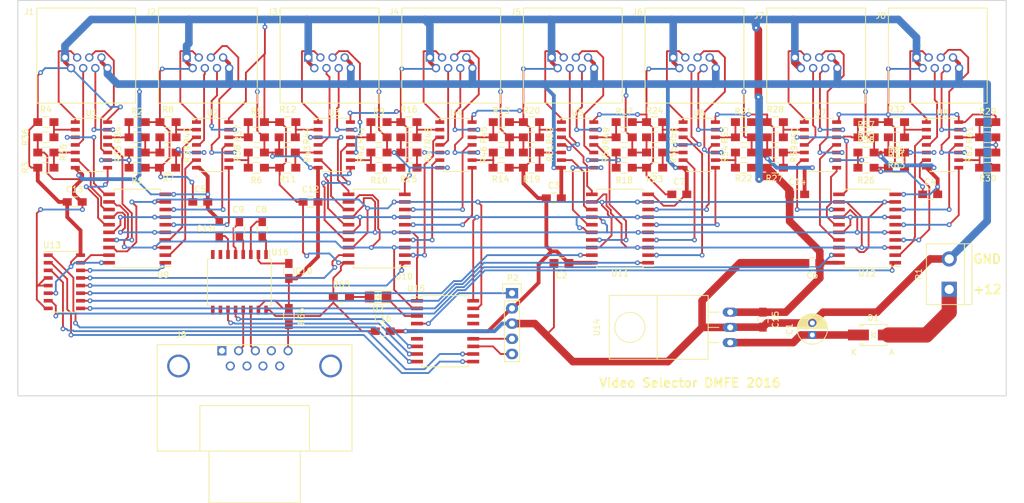
<source format=kicad_pcb>
(kicad_pcb (version 20160815) (host pcbnew "(2016-11-12 revision b9c62b6)-master")
  (title_block (title Selector8x16) (date 2016-11-19) (rev n/c) (company DMFE))
  (layers (0 F.Cu signal) (31 B.Cu signal) (34 B.Paste user hide) (35 F.Paste user hide) (36 B.SilkS user) (37 F.SilkS user) (38 B.Mask user hide) (39 F.Mask user hide) (44 Edge.Cuts user))
  (net 0 "")
  (net 1 GND)
  (net 2 "Net-(C1-Pad1)")
  (net 3 +5V)
  (net 4 "Net-(C8-Pad2)")
  (net 5 "Net-(C8-Pad1)")
  (net 6 "Net-(C9-Pad1)")
  (net 7 "Net-(C9-Pad2)")
  (net 8 "Net-(C10-Pad2)")
  (net 9 "Net-(C11-Pad2)")
  (net 10 "Net-(D1-Pad2)")
  (net 11 "Net-(D2-Pad1)")
  (net 12 "Net-(D2-Pad2)")
  (net 13 "Net-(J1-Pad4)")
  (net 14 "Net-(J1-Pad6)")
  (net 15 "Net-(J1-Pad5)")
  (net 16 "Net-(J1-Pad3)")
  (net 17 "Net-(J2-Pad4)")
  (net 18 "Net-(J2-Pad6)")
  (net 19 "Net-(J2-Pad5)")
  (net 20 "Net-(J2-Pad3)")
  (net 21 "Net-(J3-Pad4)")
  (net 22 "Net-(J3-Pad6)")
  (net 23 "Net-(J3-Pad5)")
  (net 24 "Net-(J3-Pad3)")
  (net 25 "Net-(J4-Pad4)")
  (net 26 "Net-(J4-Pad6)")
  (net 27 "Net-(J4-Pad5)")
  (net 28 "Net-(J4-Pad3)")
  (net 29 "Net-(J5-Pad4)")
  (net 30 "Net-(J5-Pad6)")
  (net 31 "Net-(J5-Pad5)")
  (net 32 "Net-(J5-Pad3)")
  (net 33 "Net-(J6-Pad4)")
  (net 34 "Net-(J6-Pad6)")
  (net 35 "Net-(J6-Pad5)")
  (net 36 "Net-(J6-Pad3)")
  (net 37 "Net-(J7-Pad4)")
  (net 38 "Net-(J7-Pad6)")
  (net 39 "Net-(J7-Pad5)")
  (net 40 "Net-(J7-Pad3)")
  (net 41 "Net-(J8-Pad4)")
  (net 42 "Net-(J8-Pad6)")
  (net 43 "Net-(J8-Pad5)")
  (net 44 "Net-(J8-Pad3)")
  (net 45 "Net-(J9-Pad6)")
  (net 46 "Net-(J9-Pad7)")
  (net 47 "Net-(J9-Pad8)")
  (net 48 "Net-(J9-Pad9)")
  (net 49 "Net-(J9-Pad5)")
  (net 50 "Net-(J9-Pad4)")
  (net 51 "Net-(J9-Pad3)")
  (net 52 "Net-(J9-Pad2)")
  (net 53 "Net-(J9-Pad1)")
  (net 54 "Net-(P2-Pad5)")
  (net 55 "Net-(P2-Pad4)")
  (net 56 "Net-(P2-Pad1)")
  (net 57 "Net-(R1-Pad2)")
  (net 58 "Net-(R2-Pad2)")
  (net 59 "Net-(R3-Pad2)")
  (net 60 "Net-(R36-Pad1)")
  (net 61 "Net-(R37-Pad1)")
  (net 62 "Net-(R38-Pad1)")
  (net 63 "Net-(R39-Pad1)")
  (net 64 "Net-(R40-Pad1)")
  (net 65 "Net-(R41-Pad1)")
  (net 66 "Net-(R10-Pad2)")
  (net 67 "Net-(R11-Pad2)")
  (net 68 "Net-(R12-Pad2)")
  (net 69 "Net-(R13-Pad2)")
  (net 70 "Net-(R14-Pad2)")
  (net 71 "Net-(R15-Pad2)")
  (net 72 "Net-(R16-Pad2)")
  (net 73 "Net-(R17-Pad2)")
  (net 74 "Net-(R18-Pad2)")
  (net 75 "Net-(R19-Pad2)")
  (net 76 "Net-(R20-Pad2)")
  (net 77 "Net-(R21-Pad2)")
  (net 78 "Net-(R22-Pad2)")
  (net 79 "Net-(R23-Pad2)")
  (net 80 "Net-(R24-Pad2)")
  (net 81 "Net-(R25-Pad2)")
  (net 82 "Net-(R26-Pad2)")
  (net 83 "Net-(R27-Pad2)")
  (net 84 "Net-(R28-Pad2)")
  (net 85 "Net-(R29-Pad2)")
  (net 86 "Net-(R30-Pad2)")
  (net 87 "Net-(R31-Pad2)")
  (net 88 "Net-(R32-Pad2)")
  (net 89 "Net-(U1-Pad3)")
  (net 90 "Net-(U1-Pad6)")
  (net 91 "Net-(U1-Pad8)")
  (net 92 "Net-(U1-Pad11)")
  (net 93 "Net-(U2-Pad11)")
  (net 94 "Net-(U2-Pad8)")
  (net 95 "Net-(U2-Pad6)")
  (net 96 "Net-(U2-Pad3)")
  (net 97 "Net-(U10-Pad11)")
  (net 98 "Net-(U10-Pad13)")
  (net 99 "Net-(U10-Pad15)")
  (net 100 "Net-(U10-Pad17)")
  (net 101 "Net-(U10-Pad8)")
  (net 102 "Net-(U10-Pad6)")
  (net 103 "Net-(U10-Pad4)")
  (net 104 "Net-(U10-Pad2)")
  (net 105 "Net-(U11-Pad11)")
  (net 106 "Net-(U11-Pad13)")
  (net 107 "Net-(U11-Pad15)")
  (net 108 "Net-(U11-Pad17)")
  (net 109 "Net-(U11-Pad8)")
  (net 110 "Net-(U11-Pad6)")
  (net 111 "Net-(U11-Pad4)")
  (net 112 "Net-(U11-Pad2)")
  (net 113 "Net-(U12-Pad11)")
  (net 114 "Net-(U12-Pad13)")
  (net 115 "Net-(U12-Pad15)")
  (net 116 "Net-(U12-Pad17)")
  (net 117 "Net-(U12-Pad8)")
  (net 118 "Net-(U12-Pad6)")
  (net 119 "Net-(U12-Pad4)")
  (net 120 "Net-(U12-Pad2)")
  (net 121 "Net-(U13-Pad14)")
  (net 122 "Net-(U10-Pad12)")
  (net 123 "Net-(U10-Pad14)")
  (net 124 "Net-(U10-Pad16)")
  (net 125 "Net-(U10-Pad18)")
  (net 126 "Net-(U13-Pad15)")
  (net 127 "Net-(U10-Pad19)")
  (net 128 "Net-(U10-Pad1)")
  (net 129 "Net-(U11-Pad1)")
  (net 130 "Net-(U11-Pad19)")
  (net 131 "Net-(U12-Pad19)")
  (net 132 "Net-(U12-Pad1)")
  (net 133 "Net-(U13-Pad3)")
  (net 134 "Net-(U13-Pad2)")
  (net 135 "Net-(U13-Pad1)")
  (net 136 "Net-(U15-Pad16)")
  (net 137 "Net-(U15-Pad15)")
  (net 138 "Net-(U15-Pad8)")
  (net 139 "Net-(U15-Pad7)")
  (net 140 "Net-(U15-Pad6)")
  (net 141 "Net-(U16-Pad10)")
  (net 142 "Net-(U16-Pad9)")
  (net 143 "Net-(U16-Pad8)")
  (net 144 "Net-(U16-Pad7)")
  (module Mounting_Holes:MountingHole_3.5mm (layer F.Cu) (at 83.82 111.76)
    (fp_text reference H1 hide)
    (fp_text value MountingHole_3.5mm)
    (pad 1 np_thru_hole circle (at 0 0) (size 3.5 3.5) (drill 3.5) (layers *.Cu *.Mask))
  )
  (module Mounting_Holes:MountingHole_3.5mm (layer F.Cu) (at 238.76 111.76)
    (fp_text reference H2 hide)
    (fp_text value MountingHole_3.5mm)
    (pad 1 np_thru_hole circle (at 0 0) (size 3.5 3.5) (drill 3.5) (layers *.Cu *.Mask))
  )
  (module E5J88RJ45:E5J88 (layer F.Cu) (at 232.41 57.785 180)
    (fp_text reference J8 (at 9.525 4.445 180) (layer F.SilkS))
    (fp_text value RJ45)
    (pad 2 thru_hole circle (at 2.54 -4.318 180) (size 1.397 1.397) (drill 0.9144) (layers *.Cu *.Mask) (net 3 +5V))
    (pad 4 thru_hole circle (at 0.508 -4.318 180) (size 1.397 1.397) (drill 0.9144) (layers *.Cu *.Mask) (net 41 "Net-(J8-Pad4)"))
    (pad 6 thru_hole circle (at -1.524 -4.318 180) (size 1.397 1.397) (drill 0.9144) (layers *.Cu *.Mask) (net 42 "Net-(J8-Pad6)"))
    (pad 8 thru_hole circle (at -3.556 -4.318 180) (size 1.397 1.397) (drill 0.9144) (layers *.Cu *.Mask) (net 1 GND))
    (pad 7 thru_hole circle (at -2.54 -2.54 180) (size 1.397 1.397) (drill 0.9144) (layers *.Cu *.Mask) (net 1 GND))
    (pad 5 thru_hole circle (at -0.508 -2.54 180) (size 1.397 1.397) (drill 0.9144) (layers *.Cu *.Mask) (net 43 "Net-(J8-Pad5)"))
    (pad 3 thru_hole circle (at 1.524 -2.54 180) (size 1.397 1.397) (drill 0.9144) (layers *.Cu *.Mask) (net 44 "Net-(J8-Pad3)"))
    (pad 1 thru_hole rect (at 3.556 -2.54 180) (size 1.397 1.397) (drill 0.9144) (layers *.Cu *.Mask) (net 3 +5V))
    (pad "" np_thru_hole circle (at 6.35 0 180) (size 3.175 3.175) (drill 3.175) (layers *.Cu *.Mask))
    (pad "" np_thru_hole circle (at -6.35 0 180) (size 3.175 3.175) (drill 3.175) (layers *.Cu *.Mask))
  )
  (module E5J88RJ45:E5J88 (layer F.Cu) (at 212.09 57.785 180)
    (fp_text reference J7 (at 9.525 4.445 180) (layer F.SilkS))
    (fp_text value RJ45)
    (pad 2 thru_hole circle (at 2.54 -4.318 180) (size 1.397 1.397) (drill 0.9144) (layers *.Cu *.Mask) (net 3 +5V))
    (pad 4 thru_hole circle (at 0.508 -4.318 180) (size 1.397 1.397) (drill 0.9144) (layers *.Cu *.Mask) (net 37 "Net-(J7-Pad4)"))
    (pad 6 thru_hole circle (at -1.524 -4.318 180) (size 1.397 1.397) (drill 0.9144) (layers *.Cu *.Mask) (net 38 "Net-(J7-Pad6)"))
    (pad 8 thru_hole circle (at -3.556 -4.318 180) (size 1.397 1.397) (drill 0.9144) (layers *.Cu *.Mask) (net 1 GND))
    (pad 7 thru_hole circle (at -2.54 -2.54 180) (size 1.397 1.397) (drill 0.9144) (layers *.Cu *.Mask) (net 1 GND))
    (pad 5 thru_hole circle (at -0.508 -2.54 180) (size 1.397 1.397) (drill 0.9144) (layers *.Cu *.Mask) (net 39 "Net-(J7-Pad5)"))
    (pad 3 thru_hole circle (at 1.524 -2.54 180) (size 1.397 1.397) (drill 0.9144) (layers *.Cu *.Mask) (net 40 "Net-(J7-Pad3)"))
    (pad 1 thru_hole rect (at 3.556 -2.54 180) (size 1.397 1.397) (drill 0.9144) (layers *.Cu *.Mask) (net 3 +5V))
    (pad "" np_thru_hole circle (at 6.35 0 180) (size 3.175 3.175) (drill 3.175) (layers *.Cu *.Mask))
    (pad "" np_thru_hole circle (at -6.35 0 180) (size 3.175 3.175) (drill 3.175) (layers *.Cu *.Mask))
  )
  (module E5J88RJ45:E5J88 (layer F.Cu) (at 191.77 57.785 180)
    (fp_text reference J6 (at 9.525 5.08 180) (layer F.SilkS))
    (fp_text value RJ45)
    (pad 2 thru_hole circle (at 2.54 -4.318 180) (size 1.397 1.397) (drill 0.9144) (layers *.Cu *.Mask) (net 3 +5V))
    (pad 4 thru_hole circle (at 0.508 -4.318 180) (size 1.397 1.397) (drill 0.9144) (layers *.Cu *.Mask) (net 33 "Net-(J6-Pad4)"))
    (pad 6 thru_hole circle (at -1.524 -4.318 180) (size 1.397 1.397) (drill 0.9144) (layers *.Cu *.Mask) (net 34 "Net-(J6-Pad6)"))
    (pad 8 thru_hole circle (at -3.556 -4.318 180) (size 1.397 1.397) (drill 0.9144) (layers *.Cu *.Mask) (net 1 GND))
    (pad 7 thru_hole circle (at -2.54 -2.54 180) (size 1.397 1.397) (drill 0.9144) (layers *.Cu *.Mask) (net 1 GND))
    (pad 5 thru_hole circle (at -0.508 -2.54 180) (size 1.397 1.397) (drill 0.9144) (layers *.Cu *.Mask) (net 35 "Net-(J6-Pad5)"))
    (pad 3 thru_hole circle (at 1.524 -2.54 180) (size 1.397 1.397) (drill 0.9144) (layers *.Cu *.Mask) (net 36 "Net-(J6-Pad3)"))
    (pad 1 thru_hole rect (at 3.556 -2.54 180) (size 1.397 1.397) (drill 0.9144) (layers *.Cu *.Mask) (net 3 +5V))
    (pad "" np_thru_hole circle (at 6.35 0 180) (size 3.175 3.175) (drill 3.175) (layers *.Cu *.Mask))
    (pad "" np_thru_hole circle (at -6.35 0 180) (size 3.175 3.175) (drill 3.175) (layers *.Cu *.Mask))
  )
  (module E5J88RJ45:E5J88 (layer F.Cu) (at 171.45 57.785 180)
    (fp_text reference J5 (at 9.525 5.08 180) (layer F.SilkS))
    (fp_text value RJ45)
    (pad 2 thru_hole circle (at 2.54 -4.318 180) (size 1.397 1.397) (drill 0.9144) (layers *.Cu *.Mask) (net 3 +5V))
    (pad 4 thru_hole circle (at 0.508 -4.318 180) (size 1.397 1.397) (drill 0.9144) (layers *.Cu *.Mask) (net 29 "Net-(J5-Pad4)"))
    (pad 6 thru_hole circle (at -1.524 -4.318 180) (size 1.397 1.397) (drill 0.9144) (layers *.Cu *.Mask) (net 30 "Net-(J5-Pad6)"))
    (pad 8 thru_hole circle (at -3.556 -4.318 180) (size 1.397 1.397) (drill 0.9144) (layers *.Cu *.Mask) (net 1 GND))
    (pad 7 thru_hole circle (at -2.54 -2.54 180) (size 1.397 1.397) (drill 0.9144) (layers *.Cu *.Mask) (net 1 GND))
    (pad 5 thru_hole circle (at -0.508 -2.54 180) (size 1.397 1.397) (drill 0.9144) (layers *.Cu *.Mask) (net 31 "Net-(J5-Pad5)"))
    (pad 3 thru_hole circle (at 1.524 -2.54 180) (size 1.397 1.397) (drill 0.9144) (layers *.Cu *.Mask) (net 32 "Net-(J5-Pad3)"))
    (pad 1 thru_hole rect (at 3.556 -2.54 180) (size 1.397 1.397) (drill 0.9144) (layers *.Cu *.Mask) (net 3 +5V))
    (pad "" np_thru_hole circle (at 6.35 0 180) (size 3.175 3.175) (drill 3.175) (layers *.Cu *.Mask))
    (pad "" np_thru_hole circle (at -6.35 0 180) (size 3.175 3.175) (drill 3.175) (layers *.Cu *.Mask))
  )
  (module E5J88RJ45:E5J88 (layer F.Cu) (at 151.13 57.785 180)
    (fp_text reference J4 (at 9.525 5.08 180) (layer F.SilkS))
    (fp_text value RJ45)
    (pad 2 thru_hole circle (at 2.54 -4.318 180) (size 1.397 1.397) (drill 0.9144) (layers *.Cu *.Mask) (net 3 +5V))
    (pad 4 thru_hole circle (at 0.508 -4.318 180) (size 1.397 1.397) (drill 0.9144) (layers *.Cu *.Mask) (net 25 "Net-(J4-Pad4)"))
    (pad 6 thru_hole circle (at -1.524 -4.318 180) (size 1.397 1.397) (drill 0.9144) (layers *.Cu *.Mask) (net 26 "Net-(J4-Pad6)"))
    (pad 8 thru_hole circle (at -3.556 -4.318 180) (size 1.397 1.397) (drill 0.9144) (layers *.Cu *.Mask) (net 1 GND))
    (pad 7 thru_hole circle (at -2.54 -2.54 180) (size 1.397 1.397) (drill 0.9144) (layers *.Cu *.Mask) (net 1 GND))
    (pad 5 thru_hole circle (at -0.508 -2.54 180) (size 1.397 1.397) (drill 0.9144) (layers *.Cu *.Mask) (net 27 "Net-(J4-Pad5)"))
    (pad 3 thru_hole circle (at 1.524 -2.54 180) (size 1.397 1.397) (drill 0.9144) (layers *.Cu *.Mask) (net 28 "Net-(J4-Pad3)"))
    (pad 1 thru_hole rect (at 3.556 -2.54 180) (size 1.397 1.397) (drill 0.9144) (layers *.Cu *.Mask) (net 3 +5V))
    (pad "" np_thru_hole circle (at 6.35 0 180) (size 3.175 3.175) (drill 3.175) (layers *.Cu *.Mask))
    (pad "" np_thru_hole circle (at -6.35 0 180) (size 3.175 3.175) (drill 3.175) (layers *.Cu *.Mask))
  )
  (module E5J88RJ45:E5J88 (layer F.Cu) (at 130.81 57.785 180)
    (fp_text reference J3 (at 9.525 5.08 180) (layer F.SilkS))
    (fp_text value RJ45)
    (pad 2 thru_hole circle (at 2.54 -4.318 180) (size 1.397 1.397) (drill 0.9144) (layers *.Cu *.Mask) (net 3 +5V))
    (pad 4 thru_hole circle (at 0.508 -4.318 180) (size 1.397 1.397) (drill 0.9144) (layers *.Cu *.Mask) (net 21 "Net-(J3-Pad4)"))
    (pad 6 thru_hole circle (at -1.524 -4.318 180) (size 1.397 1.397) (drill 0.9144) (layers *.Cu *.Mask) (net 22 "Net-(J3-Pad6)"))
    (pad 8 thru_hole circle (at -3.556 -4.318 180) (size 1.397 1.397) (drill 0.9144) (layers *.Cu *.Mask) (net 1 GND))
    (pad 7 thru_hole circle (at -2.54 -2.54 180) (size 1.397 1.397) (drill 0.9144) (layers *.Cu *.Mask) (net 1 GND))
    (pad 5 thru_hole circle (at -0.508 -2.54 180) (size 1.397 1.397) (drill 0.9144) (layers *.Cu *.Mask) (net 23 "Net-(J3-Pad5)"))
    (pad 3 thru_hole circle (at 1.524 -2.54 180) (size 1.397 1.397) (drill 0.9144) (layers *.Cu *.Mask) (net 24 "Net-(J3-Pad3)"))
    (pad 1 thru_hole rect (at 3.556 -2.54 180) (size 1.397 1.397) (drill 0.9144) (layers *.Cu *.Mask) (net 3 +5V))
    (pad "" np_thru_hole circle (at 6.35 0 180) (size 3.175 3.175) (drill 3.175) (layers *.Cu *.Mask))
    (pad "" np_thru_hole circle (at -6.35 0 180) (size 3.175 3.175) (drill 3.175) (layers *.Cu *.Mask))
  )
  (module E5J88RJ45:E5J88 (layer F.Cu) (at 110.49 57.785 180)
    (fp_text reference J2 (at 9.525 5.08 180) (layer F.SilkS))
    (fp_text value RJ45)
    (pad 2 thru_hole circle (at 2.54 -4.318 180) (size 1.397 1.397) (drill 0.9144) (layers *.Cu *.Mask) (net 3 +5V))
    (pad 4 thru_hole circle (at 0.508 -4.318 180) (size 1.397 1.397) (drill 0.9144) (layers *.Cu *.Mask) (net 17 "Net-(J2-Pad4)"))
    (pad 6 thru_hole circle (at -1.524 -4.318 180) (size 1.397 1.397) (drill 0.9144) (layers *.Cu *.Mask) (net 18 "Net-(J2-Pad6)"))
    (pad 8 thru_hole circle (at -3.556 -4.318 180) (size 1.397 1.397) (drill 0.9144) (layers *.Cu *.Mask) (net 1 GND))
    (pad 7 thru_hole circle (at -2.54 -2.54 180) (size 1.397 1.397) (drill 0.9144) (layers *.Cu *.Mask) (net 1 GND))
    (pad 5 thru_hole circle (at -0.508 -2.54 180) (size 1.397 1.397) (drill 0.9144) (layers *.Cu *.Mask) (net 19 "Net-(J2-Pad5)"))
    (pad 3 thru_hole circle (at 1.524 -2.54 180) (size 1.397 1.397) (drill 0.9144) (layers *.Cu *.Mask) (net 20 "Net-(J2-Pad3)"))
    (pad 1 thru_hole rect (at 3.556 -2.54 180) (size 1.397 1.397) (drill 0.9144) (layers *.Cu *.Mask) (net 3 +5V))
    (pad "" np_thru_hole circle (at 6.35 0 180) (size 3.175 3.175) (drill 3.175) (layers *.Cu *.Mask))
    (pad "" np_thru_hole circle (at -6.35 0 180) (size 3.175 3.175) (drill 3.175) (layers *.Cu *.Mask))
  )
  (module E5J88RJ45:E5J88 (layer F.Cu) (at 90.17 57.785 180)
    (fp_text reference J1 (at 9.525 5.08 180) (layer F.SilkS))
    (fp_text value RJ45)
    (pad 2 thru_hole circle (at 2.54 -4.318 180) (size 1.397 1.397) (drill 0.9144) (layers *.Cu *.Mask) (net 3 +5V))
    (pad 4 thru_hole circle (at 0.508 -4.318 180) (size 1.397 1.397) (drill 0.9144) (layers *.Cu *.Mask) (net 13 "Net-(J1-Pad4)"))
    (pad 6 thru_hole circle (at -1.524 -4.318 180) (size 1.397 1.397) (drill 0.9144) (layers *.Cu *.Mask) (net 14 "Net-(J1-Pad6)"))
    (pad 8 thru_hole circle (at -3.556 -4.318 180) (size 1.397 1.397) (drill 0.9144) (layers *.Cu *.Mask) (net 1 GND))
    (pad 7 thru_hole circle (at -2.54 -2.54 180) (size 1.397 1.397) (drill 0.9144) (layers *.Cu *.Mask) (net 1 GND))
    (pad 5 thru_hole circle (at -0.508 -2.54 180) (size 1.397 1.397) (drill 0.9144) (layers *.Cu *.Mask) (net 15 "Net-(J1-Pad5)"))
    (pad 3 thru_hole circle (at 1.524 -2.54 180) (size 1.397 1.397) (drill 0.9144) (layers *.Cu *.Mask) (net 16 "Net-(J1-Pad3)"))
    (pad 1 thru_hole rect (at 3.556 -2.54 180) (size 1.397 1.397) (drill 0.9144) (layers *.Cu *.Mask) (net 3 +5V))
    (pad "" np_thru_hole circle (at 6.35 0 180) (size 3.175 3.175) (drill 3.175) (layers *.Cu *.Mask))
    (pad "" np_thru_hole circle (at -6.35 0 180) (size 3.175 3.175) (drill 3.175) (layers *.Cu *.Mask))
  )
  (module Capacitors_THT:C_Radial_D5_L11_P2 (layer F.Cu) (at 211.455 106.68 90)
    (fp_text reference C1 (at 1 -3.8 90) (layer F.SilkS))
    (fp_text value 2.2uF)
    (pad 2 thru_hole circle (at 2 0 90) (size 1.3 1.3) (drill 0.8) (layers *.Cu *.Mask) (net 1 GND))
    (pad 1 thru_hole rect (at 0 0 90) (size 1.3 1.3) (drill 0.8) (layers *.Cu *.Mask) (net 2 "Net-(C1-Pad1)"))
  )
  (module Capacitors_SMD:C_0805_HandSoldering (layer F.Cu) (at 169.545 94.615 180)
    (fp_text reference C2 (at 0 -2.1 180) (layer F.SilkS))
    (fp_text value .1uF)
    (pad 2 smd rect (at 1.25 0 180) (size 1.5 1.25) (layers F.Cu F.Paste F.Mask) (net 1 GND))
    (pad 1 smd rect (at -1.25 0 180) (size 1.5 1.25) (layers F.Cu F.Paste F.Mask) (net 3 +5V))
  )
  (module Capacitors_SMD:C_0805_HandSoldering (layer F.Cu) (at 168.275 83.82)
    (fp_text reference C3 (at 0 -2.1) (layer F.SilkS))
    (fp_text value .1uF)
    (pad 1 smd rect (at -1.25 0) (size 1.5 1.25) (layers F.Cu F.Paste F.Mask) (net 3 +5V))
    (pad 2 smd rect (at 1.25 0) (size 1.5 1.25) (layers F.Cu F.Paste F.Mask) (net 1 GND))
  )
  (module Capacitors_SMD:C_0805_HandSoldering (layer F.Cu) (at 231.14 83.185)
    (fp_text reference C4 (at 0 -2.1) (layer F.SilkS))
    (fp_text value .1uF)
    (pad 2 smd rect (at 1.25 0) (size 1.5 1.25) (layers F.Cu F.Paste F.Mask) (net 1 GND))
    (pad 1 smd rect (at -1.25 0) (size 1.5 1.25) (layers F.Cu F.Paste F.Mask) (net 3 +5V))
  )
  (module Capacitors_SMD:C_0805_HandSoldering (layer F.Cu) (at 109.22 84.455)
    (fp_text reference C5 (at 0 -2.1) (layer F.SilkS))
    (fp_text value .1uF)
    (pad 1 smd rect (at -1.25 0) (size 1.5 1.25) (layers F.Cu F.Paste F.Mask) (net 3 +5V))
    (pad 2 smd rect (at 1.25 0) (size 1.5 1.25) (layers F.Cu F.Paste F.Mask) (net 1 GND))
  )
  (module Capacitors_SMD:C_0805_HandSoldering (layer F.Cu) (at 211.455 94.615 180)
    (fp_text reference C6 (at 0 -2.1 180) (layer F.SilkS))
    (fp_text value .1uF)
    (pad 2 smd rect (at 1.25 0 180) (size 1.5 1.25) (layers F.Cu F.Paste F.Mask) (net 1 GND))
    (pad 1 smd rect (at -1.25 0 180) (size 1.5 1.25) (layers F.Cu F.Paste F.Mask) (net 3 +5V))
  )
  (module Capacitors_SMD:C_0805_HandSoldering (layer F.Cu) (at 189.23 83.185)
    (fp_text reference C7 (at 0 -2.1) (layer F.SilkS))
    (fp_text value .1uF)
    (pad 2 smd rect (at 1.25 0) (size 1.5 1.25) (layers F.Cu F.Paste F.Mask) (net 1 GND))
    (pad 1 smd rect (at -1.25 0) (size 1.5 1.25) (layers F.Cu F.Paste F.Mask) (net 3 +5V))
  )
  (module Capacitors_SMD:C_0805_HandSoldering (layer F.Cu) (at 119.567148 88.995866 90)
    (fp_text reference C8 (at 3.270866 -0.187148 180) (layer F.SilkS))
    (fp_text value .1uF)
    (pad 2 smd rect (at 1.25 0 90) (size 1.5 1.25) (layers F.Cu F.Paste F.Mask) (net 4 "Net-(C8-Pad2)"))
    (pad 1 smd rect (at -1.25 0 90) (size 1.5 1.25) (layers F.Cu F.Paste F.Mask) (net 5 "Net-(C8-Pad1)"))
  )
  (module Capacitors_SMD:C_0805_HandSoldering (layer F.Cu) (at 115.757148 89.015866 90)
    (fp_text reference C9 (at 3.290866 -0.187148 180) (layer F.SilkS))
    (fp_text value .1uF)
    (pad 1 smd rect (at -1.25 0 90) (size 1.5 1.25) (layers F.Cu F.Paste F.Mask) (net 6 "Net-(C9-Pad1)"))
    (pad 2 smd rect (at 1.25 0 90) (size 1.5 1.25) (layers F.Cu F.Paste F.Mask) (net 7 "Net-(C9-Pad2)"))
  )
  (module Capacitors_SMD:C_0805_HandSoldering (layer F.Cu) (at 124.012148 95.980866 90)
    (fp_text reference C10 (at -0.031134 2.479852 180) (layer F.SilkS))
    (fp_text value .1uF)
    (pad 1 smd rect (at -1.25 0 90) (size 1.5 1.25) (layers F.Cu F.Paste F.Mask) (net 1 GND))
    (pad 2 smd rect (at 1.25 0 90) (size 1.5 1.25) (layers F.Cu F.Paste F.Mask) (net 8 "Net-(C10-Pad2)"))
  )
  (module Capacitors_SMD:C_0805_HandSoldering (layer F.Cu) (at 112.395 88.9 270)
    (fp_text reference C11 (at 0 2.413 360) (layer F.SilkS))
    (fp_text value .1uF)
    (pad 2 smd rect (at 1.25 0 270) (size 1.5 1.25) (layers F.Cu F.Paste F.Mask) (net 9 "Net-(C11-Pad2)"))
    (pad 1 smd rect (at -1.25 0 270) (size 1.5 1.25) (layers F.Cu F.Paste F.Mask) (net 1 GND))
  )
  (module Capacitors_SMD:C_0805_HandSoldering (layer F.Cu) (at 127.635 84.455)
    (fp_text reference C12 (at 0 -2.1) (layer F.SilkS))
    (fp_text value .1uF)
    (pad 1 smd rect (at -1.25 0) (size 1.5 1.25) (layers F.Cu F.Paste F.Mask) (net 3 +5V))
    (pad 2 smd rect (at 1.25 0) (size 1.5 1.25) (layers F.Cu F.Paste F.Mask) (net 1 GND))
  )
  (module Capacitors_SMD:C_0805_HandSoldering (layer F.Cu) (at 88.245 84.455)
    (fp_text reference C13 (at 0 -2.1) (layer F.SilkS))
    (fp_text value .1uF)
    (pad 2 smd rect (at 1.25 0) (size 1.5 1.25) (layers F.Cu F.Paste F.Mask) (net 1 GND))
    (pad 1 smd rect (at -1.25 0) (size 1.5 1.25) (layers F.Cu F.Paste F.Mask) (net 3 +5V))
  )
  (module Capacitors_SMD:C_0805_HandSoldering (layer F.Cu) (at 208.915 83.185)
    (fp_text reference C14 (at 0 -2.1) (layer F.SilkS))
    (fp_text value .1uF)
    (pad 1 smd rect (at -1.25 0) (size 1.5 1.25) (layers F.Cu F.Paste F.Mask) (net 3 +5V))
    (pad 2 smd rect (at 1.25 0) (size 1.5 1.25) (layers F.Cu F.Paste F.Mask) (net 1 GND))
  )
  (module Capacitors_SMD:C_0805_HandSoldering (layer F.Cu) (at 203.2 104.12 270)
    (fp_text reference C15 (at 0 -2.1 270) (layer F.SilkS))
    (fp_text value .1uF)
    (pad 2 smd rect (at 1.25 0 270) (size 1.5 1.25) (layers F.Cu F.Paste F.Mask) (net 1 GND))
    (pad 1 smd rect (at -1.25 0 270) (size 1.5 1.25) (layers F.Cu F.Paste F.Mask) (net 3 +5V))
  )
  (module Capacitors_SMD:C_0805_HandSoldering (layer F.Cu) (at 139.7 106.045)
    (fp_text reference C16 (at 0 -2.1) (layer F.SilkS))
    (fp_text value .1uF)
    (pad 1 smd rect (at -1.25 0) (size 1.5 1.25) (layers F.Cu F.Paste F.Mask) (net 3 +5V))
    (pad 2 smd rect (at 1.25 0) (size 1.5 1.25) (layers F.Cu F.Paste F.Mask) (net 1 GND))
  )
  (module Diodes_SMD:SMA_Handsoldering (layer F.Cu) (at 221.65564 106.68)
    (fp_text reference D1 (at 0 -2.85) (layer F.SilkS))
    (fp_text value SMA)
    (fp_text user A (at 3.05 2.85) (layer F.SilkS))
    (fp_text user K (at -3.25 2.9) (layer F.SilkS))
    (pad 2 smd rect (at 2.49936 0) (size 3.50012 1.80086) (layers F.Cu F.Paste F.Mask) (net 10 "Net-(D1-Pad2)"))
    (pad 1 smd rect (at -2.49936 0) (size 3.50012 1.80086) (layers F.Cu F.Paste F.Mask) (net 2 "Net-(C1-Pad1)"))
  )
  (module LEDs:LED_1206 (layer F.Cu) (at 138.91514 100.33 180)
    (fp_text reference D2 (at 0 -2 180) (layer F.SilkS))
    (fp_text value "1206 Yel")
    (pad 1 smd rect (at -1.41986 0) (size 1.59766 1.80086) (layers F.Cu F.Paste F.Mask) (net 11 "Net-(D2-Pad1)"))
    (pad 2 smd rect (at 1.41986 0) (size 1.59766 1.80086) (layers F.Cu F.Paste F.Mask) (net 12 "Net-(D2-Pad2)"))
  )
  (module Connectors:DB9MC (layer F.Cu) (at 118.424148 110.585866 180)
    (fp_text reference J9 (at 12.379148 3.905866 180) (layer F.SilkS))
    (fp_text value DB9P)
    (pad 6 thru_hole circle (at 4.191 -1.27 180) (size 1.524 1.524) (drill 1.016) (layers *.Cu *.Mask) (net 45 "Net-(J9-Pad6)"))
    (pad 7 thru_hole circle (at 1.397 -1.27 180) (size 1.524 1.524) (drill 1.016) (layers *.Cu *.Mask) (net 46 "Net-(J9-Pad7)"))
    (pad 8 thru_hole circle (at -1.27 -1.27 180) (size 1.524 1.524) (drill 1.016) (layers *.Cu *.Mask) (net 47 "Net-(J9-Pad8)"))
    (pad 9 thru_hole circle (at -4.064 -1.27 180) (size 1.524 1.524) (drill 1.016) (layers *.Cu *.Mask) (net 48 "Net-(J9-Pad9)"))
    (pad 5 thru_hole circle (at -5.461 1.27 180) (size 1.524 1.524) (drill 1.016) (layers *.Cu *.Mask) (net 49 "Net-(J9-Pad5)"))
    (pad 4 thru_hole circle (at -2.667 1.27 180) (size 1.524 1.524) (drill 1.016) (layers *.Cu *.Mask) (net 50 "Net-(J9-Pad4)"))
    (pad 3 thru_hole circle (at 0 1.27 180) (size 1.524 1.524) (drill 1.016) (layers *.Cu *.Mask) (net 51 "Net-(J9-Pad3)"))
    (pad 2 thru_hole circle (at 2.794 1.27 180) (size 1.524 1.524) (drill 1.016) (layers *.Cu *.Mask) (net 52 "Net-(J9-Pad2)"))
    (pad 1 thru_hole rect (at 5.588 1.27 180) (size 1.524 1.524) (drill 1.016) (layers *.Cu *.Mask) (net 53 "Net-(J9-Pad1)"))
    (pad "" thru_hole circle (at -12.573 -1.27 180) (size 3.81 3.81) (drill 3.048) (layers *.Cu *.Mask))
    (pad "" thru_hole circle (at 12.827 -1.27 180) (size 3.81 3.81) (drill 3.048) (layers *.Cu *.Mask))
  )
  (module Connectors:bornier2 (layer F.Cu) (at 234.315 96.52 90)
    (fp_text reference P1 (at 0 -5.08 90) (layer F.SilkS))
    (fp_text value CONN_01X02)
    (pad 2 thru_hole circle (at 2.54 0 90) (size 2.54 2.54) (drill 1.524) (layers *.Cu *.Mask) (net 1 GND))
    (pad 1 thru_hole rect (at -2.54 0 90) (size 2.54 2.54) (drill 1.524) (layers *.Cu *.Mask) (net 10 "Net-(D1-Pad2)"))
  )
  (module Pin_Headers:Pin_Header_Straight_1x05 (layer F.Cu) (at 161.29 99.695)
    (fp_text reference P2 (at 0.127 -2.54) (layer F.SilkS))
    (fp_text value CONN_01X05)
    (pad 5 thru_hole oval (at 0 10.16) (size 2.032 1.7272) (drill 1.016) (layers *.Cu *.Mask) (net 54 "Net-(P2-Pad5)"))
    (pad 4 thru_hole oval (at 0 7.62) (size 2.032 1.7272) (drill 1.016) (layers *.Cu *.Mask) (net 55 "Net-(P2-Pad4)"))
    (pad 3 thru_hole oval (at 0 5.08) (size 2.032 1.7272) (drill 1.016) (layers *.Cu *.Mask) (net 1 GND))
    (pad 2 thru_hole oval (at 0 2.54) (size 2.032 1.7272) (drill 1.016) (layers *.Cu *.Mask) (net 3 +5V))
    (pad 1 thru_hole rect (at 0 0) (size 2.032 1.7272) (drill 1.016) (layers *.Cu *.Mask) (net 56 "Net-(P2-Pad1)"))
  )
  (module Resistors_SMD:R_0805_HandSoldering (layer F.Cu) (at 98.67 78.74 180)
    (fp_text reference R1 (at 0 -2.1 180) (layer F.SilkS))
    (fp_text value 10K)
    (pad 1 smd rect (at -1.35 0 180) (size 1.5 1.3) (layers F.Cu F.Paste F.Mask) (net 3 +5V))
    (pad 2 smd rect (at 1.35 0 180) (size 1.5 1.3) (layers F.Cu F.Paste F.Mask) (net 57 "Net-(R1-Pad2)"))
  )
  (module Resistors_SMD:R_0805_HandSoldering (layer F.Cu) (at 98.675 71.12 180)
    (fp_text reference R2 (at -0.004 1.778 180) (layer F.SilkS))
    (fp_text value 10K)
    (pad 1 smd rect (at -1.35 0 180) (size 1.5 1.3) (layers F.Cu F.Paste F.Mask) (net 3 +5V))
    (pad 2 smd rect (at 1.35 0 180) (size 1.5 1.3) (layers F.Cu F.Paste F.Mask) (net 58 "Net-(R2-Pad2)"))
  )
  (module Resistors_SMD:R_0805_HandSoldering (layer F.Cu) (at 83.425 78.74)
    (fp_text reference R3 (at -3.415 0 90) (layer F.SilkS))
    (fp_text value 10K)
    (pad 1 smd rect (at -1.35 0) (size 1.5 1.3) (layers F.Cu F.Paste F.Mask) (net 3 +5V))
    (pad 2 smd rect (at 1.35 0) (size 1.5 1.3) (layers F.Cu F.Paste F.Mask) (net 59 "Net-(R3-Pad2)"))
  )
  (module Resistors_SMD:R_0805_HandSoldering (layer F.Cu) (at 83.425 71.12)
    (fp_text reference R4 (at 0 -2.1) (layer F.SilkS))
    (fp_text value 10K)
    (pad 1 smd rect (at -1.35 0) (size 1.5 1.3) (layers F.Cu F.Paste F.Mask) (net 3 +5V))
    (pad 2 smd rect (at 1.35 0) (size 1.5 1.3) (layers F.Cu F.Paste F.Mask) (net 60 "Net-(R36-Pad1)"))
  )
  (module Resistors_SMD:R_0805_HandSoldering (layer F.Cu) (at 118.585 71.12 180)
    (fp_text reference R5 (at -0.033 1.778 180) (layer F.SilkS))
    (fp_text value 10K)
    (pad 1 smd rect (at -1.35 0 180) (size 1.5 1.3) (layers F.Cu F.Paste F.Mask) (net 3 +5V))
    (pad 2 smd rect (at 1.35 0 180) (size 1.5 1.3) (layers F.Cu F.Paste F.Mask) (net 61 "Net-(R37-Pad1)"))
  )
  (module Resistors_SMD:R_0805_HandSoldering (layer F.Cu) (at 118.585 78.74 180)
    (fp_text reference R6 (at 0 -2.1 180) (layer F.SilkS))
    (fp_text value 10K)
    (pad 1 smd rect (at -1.35 0 180) (size 1.5 1.3) (layers F.Cu F.Paste F.Mask) (net 3 +5V))
    (pad 2 smd rect (at 1.35 0 180) (size 1.5 1.3) (layers F.Cu F.Paste F.Mask) (net 62 "Net-(R38-Pad1)"))
  )
  (module Resistors_SMD:R_0805_HandSoldering (layer F.Cu) (at 103.75 78.74)
    (fp_text reference R7 (at 0.136 1.778) (layer F.SilkS))
    (fp_text value 10K)
    (pad 1 smd rect (at -1.35 0) (size 1.5 1.3) (layers F.Cu F.Paste F.Mask) (net 3 +5V))
    (pad 2 smd rect (at 1.35 0) (size 1.5 1.3) (layers F.Cu F.Paste F.Mask) (net 63 "Net-(R39-Pad1)"))
  )
  (module Resistors_SMD:R_0805_HandSoldering (layer F.Cu) (at 103.83 71.12)
    (fp_text reference R8 (at 0 -2.1) (layer F.SilkS))
    (fp_text value 10K)
    (pad 1 smd rect (at -1.35 0) (size 1.5 1.3) (layers F.Cu F.Paste F.Mask) (net 3 +5V))
    (pad 2 smd rect (at 1.35 0) (size 1.5 1.3) (layers F.Cu F.Paste F.Mask) (net 64 "Net-(R40-Pad1)"))
  )
  (module Resistors_SMD:R_0805_HandSoldering (layer F.Cu) (at 139.07 71.12 180)
    (fp_text reference R9 (at 0.005 1.778 180) (layer F.SilkS))
    (fp_text value 10K)
    (pad 1 smd rect (at -1.35 0 180) (size 1.5 1.3) (layers F.Cu F.Paste F.Mask) (net 3 +5V))
    (pad 2 smd rect (at 1.35 0 180) (size 1.5 1.3) (layers F.Cu F.Paste F.Mask) (net 65 "Net-(R41-Pad1)"))
  )
  (module Resistors_SMD:R_0805_HandSoldering (layer F.Cu) (at 139.07 78.74 180)
    (fp_text reference R10 (at 0 -2.1 180) (layer F.SilkS))
    (fp_text value 10K)
    (pad 1 smd rect (at -1.35 0 180) (size 1.5 1.3) (layers F.Cu F.Paste F.Mask) (net 3 +5V))
    (pad 2 smd rect (at 1.35 0 180) (size 1.5 1.3) (layers F.Cu F.Paste F.Mask) (net 66 "Net-(R10-Pad2)"))
  )
  (module Resistors_SMD:R_0805_HandSoldering (layer F.Cu) (at 123.83 78.74)
    (fp_text reference R11 (at -0.005 1.905) (layer F.SilkS))
    (fp_text value 10K)
    (pad 1 smd rect (at -1.35 0) (size 1.5 1.3) (layers F.Cu F.Paste F.Mask) (net 3 +5V))
    (pad 2 smd rect (at 1.35 0) (size 1.5 1.3) (layers F.Cu F.Paste F.Mask) (net 67 "Net-(R11-Pad2)"))
  )
  (module Resistors_SMD:R_0805_HandSoldering (layer F.Cu) (at 123.83 71.12)
    (fp_text reference R12 (at 0 -2.1) (layer F.SilkS))
    (fp_text value 10K)
    (pad 2 smd rect (at 1.35 0) (size 1.5 1.3) (layers F.Cu F.Paste F.Mask) (net 68 "Net-(R12-Pad2)"))
    (pad 1 smd rect (at -1.35 0) (size 1.5 1.3) (layers F.Cu F.Paste F.Mask) (net 3 +5V))
  )
  (module Resistors_SMD:R_0805_HandSoldering (layer F.Cu) (at 159.51 71.12 180)
    (fp_text reference R13 (at 0 1.905 180) (layer F.SilkS))
    (fp_text value 10K)
    (pad 1 smd rect (at -1.35 0 180) (size 1.5 1.3) (layers F.Cu F.Paste F.Mask) (net 3 +5V))
    (pad 2 smd rect (at 1.35 0 180) (size 1.5 1.3) (layers F.Cu F.Paste F.Mask) (net 69 "Net-(R13-Pad2)"))
  )
  (module Resistors_SMD:R_0805_HandSoldering (layer F.Cu) (at 159.465 78.74 180)
    (fp_text reference R14 (at 0.08 -1.905 180) (layer F.SilkS))
    (fp_text value 10K)
    (pad 1 smd rect (at -1.35 0 180) (size 1.5 1.3) (layers F.Cu F.Paste F.Mask) (net 3 +5V))
    (pad 2 smd rect (at 1.35 0 180) (size 1.5 1.3) (layers F.Cu F.Paste F.Mask) (net 70 "Net-(R14-Pad2)"))
  )
  (module Resistors_SMD:R_0805_HandSoldering (layer F.Cu) (at 144.065 78.74)
    (fp_text reference R15 (at -0.047 1.905 180) (layer F.SilkS))
    (fp_text value 10K)
    (pad 1 smd rect (at -1.35 0) (size 1.5 1.3) (layers F.Cu F.Paste F.Mask) (net 3 +5V))
    (pad 2 smd rect (at 1.35 0) (size 1.5 1.3) (layers F.Cu F.Paste F.Mask) (net 71 "Net-(R15-Pad2)"))
  )
  (module Resistors_SMD:R_0805_HandSoldering (layer F.Cu) (at 144.065 71.12)
    (fp_text reference R16 (at 0 -2.1) (layer F.SilkS))
    (fp_text value 10K)
    (pad 1 smd rect (at -1.35 0) (size 1.5 1.3) (layers F.Cu F.Paste F.Mask) (net 3 +5V))
    (pad 2 smd rect (at 1.35 0) (size 1.5 1.3) (layers F.Cu F.Paste F.Mask) (net 72 "Net-(R16-Pad2)"))
  )
  (module Resistors_SMD:R_0805_HandSoldering (layer F.Cu) (at 180.03 71.12 180)
    (fp_text reference R17 (at 0 1.778 180) (layer F.SilkS))
    (fp_text value 10K)
    (pad 1 smd rect (at -1.35 0 180) (size 1.5 1.3) (layers F.Cu F.Paste F.Mask) (net 3 +5V))
    (pad 2 smd rect (at 1.35 0 180) (size 1.5 1.3) (layers F.Cu F.Paste F.Mask) (net 73 "Net-(R17-Pad2)"))
  )
  (module Resistors_SMD:R_0805_HandSoldering (layer F.Cu) (at 180.03 78.74 180)
    (fp_text reference R18 (at 0 -2.1 180) (layer F.SilkS))
    (fp_text value 10K)
    (pad 1 smd rect (at -1.35 0 180) (size 1.5 1.3) (layers F.Cu F.Paste F.Mask) (net 3 +5V))
    (pad 2 smd rect (at 1.35 0 180) (size 1.5 1.3) (layers F.Cu F.Paste F.Mask) (net 74 "Net-(R18-Pad2)"))
  )
  (module Resistors_SMD:R_0805_HandSoldering (layer F.Cu) (at 164.545 78.74)
    (fp_text reference R19 (at 0 1.905) (layer F.SilkS))
    (fp_text value 10K)
    (pad 1 smd rect (at -1.35 0) (size 1.5 1.3) (layers F.Cu F.Paste F.Mask) (net 3 +5V))
    (pad 2 smd rect (at 1.35 0) (size 1.5 1.3) (layers F.Cu F.Paste F.Mask) (net 75 "Net-(R19-Pad2)"))
  )
  (module Resistors_SMD:R_0805_HandSoldering (layer F.Cu) (at 164.545 71.12)
    (fp_text reference R20 (at 0 -1.905) (layer F.SilkS))
    (fp_text value 10K)
    (pad 1 smd rect (at -1.35 0) (size 1.5 1.3) (layers F.Cu F.Paste F.Mask) (net 3 +5V))
    (pad 2 smd rect (at 1.35 0) (size 1.5 1.3) (layers F.Cu F.Paste F.Mask) (net 76 "Net-(R20-Pad2)"))
  )
  (module Resistors_SMD:R_0805_HandSoldering (layer F.Cu) (at 199.96 71.12 180)
    (fp_text reference R21 (at 0.062 1.778 180) (layer F.SilkS))
    (fp_text value 10K)
    (pad 1 smd rect (at -1.35 0 180) (size 1.5 1.3) (layers F.Cu F.Paste F.Mask) (net 3 +5V))
    (pad 2 smd rect (at 1.35 0 180) (size 1.5 1.3) (layers F.Cu F.Paste F.Mask) (net 77 "Net-(R21-Pad2)"))
  )
  (module Resistors_SMD:R_0805_HandSoldering (layer F.Cu) (at 199.96 78.74 180)
    (fp_text reference R22 (at 0 -1.778 180) (layer F.SilkS))
    (fp_text value 10K)
    (pad 1 smd rect (at -1.35 0 180) (size 1.5 1.3) (layers F.Cu F.Paste F.Mask) (net 3 +5V))
    (pad 2 smd rect (at 1.35 0 180) (size 1.5 1.3) (layers F.Cu F.Paste F.Mask) (net 78 "Net-(R22-Pad2)"))
  )
  (module Resistors_SMD:R_0805_HandSoldering (layer F.Cu) (at 185.11 78.74)
    (fp_text reference R23 (at 0 1.905) (layer F.SilkS))
    (fp_text value 10K)
    (pad 1 smd rect (at -1.35 0) (size 1.5 1.3) (layers F.Cu F.Paste F.Mask) (net 3 +5V))
    (pad 2 smd rect (at 1.35 0) (size 1.5 1.3) (layers F.Cu F.Paste F.Mask) (net 79 "Net-(R23-Pad2)"))
  )
  (module Resistors_SMD:R_0805_HandSoldering (layer F.Cu) (at 185.11 71.12)
    (fp_text reference R24 (at 0 -1.905) (layer F.SilkS))
    (fp_text value 10K)
    (pad 1 smd rect (at -1.35 0) (size 1.5 1.3) (layers F.Cu F.Paste F.Mask) (net 3 +5V))
    (pad 2 smd rect (at 1.35 0) (size 1.5 1.3) (layers F.Cu F.Paste F.Mask) (net 80 "Net-(R24-Pad2)"))
  )
  (module Resistors_SMD:R_0805_HandSoldering (layer F.Cu) (at 220.425 71.12 180)
    (fp_text reference R25 (at 0 -2.1 180) (layer F.SilkS))
    (fp_text value 10K)
    (pad 1 smd rect (at -1.35 0 180) (size 1.5 1.3) (layers F.Cu F.Paste F.Mask) (net 3 +5V))
    (pad 2 smd rect (at 1.35 0 180) (size 1.5 1.3) (layers F.Cu F.Paste F.Mask) (net 81 "Net-(R25-Pad2)"))
  )
  (module Resistors_SMD:R_0805_HandSoldering (layer F.Cu) (at 220.425 78.74 180)
    (fp_text reference R26 (at 0 -2.1 180) (layer F.SilkS))
    (fp_text value 10K)
    (pad 1 smd rect (at -1.35 0 180) (size 1.5 1.3) (layers F.Cu F.Paste F.Mask) (net 3 +5V))
    (pad 2 smd rect (at 1.35 0 180) (size 1.5 1.3) (layers F.Cu F.Paste F.Mask) (net 82 "Net-(R26-Pad2)"))
  )
  (module Resistors_SMD:R_0805_HandSoldering (layer F.Cu) (at 205.265 78.74)
    (fp_text reference R27 (at -0.16 1.778) (layer F.SilkS))
    (fp_text value 10K)
    (pad 2 smd rect (at 1.35 0) (size 1.5 1.3) (layers F.Cu F.Paste F.Mask) (net 83 "Net-(R27-Pad2)"))
    (pad 1 smd rect (at -1.35 0) (size 1.5 1.3) (layers F.Cu F.Paste F.Mask) (net 3 +5V))
  )
  (module Resistors_SMD:R_0805_HandSoldering (layer F.Cu) (at 205.265 71.12)
    (fp_text reference R28 (at 0 -2.1) (layer F.SilkS))
    (fp_text value 10K)
    (pad 1 smd rect (at -1.35 0) (size 1.5 1.3) (layers F.Cu F.Paste F.Mask) (net 3 +5V))
    (pad 2 smd rect (at 1.35 0) (size 1.5 1.3) (layers F.Cu F.Paste F.Mask) (net 84 "Net-(R28-Pad2)"))
  )
  (module Resistors_SMD:R_0805_HandSoldering (layer F.Cu) (at 240.745 71.12 180)
    (fp_text reference R29 (at 0 1.778 180) (layer F.SilkS))
    (fp_text value 10K)
    (pad 1 smd rect (at -1.35 0 180) (size 1.5 1.3) (layers F.Cu F.Paste F.Mask) (net 3 +5V))
    (pad 2 smd rect (at 1.35 0 180) (size 1.5 1.3) (layers F.Cu F.Paste F.Mask) (net 85 "Net-(R29-Pad2)"))
  )
  (module Resistors_SMD:R_0805_HandSoldering (layer F.Cu) (at 240.745 78.74 180)
    (fp_text reference R30 (at 0 -1.778 180) (layer F.SilkS))
    (fp_text value 10K)
    (pad 1 smd rect (at -1.35 0 180) (size 1.5 1.3) (layers F.Cu F.Paste F.Mask) (net 3 +5V))
    (pad 2 smd rect (at 1.35 0 180) (size 1.5 1.3) (layers F.Cu F.Paste F.Mask) (net 86 "Net-(R30-Pad2)"))
  )
  (module Resistors_SMD:R_0805_HandSoldering (layer F.Cu) (at 225.505 78.74)
    (fp_text reference R31 (at 0 -2.1) (layer F.SilkS))
    (fp_text value 10K)
    (pad 1 smd rect (at -1.35 0) (size 1.5 1.3) (layers F.Cu F.Paste F.Mask) (net 3 +5V))
    (pad 2 smd rect (at 1.35 0) (size 1.5 1.3) (layers F.Cu F.Paste F.Mask) (net 87 "Net-(R31-Pad2)"))
  )
  (module Resistors_SMD:R_0805_HandSoldering (layer F.Cu) (at 225.505 71.12)
    (fp_text reference R32 (at 0 -2.1) (layer F.SilkS))
    (fp_text value 10K)
    (pad 1 smd rect (at -1.35 0) (size 1.5 1.3) (layers F.Cu F.Paste F.Mask) (net 3 +5V))
    (pad 2 smd rect (at 1.35 0) (size 1.5 1.3) (layers F.Cu F.Paste F.Mask) (net 88 "Net-(R32-Pad2)"))
  )
  (module Resistors_SMD:R_0805_HandSoldering (layer F.Cu) (at 98.675 76.2)
    (fp_text reference R33 (at -3.171 0.254 90) (layer F.SilkS))
    (fp_text value 10K)
    (pad 2 smd rect (at 1.35 0) (size 1.5 1.3) (layers F.Cu F.Paste F.Mask) (net 1 GND))
    (pad 1 smd rect (at -1.35 0) (size 1.5 1.3) (layers F.Cu F.Paste F.Mask) (net 57 "Net-(R1-Pad2)"))
  )
  (module Resistors_SMD:R_0805_HandSoldering (layer F.Cu) (at 98.675 73.66)
    (fp_text reference R34 (at -3.171 -0.381 90) (layer F.SilkS))
    (fp_text value 10K)
    (pad 2 smd rect (at 1.35 0) (size 1.5 1.3) (layers F.Cu F.Paste F.Mask) (net 1 GND))
    (pad 1 smd rect (at -1.35 0) (size 1.5 1.3) (layers F.Cu F.Paste F.Mask) (net 58 "Net-(R2-Pad2)"))
  )
  (module Resistors_SMD:R_0805_HandSoldering (layer F.Cu) (at 83.425 76.2 180)
    (fp_text reference R35 (at -2.935 0 270) (layer F.SilkS))
    (fp_text value 10K)
    (pad 2 smd rect (at 1.35 0 180) (size 1.5 1.3) (layers F.Cu F.Paste F.Mask) (net 1 GND))
    (pad 1 smd rect (at -1.35 0 180) (size 1.5 1.3) (layers F.Cu F.Paste F.Mask) (net 59 "Net-(R3-Pad2)"))
  )
  (module Resistors_SMD:R_0805_HandSoldering (layer F.Cu) (at 83.425 73.66 180)
    (fp_text reference R36 (at 3.415 0 270) (layer F.SilkS))
    (fp_text value 10K)
    (pad 2 smd rect (at 1.35 0 180) (size 1.5 1.3) (layers F.Cu F.Paste F.Mask) (net 1 GND))
    (pad 1 smd rect (at -1.35 0 180) (size 1.5 1.3) (layers F.Cu F.Paste F.Mask) (net 60 "Net-(R36-Pad1)"))
  )
  (module Resistors_SMD:R_0805_HandSoldering (layer F.Cu) (at 118.585 73.66)
    (fp_text reference R37 (at -3.015 -0.635 90) (layer F.SilkS))
    (fp_text value 10K)
    (pad 2 smd rect (at 1.35 0) (size 1.5 1.3) (layers F.Cu F.Paste F.Mask) (net 1 GND))
    (pad 1 smd rect (at -1.35 0) (size 1.5 1.3) (layers F.Cu F.Paste F.Mask) (net 61 "Net-(R37-Pad1)"))
  )
  (module Resistors_SMD:R_0805_HandSoldering (layer F.Cu) (at 118.585 76.2)
    (fp_text reference R38 (at -3.142 0.127 90) (layer F.SilkS))
    (fp_text value 10K)
    (pad 2 smd rect (at 1.35 0) (size 1.5 1.3) (layers F.Cu F.Paste F.Mask) (net 1 GND))
    (pad 1 smd rect (at -1.35 0) (size 1.5 1.3) (layers F.Cu F.Paste F.Mask) (net 62 "Net-(R38-Pad1)"))
  )
  (module Resistors_SMD:R_0805_HandSoldering (layer F.Cu) (at 103.83 76.2 180)
    (fp_text reference R39 (at -3.231 -0.254 270) (layer F.SilkS))
    (fp_text value 10K)
    (pad 2 smd rect (at 1.35 0 180) (size 1.5 1.3) (layers F.Cu F.Paste F.Mask) (net 1 GND))
    (pad 1 smd rect (at -1.35 0 180) (size 1.5 1.3) (layers F.Cu F.Paste F.Mask) (net 63 "Net-(R39-Pad1)"))
  )
  (module Resistors_SMD:R_0805_HandSoldering (layer F.Cu) (at 103.83 73.66 180)
    (fp_text reference R40 (at -3.231 0.254 270) (layer F.SilkS))
    (fp_text value 10K)
    (pad 2 smd rect (at 1.35 0 180) (size 1.5 1.3) (layers F.Cu F.Paste F.Mask) (net 1 GND))
    (pad 1 smd rect (at -1.35 0 180) (size 1.5 1.3) (layers F.Cu F.Paste F.Mask) (net 64 "Net-(R40-Pad1)"))
  )
  (module Resistors_SMD:R_0805_HandSoldering (layer F.Cu) (at 139.07 73.66)
    (fp_text reference R41 (at -3.053 -0.381 90) (layer F.SilkS))
    (fp_text value 10K)
    (pad 2 smd rect (at 1.35 0) (size 1.5 1.3) (layers F.Cu F.Paste F.Mask) (net 1 GND))
    (pad 1 smd rect (at -1.35 0) (size 1.5 1.3) (layers F.Cu F.Paste F.Mask) (net 65 "Net-(R41-Pad1)"))
  )
  (module Resistors_SMD:R_0805_HandSoldering (layer F.Cu) (at 139.07 76.2)
    (fp_text reference R42 (at -3.053 0.254 90) (layer F.SilkS))
    (fp_text value 10K)
    (pad 2 smd rect (at 1.35 0) (size 1.5 1.3) (layers F.Cu F.Paste F.Mask) (net 1 GND))
    (pad 1 smd rect (at -1.35 0) (size 1.5 1.3) (layers F.Cu F.Paste F.Mask) (net 66 "Net-(R10-Pad2)"))
  )
  (module Resistors_SMD:R_0805_HandSoldering (layer F.Cu) (at 123.745 76.2 180)
    (fp_text reference R43 (at -3.382 -0.254 270) (layer F.SilkS))
    (fp_text value 10K)
    (pad 2 smd rect (at 1.35 0 180) (size 1.5 1.3) (layers F.Cu F.Paste F.Mask) (net 1 GND))
    (pad 1 smd rect (at -1.35 0 180) (size 1.5 1.3) (layers F.Cu F.Paste F.Mask) (net 67 "Net-(R11-Pad2)"))
  )
  (module Resistors_SMD:R_0805_HandSoldering (layer F.Cu) (at 123.745 73.66 180)
    (fp_text reference R44 (at -3.255 0.254 270) (layer F.SilkS))
    (fp_text value 10K)
    (pad 1 smd rect (at -1.35 0 180) (size 1.5 1.3) (layers F.Cu F.Paste F.Mask) (net 68 "Net-(R12-Pad2)"))
    (pad 2 smd rect (at 1.35 0 180) (size 1.5 1.3) (layers F.Cu F.Paste F.Mask) (net 1 GND))
  )
  (module Resistors_SMD:R_0805_HandSoldering (layer F.Cu) (at 159.51 73.66)
    (fp_text reference R45 (at -2.919 -0.381 90) (layer F.SilkS))
    (fp_text value 10K)
    (pad 2 smd rect (at 1.35 0) (size 1.5 1.3) (layers F.Cu F.Paste F.Mask) (net 1 GND))
    (pad 1 smd rect (at -1.35 0) (size 1.5 1.3) (layers F.Cu F.Paste F.Mask) (net 69 "Net-(R13-Pad2)"))
  )
  (module Resistors_SMD:R_0805_HandSoldering (layer F.Cu) (at 159.51 76.2)
    (fp_text reference R46 (at -2.919 0.381 90) (layer F.SilkS))
    (fp_text value 10K)
    (pad 2 smd rect (at 1.35 0) (size 1.5 1.3) (layers F.Cu F.Paste F.Mask) (net 1 GND))
    (pad 1 smd rect (at -1.35 0) (size 1.5 1.3) (layers F.Cu F.Paste F.Mask) (net 70 "Net-(R14-Pad2)"))
  )
  (module Resistors_SMD:R_0805_HandSoldering (layer F.Cu) (at 144.065 76.2 180)
    (fp_text reference R47 (at -3.255 -0.254 270) (layer F.SilkS))
    (fp_text value 10K)
    (pad 2 smd rect (at 1.35 0 180) (size 1.5 1.3) (layers F.Cu F.Paste F.Mask) (net 1 GND))
    (pad 1 smd rect (at -1.35 0 180) (size 1.5 1.3) (layers F.Cu F.Paste F.Mask) (net 71 "Net-(R15-Pad2)"))
  )
  (module Resistors_SMD:R_0805_HandSoldering (layer F.Cu) (at 144.065 73.66 180)
    (fp_text reference R48 (at -3.255 0.254 270) (layer F.SilkS))
    (fp_text value 10K)
    (pad 2 smd rect (at 1.35 0 180) (size 1.5 1.3) (layers F.Cu F.Paste F.Mask) (net 1 GND))
    (pad 1 smd rect (at -1.35 0 180) (size 1.5 1.3) (layers F.Cu F.Paste F.Mask) (net 72 "Net-(R16-Pad2)"))
  )
  (module Resistors_SMD:R_0805_HandSoldering (layer F.Cu) (at 180.03 73.66)
    (fp_text reference R49 (at -2.992 -0.254 90) (layer F.SilkS))
    (fp_text value 10K)
    (pad 2 smd rect (at 1.35 0) (size 1.5 1.3) (layers F.Cu F.Paste F.Mask) (net 1 GND))
    (pad 1 smd rect (at -1.35 0) (size 1.5 1.3) (layers F.Cu F.Paste F.Mask) (net 73 "Net-(R17-Pad2)"))
  )
  (module Resistors_SMD:R_0805_HandSoldering (layer F.Cu) (at 180.03 76.2)
    (fp_text reference R50 (at -3.119 0.254 90) (layer F.SilkS))
    (fp_text value 10K)
    (pad 2 smd rect (at 1.35 0) (size 1.5 1.3) (layers F.Cu F.Paste F.Mask) (net 1 GND))
    (pad 1 smd rect (at -1.35 0) (size 1.5 1.3) (layers F.Cu F.Paste F.Mask) (net 74 "Net-(R18-Pad2)"))
  )
  (module Resistors_SMD:R_0805_HandSoldering (layer F.Cu) (at 164.545 76.2 180)
    (fp_text reference R51 (at -3.095 -0.127 270) (layer F.SilkS))
    (fp_text value 10K)
    (pad 2 smd rect (at 1.35 0 180) (size 1.5 1.3) (layers F.Cu F.Paste F.Mask) (net 1 GND))
    (pad 1 smd rect (at -1.35 0 180) (size 1.5 1.3) (layers F.Cu F.Paste F.Mask) (net 75 "Net-(R19-Pad2)"))
  )
  (module Resistors_SMD:R_0805_HandSoldering (layer F.Cu) (at 164.545 73.66 180)
    (fp_text reference R52 (at -3.095 0.254 270) (layer F.SilkS))
    (fp_text value 10K)
    (pad 2 smd rect (at 1.35 0 180) (size 1.5 1.3) (layers F.Cu F.Paste F.Mask) (net 1 GND))
    (pad 1 smd rect (at -1.35 0 180) (size 1.5 1.3) (layers F.Cu F.Paste F.Mask) (net 76 "Net-(R20-Pad2)"))
  )
  (module Resistors_SMD:R_0805_HandSoldering (layer F.Cu) (at 199.96 73.66)
    (fp_text reference R53 (at -3.11 -0.381 90) (layer F.SilkS))
    (fp_text value 10K)
    (pad 2 smd rect (at 1.35 0) (size 1.5 1.3) (layers F.Cu F.Paste F.Mask) (net 1 GND))
    (pad 1 smd rect (at -1.35 0) (size 1.5 1.3) (layers F.Cu F.Paste F.Mask) (net 77 "Net-(R21-Pad2)"))
  )
  (module Resistors_SMD:R_0805_HandSoldering (layer F.Cu) (at 199.96 76.2)
    (fp_text reference R54 (at -3.11 0.254 90) (layer F.SilkS))
    (fp_text value 10K)
    (pad 2 smd rect (at 1.35 0) (size 1.5 1.3) (layers F.Cu F.Paste F.Mask) (net 1 GND))
    (pad 1 smd rect (at -1.35 0) (size 1.5 1.3) (layers F.Cu F.Paste F.Mask) (net 78 "Net-(R22-Pad2)"))
  )
  (module Resistors_SMD:R_0805_HandSoldering (layer F.Cu) (at 185.11 76.2 180)
    (fp_text reference R55 (at -3.104 -0.381 270) (layer F.SilkS))
    (fp_text value 10K)
    (pad 2 smd rect (at 1.35 0 180) (size 1.5 1.3) (layers F.Cu F.Paste F.Mask) (net 1 GND))
    (pad 1 smd rect (at -1.35 0 180) (size 1.5 1.3) (layers F.Cu F.Paste F.Mask) (net 79 "Net-(R23-Pad2)"))
  )
  (module Resistors_SMD:R_0805_HandSoldering (layer F.Cu) (at 185.11 73.66 180)
    (fp_text reference R56 (at -3.104 0.254 270) (layer F.SilkS))
    (fp_text value 10K)
    (pad 2 smd rect (at 1.35 0 180) (size 1.5 1.3) (layers F.Cu F.Paste F.Mask) (net 1 GND))
    (pad 1 smd rect (at -1.35 0 180) (size 1.5 1.3) (layers F.Cu F.Paste F.Mask) (net 80 "Net-(R24-Pad2)"))
  )
  (module Resistors_SMD:R_0805_HandSoldering (layer F.Cu) (at 220.425 73.66)
    (fp_text reference R57 (at 0 -2.1) (layer F.SilkS))
    (fp_text value 10K)
    (pad 2 smd rect (at 1.35 0) (size 1.5 1.3) (layers F.Cu F.Paste F.Mask) (net 1 GND))
    (pad 1 smd rect (at -1.35 0) (size 1.5 1.3) (layers F.Cu F.Paste F.Mask) (net 81 "Net-(R25-Pad2)"))
  )
  (module Resistors_SMD:R_0805_HandSoldering (layer F.Cu) (at 220.425 76.2)
    (fp_text reference R58 (at 0 -2.1) (layer F.SilkS))
    (fp_text value 10K)
    (pad 2 smd rect (at 1.35 0) (size 1.5 1.3) (layers F.Cu F.Paste F.Mask) (net 1 GND))
    (pad 1 smd rect (at -1.35 0) (size 1.5 1.3) (layers F.Cu F.Paste F.Mask) (net 82 "Net-(R26-Pad2)"))
  )
  (module Resistors_SMD:R_0805_HandSoldering (layer F.Cu) (at 205.265 76.2 180)
    (fp_text reference R59 (at -3.142 -0.254 270) (layer F.SilkS))
    (fp_text value 10K)
    (pad 2 smd rect (at 1.35 0 180) (size 1.5 1.3) (layers F.Cu F.Paste F.Mask) (net 1 GND))
    (pad 1 smd rect (at -1.35 0 180) (size 1.5 1.3) (layers F.Cu F.Paste F.Mask) (net 83 "Net-(R27-Pad2)"))
  )
  (module Resistors_SMD:R_0805_HandSoldering (layer F.Cu) (at 205.265 73.66 180)
    (fp_text reference R60 (at -3.269 0.254 270) (layer F.SilkS))
    (fp_text value 10K)
    (pad 2 smd rect (at 1.35 0 180) (size 1.5 1.3) (layers F.Cu F.Paste F.Mask) (net 1 GND))
    (pad 1 smd rect (at -1.35 0 180) (size 1.5 1.3) (layers F.Cu F.Paste F.Mask) (net 84 "Net-(R28-Pad2)"))
  )
  (module Resistors_SMD:R_0805_HandSoldering (layer F.Cu) (at 240.745 73.66)
    (fp_text reference R61 (at -3.001 -0.381 90) (layer F.SilkS))
    (fp_text value 10K)
    (pad 2 smd rect (at 1.35 0) (size 1.5 1.3) (layers F.Cu F.Paste F.Mask) (net 1 GND))
    (pad 1 smd rect (at -1.35 0) (size 1.5 1.3) (layers F.Cu F.Paste F.Mask) (net 85 "Net-(R29-Pad2)"))
  )
  (module Resistors_SMD:R_0805_HandSoldering (layer F.Cu) (at 240.745 76.2)
    (fp_text reference R62 (at -3.128 0.254 90) (layer F.SilkS))
    (fp_text value 10K)
    (pad 2 smd rect (at 1.35 0) (size 1.5 1.3) (layers F.Cu F.Paste F.Mask) (net 1 GND))
    (pad 1 smd rect (at -1.35 0) (size 1.5 1.3) (layers F.Cu F.Paste F.Mask) (net 86 "Net-(R30-Pad2)"))
  )
  (module Resistors_SMD:R_0805_HandSoldering (layer F.Cu) (at 225.505 76.2 180)
    (fp_text reference R63 (at 0 -2.1 180) (layer F.SilkS))
    (fp_text value 10K)
    (pad 2 smd rect (at 1.35 0 180) (size 1.5 1.3) (layers F.Cu F.Paste F.Mask) (net 1 GND))
    (pad 1 smd rect (at -1.35 0 180) (size 1.5 1.3) (layers F.Cu F.Paste F.Mask) (net 87 "Net-(R31-Pad2)"))
  )
  (module Resistors_SMD:R_0805_HandSoldering (layer F.Cu) (at 225.505 73.66 180)
    (fp_text reference R64 (at 0 -2.1 180) (layer F.SilkS))
    (fp_text value 10K)
    (pad 1 smd rect (at -1.35 0 180) (size 1.5 1.3) (layers F.Cu F.Paste F.Mask) (net 88 "Net-(R32-Pad2)"))
    (pad 2 smd rect (at 1.35 0 180) (size 1.5 1.3) (layers F.Cu F.Paste F.Mask) (net 1 GND))
  )
  (module Resistors_SMD:R_0805_HandSoldering (layer F.Cu) (at 132.795 100.33)
    (fp_text reference R65 (at 0 -2.1) (layer F.SilkS))
    (fp_text value 470)
    (pad 1 smd rect (at -1.35 0) (size 1.5 1.3) (layers F.Cu F.Paste F.Mask) (net 3 +5V))
    (pad 2 smd rect (at 1.35 0) (size 1.5 1.3) (layers F.Cu F.Paste F.Mask) (net 12 "Net-(D2-Pad2)"))
  )
  (module Resistors_SMD:R_0805_HandSoldering (layer F.Cu) (at 124.012148 103.600866 270)
    (fp_text reference R66 (at 0 -2.1 270) (layer F.SilkS))
    (fp_text value 10R)
    (pad 2 smd rect (at 1.35 0 270) (size 1.5 1.3) (layers F.Cu F.Paste F.Mask) (net 49 "Net-(J9-Pad5)"))
    (pad 1 smd rect (at -1.35 0 270) (size 1.5 1.3) (layers F.Cu F.Paste F.Mask) (net 1 GND))
  )
  (module Housings_SOIC:SOIC-14_3.9x8.7mm_Pitch1.27mm (layer F.Cu) (at 91.045 74.93)
    (fp_text reference U1 (at 0 -5.375) (layer F.SilkS))
    (fp_text value SN75189)
    (pad 1 smd rect (at -2.7 -3.81) (size 1.5 0.6) (layers F.Cu F.Paste F.Mask) (net 16 "Net-(J1-Pad3)"))
    (pad 2 smd rect (at -2.7 -2.54) (size 1.5 0.6) (layers F.Cu F.Paste F.Mask) (net 60 "Net-(R36-Pad1)"))
    (pad 3 smd rect (at -2.7 -1.27) (size 1.5 0.6) (layers F.Cu F.Paste F.Mask) (net 89 "Net-(U1-Pad3)"))
    (pad 4 smd rect (at -2.7 0) (size 1.5 0.6) (layers F.Cu F.Paste F.Mask) (net 13 "Net-(J1-Pad4)"))
    (pad 5 smd rect (at -2.7 1.27) (size 1.5 0.6) (layers F.Cu F.Paste F.Mask) (net 59 "Net-(R3-Pad2)"))
    (pad 6 smd rect (at -2.7 2.54) (size 1.5 0.6) (layers F.Cu F.Paste F.Mask) (net 90 "Net-(U1-Pad6)"))
    (pad 7 smd rect (at -2.7 3.81) (size 1.5 0.6) (layers F.Cu F.Paste F.Mask) (net 1 GND))
    (pad 8 smd rect (at 2.7 3.81) (size 1.5 0.6) (layers F.Cu F.Paste F.Mask) (net 91 "Net-(U1-Pad8)"))
    (pad 9 smd rect (at 2.7 2.54) (size 1.5 0.6) (layers F.Cu F.Paste F.Mask) (net 57 "Net-(R1-Pad2)"))
    (pad 10 smd rect (at 2.7 1.27) (size 1.5 0.6) (layers F.Cu F.Paste F.Mask) (net 15 "Net-(J1-Pad5)"))
    (pad 11 smd rect (at 2.7 0) (size 1.5 0.6) (layers F.Cu F.Paste F.Mask) (net 92 "Net-(U1-Pad11)"))
    (pad 12 smd rect (at 2.7 -1.27) (size 1.5 0.6) (layers F.Cu F.Paste F.Mask) (net 58 "Net-(R2-Pad2)"))
    (pad 13 smd rect (at 2.7 -2.54) (size 1.5 0.6) (layers F.Cu F.Paste F.Mask) (net 14 "Net-(J1-Pad6)"))
    (pad 14 smd rect (at 2.7 -3.81) (size 1.5 0.6) (layers F.Cu F.Paste F.Mask) (net 3 +5V))
  )
  (module Housings_SOIC:SOIC-14_3.9x8.7mm_Pitch1.27mm (layer F.Cu) (at 111.285 74.93)
    (fp_text reference U2 (at 0 -5.375) (layer F.SilkS))
    (fp_text value SN75189)
    (pad 14 smd rect (at 2.7 -3.81) (size 1.5 0.6) (layers F.Cu F.Paste F.Mask) (net 3 +5V))
    (pad 13 smd rect (at 2.7 -2.54) (size 1.5 0.6) (layers F.Cu F.Paste F.Mask) (net 18 "Net-(J2-Pad6)"))
    (pad 12 smd rect (at 2.7 -1.27) (size 1.5 0.6) (layers F.Cu F.Paste F.Mask) (net 61 "Net-(R37-Pad1)"))
    (pad 11 smd rect (at 2.7 0) (size 1.5 0.6) (layers F.Cu F.Paste F.Mask) (net 93 "Net-(U2-Pad11)"))
    (pad 10 smd rect (at 2.7 1.27) (size 1.5 0.6) (layers F.Cu F.Paste F.Mask) (net 19 "Net-(J2-Pad5)"))
    (pad 9 smd rect (at 2.7 2.54) (size 1.5 0.6) (layers F.Cu F.Paste F.Mask) (net 62 "Net-(R38-Pad1)"))
    (pad 8 smd rect (at 2.7 3.81) (size 1.5 0.6) (layers F.Cu F.Paste F.Mask) (net 94 "Net-(U2-Pad8)"))
    (pad 7 smd rect (at -2.7 3.81) (size 1.5 0.6) (layers F.Cu F.Paste F.Mask) (net 1 GND))
    (pad 6 smd rect (at -2.7 2.54) (size 1.5 0.6) (layers F.Cu F.Paste F.Mask) (net 95 "Net-(U2-Pad6)"))
    (pad 5 smd rect (at -2.7 1.27) (size 1.5 0.6) (layers F.Cu F.Paste F.Mask) (net 63 "Net-(R39-Pad1)"))
    (pad 4 smd rect (at -2.7 0) (size 1.5 0.6) (layers F.Cu F.Paste F.Mask) (net 17 "Net-(J2-Pad4)"))
    (pad 3 smd rect (at -2.7 -1.27) (size 1.5 0.6) (layers F.Cu F.Paste F.Mask) (net 96 "Net-(U2-Pad3)"))
    (pad 2 smd rect (at -2.7 -2.54) (size 1.5 0.6) (layers F.Cu F.Paste F.Mask) (net 64 "Net-(R40-Pad1)"))
    (pad 1 smd rect (at -2.7 -3.81) (size 1.5 0.6) (layers F.Cu F.Paste F.Mask) (net 20 "Net-(J2-Pad3)"))
  )
  (module Housings_SOIC:SOIC-14_3.9x8.7mm_Pitch1.27mm (layer F.Cu) (at 131.605 74.93)
    (fp_text reference U3 (at 0 -5.375) (layer F.SilkS))
    (fp_text value SN75189)
    (pad 1 smd rect (at -2.7 -3.81) (size 1.5 0.6) (layers F.Cu F.Paste F.Mask) (net 24 "Net-(J3-Pad3)"))
    (pad 2 smd rect (at -2.7 -2.54) (size 1.5 0.6) (layers F.Cu F.Paste F.Mask) (net 68 "Net-(R12-Pad2)"))
    (pad 3 smd rect (at -2.7 -1.27) (size 1.5 0.6) (layers F.Cu F.Paste F.Mask) (net 97 "Net-(U10-Pad11)"))
    (pad 4 smd rect (at -2.7 0) (size 1.5 0.6) (layers F.Cu F.Paste F.Mask) (net 21 "Net-(J3-Pad4)"))
    (pad 5 smd rect (at -2.7 1.27) (size 1.5 0.6) (layers F.Cu F.Paste F.Mask) (net 67 "Net-(R11-Pad2)"))
    (pad 6 smd rect (at -2.7 2.54) (size 1.5 0.6) (layers F.Cu F.Paste F.Mask) (net 98 "Net-(U10-Pad13)"))
    (pad 7 smd rect (at -2.7 3.81) (size 1.5 0.6) (layers F.Cu F.Paste F.Mask) (net 1 GND))
    (pad 8 smd rect (at 2.7 3.81) (size 1.5 0.6) (layers F.Cu F.Paste F.Mask) (net 99 "Net-(U10-Pad15)"))
    (pad 9 smd rect (at 2.7 2.54) (size 1.5 0.6) (layers F.Cu F.Paste F.Mask) (net 66 "Net-(R10-Pad2)"))
    (pad 10 smd rect (at 2.7 1.27) (size 1.5 0.6) (layers F.Cu F.Paste F.Mask) (net 23 "Net-(J3-Pad5)"))
    (pad 11 smd rect (at 2.7 0) (size 1.5 0.6) (layers F.Cu F.Paste F.Mask) (net 100 "Net-(U10-Pad17)"))
    (pad 12 smd rect (at 2.7 -1.27) (size 1.5 0.6) (layers F.Cu F.Paste F.Mask) (net 65 "Net-(R41-Pad1)"))
    (pad 13 smd rect (at 2.7 -2.54) (size 1.5 0.6) (layers F.Cu F.Paste F.Mask) (net 22 "Net-(J3-Pad6)"))
    (pad 14 smd rect (at 2.7 -3.81) (size 1.5 0.6) (layers F.Cu F.Paste F.Mask) (net 3 +5V))
  )
  (module Housings_SOIC:SOIC-14_3.9x8.7mm_Pitch1.27mm (layer F.Cu) (at 151.925 74.93)
    (fp_text reference U4 (at 0 -5.375) (layer F.SilkS))
    (fp_text value SN75189)
    (pad 14 smd rect (at 2.7 -3.81) (size 1.5 0.6) (layers F.Cu F.Paste F.Mask) (net 3 +5V))
    (pad 13 smd rect (at 2.7 -2.54) (size 1.5 0.6) (layers F.Cu F.Paste F.Mask) (net 26 "Net-(J4-Pad6)"))
    (pad 12 smd rect (at 2.7 -1.27) (size 1.5 0.6) (layers F.Cu F.Paste F.Mask) (net 69 "Net-(R13-Pad2)"))
    (pad 11 smd rect (at 2.7 0) (size 1.5 0.6) (layers F.Cu F.Paste F.Mask) (net 101 "Net-(U10-Pad8)"))
    (pad 10 smd rect (at 2.7 1.27) (size 1.5 0.6) (layers F.Cu F.Paste F.Mask) (net 27 "Net-(J4-Pad5)"))
    (pad 9 smd rect (at 2.7 2.54) (size 1.5 0.6) (layers F.Cu F.Paste F.Mask) (net 70 "Net-(R14-Pad2)"))
    (pad 8 smd rect (at 2.7 3.81) (size 1.5 0.6) (layers F.Cu F.Paste F.Mask) (net 102 "Net-(U10-Pad6)"))
    (pad 7 smd rect (at -2.7 3.81) (size 1.5 0.6) (layers F.Cu F.Paste F.Mask) (net 1 GND))
    (pad 6 smd rect (at -2.7 2.54) (size 1.5 0.6) (layers F.Cu F.Paste F.Mask) (net 103 "Net-(U10-Pad4)"))
    (pad 5 smd rect (at -2.7 1.27) (size 1.5 0.6) (layers F.Cu F.Paste F.Mask) (net 71 "Net-(R15-Pad2)"))
    (pad 4 smd rect (at -2.7 0) (size 1.5 0.6) (layers F.Cu F.Paste F.Mask) (net 25 "Net-(J4-Pad4)"))
    (pad 3 smd rect (at -2.7 -1.27) (size 1.5 0.6) (layers F.Cu F.Paste F.Mask) (net 104 "Net-(U10-Pad2)"))
    (pad 2 smd rect (at -2.7 -2.54) (size 1.5 0.6) (layers F.Cu F.Paste F.Mask) (net 72 "Net-(R16-Pad2)"))
    (pad 1 smd rect (at -2.7 -3.81) (size 1.5 0.6) (layers F.Cu F.Paste F.Mask) (net 28 "Net-(J4-Pad3)"))
  )
  (module Housings_SOIC:SOIC-14_3.9x8.7mm_Pitch1.27mm (layer F.Cu) (at 172.245 74.93)
    (fp_text reference U5 (at 0 -5.375) (layer F.SilkS))
    (fp_text value SN75189)
    (pad 1 smd rect (at -2.7 -3.81) (size 1.5 0.6) (layers F.Cu F.Paste F.Mask) (net 32 "Net-(J5-Pad3)"))
    (pad 2 smd rect (at -2.7 -2.54) (size 1.5 0.6) (layers F.Cu F.Paste F.Mask) (net 76 "Net-(R20-Pad2)"))
    (pad 3 smd rect (at -2.7 -1.27) (size 1.5 0.6) (layers F.Cu F.Paste F.Mask) (net 105 "Net-(U11-Pad11)"))
    (pad 4 smd rect (at -2.7 0) (size 1.5 0.6) (layers F.Cu F.Paste F.Mask) (net 29 "Net-(J5-Pad4)"))
    (pad 5 smd rect (at -2.7 1.27) (size 1.5 0.6) (layers F.Cu F.Paste F.Mask) (net 75 "Net-(R19-Pad2)"))
    (pad 6 smd rect (at -2.7 2.54) (size 1.5 0.6) (layers F.Cu F.Paste F.Mask) (net 106 "Net-(U11-Pad13)"))
    (pad 7 smd rect (at -2.7 3.81) (size 1.5 0.6) (layers F.Cu F.Paste F.Mask) (net 1 GND))
    (pad 8 smd rect (at 2.7 3.81) (size 1.5 0.6) (layers F.Cu F.Paste F.Mask) (net 107 "Net-(U11-Pad15)"))
    (pad 9 smd rect (at 2.7 2.54) (size 1.5 0.6) (layers F.Cu F.Paste F.Mask) (net 74 "Net-(R18-Pad2)"))
    (pad 10 smd rect (at 2.7 1.27) (size 1.5 0.6) (layers F.Cu F.Paste F.Mask) (net 31 "Net-(J5-Pad5)"))
    (pad 11 smd rect (at 2.7 0) (size 1.5 0.6) (layers F.Cu F.Paste F.Mask) (net 108 "Net-(U11-Pad17)"))
    (pad 12 smd rect (at 2.7 -1.27) (size 1.5 0.6) (layers F.Cu F.Paste F.Mask) (net 73 "Net-(R17-Pad2)"))
    (pad 13 smd rect (at 2.7 -2.54) (size 1.5 0.6) (layers F.Cu F.Paste F.Mask) (net 30 "Net-(J5-Pad6)"))
    (pad 14 smd rect (at 2.7 -3.81) (size 1.5 0.6) (layers F.Cu F.Paste F.Mask) (net 3 +5V))
  )
  (module Housings_SOIC:SOIC-14_3.9x8.7mm_Pitch1.27mm (layer F.Cu) (at 192.565 74.93)
    (fp_text reference U6 (at 0 -5.375) (layer F.SilkS))
    (fp_text value SN75189)
    (pad 14 smd rect (at 2.7 -3.81) (size 1.5 0.6) (layers F.Cu F.Paste F.Mask) (net 3 +5V))
    (pad 13 smd rect (at 2.7 -2.54) (size 1.5 0.6) (layers F.Cu F.Paste F.Mask) (net 34 "Net-(J6-Pad6)"))
    (pad 12 smd rect (at 2.7 -1.27) (size 1.5 0.6) (layers F.Cu F.Paste F.Mask) (net 77 "Net-(R21-Pad2)"))
    (pad 11 smd rect (at 2.7 0) (size 1.5 0.6) (layers F.Cu F.Paste F.Mask) (net 109 "Net-(U11-Pad8)"))
    (pad 10 smd rect (at 2.7 1.27) (size 1.5 0.6) (layers F.Cu F.Paste F.Mask) (net 35 "Net-(J6-Pad5)"))
    (pad 9 smd rect (at 2.7 2.54) (size 1.5 0.6) (layers F.Cu F.Paste F.Mask) (net 78 "Net-(R22-Pad2)"))
    (pad 8 smd rect (at 2.7 3.81) (size 1.5 0.6) (layers F.Cu F.Paste F.Mask) (net 110 "Net-(U11-Pad6)"))
    (pad 7 smd rect (at -2.7 3.81) (size 1.5 0.6) (layers F.Cu F.Paste F.Mask) (net 1 GND))
    (pad 6 smd rect (at -2.7 2.54) (size 1.5 0.6) (layers F.Cu F.Paste F.Mask) (net 111 "Net-(U11-Pad4)"))
    (pad 5 smd rect (at -2.7 1.27) (size 1.5 0.6) (layers F.Cu F.Paste F.Mask) (net 79 "Net-(R23-Pad2)"))
    (pad 4 smd rect (at -2.7 0) (size 1.5 0.6) (layers F.Cu F.Paste F.Mask) (net 33 "Net-(J6-Pad4)"))
    (pad 3 smd rect (at -2.7 -1.27) (size 1.5 0.6) (layers F.Cu F.Paste F.Mask) (net 112 "Net-(U11-Pad2)"))
    (pad 2 smd rect (at -2.7 -2.54) (size 1.5 0.6) (layers F.Cu F.Paste F.Mask) (net 80 "Net-(R24-Pad2)"))
    (pad 1 smd rect (at -2.7 -3.81) (size 1.5 0.6) (layers F.Cu F.Paste F.Mask) (net 36 "Net-(J6-Pad3)"))
  )
  (module Housings_SOIC:SOIC-14_3.9x8.7mm_Pitch1.27mm (layer F.Cu) (at 212.815 74.93)
    (fp_text reference U7 (at 0 -5.375) (layer F.SilkS))
    (fp_text value SN75189)
    (pad 1 smd rect (at -2.7 -3.81) (size 1.5 0.6) (layers F.Cu F.Paste F.Mask) (net 40 "Net-(J7-Pad3)"))
    (pad 2 smd rect (at -2.7 -2.54) (size 1.5 0.6) (layers F.Cu F.Paste F.Mask) (net 84 "Net-(R28-Pad2)"))
    (pad 3 smd rect (at -2.7 -1.27) (size 1.5 0.6) (layers F.Cu F.Paste F.Mask) (net 113 "Net-(U12-Pad11)"))
    (pad 4 smd rect (at -2.7 0) (size 1.5 0.6) (layers F.Cu F.Paste F.Mask) (net 37 "Net-(J7-Pad4)"))
    (pad 5 smd rect (at -2.7 1.27) (size 1.5 0.6) (layers F.Cu F.Paste F.Mask) (net 83 "Net-(R27-Pad2)"))
    (pad 6 smd rect (at -2.7 2.54) (size 1.5 0.6) (layers F.Cu F.Paste F.Mask) (net 114 "Net-(U12-Pad13)"))
    (pad 7 smd rect (at -2.7 3.81) (size 1.5 0.6) (layers F.Cu F.Paste F.Mask) (net 1 GND))
    (pad 8 smd rect (at 2.7 3.81) (size 1.5 0.6) (layers F.Cu F.Paste F.Mask) (net 115 "Net-(U12-Pad15)"))
    (pad 9 smd rect (at 2.7 2.54) (size 1.5 0.6) (layers F.Cu F.Paste F.Mask) (net 82 "Net-(R26-Pad2)"))
    (pad 10 smd rect (at 2.7 1.27) (size 1.5 0.6) (layers F.Cu F.Paste F.Mask) (net 39 "Net-(J7-Pad5)"))
    (pad 11 smd rect (at 2.7 0) (size 1.5 0.6) (layers F.Cu F.Paste F.Mask) (net 116 "Net-(U12-Pad17)"))
    (pad 12 smd rect (at 2.7 -1.27) (size 1.5 0.6) (layers F.Cu F.Paste F.Mask) (net 81 "Net-(R25-Pad2)"))
    (pad 13 smd rect (at 2.7 -2.54) (size 1.5 0.6) (layers F.Cu F.Paste F.Mask) (net 38 "Net-(J7-Pad6)"))
    (pad 14 smd rect (at 2.7 -3.81) (size 1.5 0.6) (layers F.Cu F.Paste F.Mask) (net 3 +5V))
  )
  (module Housings_SOIC:SOIC-14_3.9x8.7mm_Pitch1.27mm (layer F.Cu) (at 233.21 74.93)
    (fp_text reference U8 (at 0 -5.375) (layer F.SilkS))
    (fp_text value SN75189)
    (pad 14 smd rect (at 2.7 -3.81) (size 1.5 0.6) (layers F.Cu F.Paste F.Mask) (net 3 +5V))
    (pad 13 smd rect (at 2.7 -2.54) (size 1.5 0.6) (layers F.Cu F.Paste F.Mask) (net 42 "Net-(J8-Pad6)"))
    (pad 12 smd rect (at 2.7 -1.27) (size 1.5 0.6) (layers F.Cu F.Paste F.Mask) (net 85 "Net-(R29-Pad2)"))
    (pad 11 smd rect (at 2.7 0) (size 1.5 0.6) (layers F.Cu F.Paste F.Mask) (net 117 "Net-(U12-Pad8)"))
    (pad 10 smd rect (at 2.7 1.27) (size 1.5 0.6) (layers F.Cu F.Paste F.Mask) (net 43 "Net-(J8-Pad5)"))
    (pad 9 smd rect (at 2.7 2.54) (size 1.5 0.6) (layers F.Cu F.Paste F.Mask) (net 86 "Net-(R30-Pad2)"))
    (pad 8 smd rect (at 2.7 3.81) (size 1.5 0.6) (layers F.Cu F.Paste F.Mask) (net 118 "Net-(U12-Pad6)"))
    (pad 7 smd rect (at -2.7 3.81) (size 1.5 0.6) (layers F.Cu F.Paste F.Mask) (net 1 GND))
    (pad 6 smd rect (at -2.7 2.54) (size 1.5 0.6) (layers F.Cu F.Paste F.Mask) (net 119 "Net-(U12-Pad4)"))
    (pad 5 smd rect (at -2.7 1.27) (size 1.5 0.6) (layers F.Cu F.Paste F.Mask) (net 87 "Net-(R31-Pad2)"))
    (pad 4 smd rect (at -2.7 0) (size 1.5 0.6) (layers F.Cu F.Paste F.Mask) (net 41 "Net-(J8-Pad4)"))
    (pad 3 smd rect (at -2.7 -1.27) (size 1.5 0.6) (layers F.Cu F.Paste F.Mask) (net 120 "Net-(U12-Pad2)"))
    (pad 2 smd rect (at -2.7 -2.54) (size 1.5 0.6) (layers F.Cu F.Paste F.Mask) (net 88 "Net-(R32-Pad2)"))
    (pad 1 smd rect (at -2.7 -3.81) (size 1.5 0.6) (layers F.Cu F.Paste F.Mask) (net 44 "Net-(J8-Pad3)"))
  )
  (module Housings_SOIC:SOIC-20W_7.5x12.8mm_Pitch1.27mm (layer F.Cu) (at 98.68 88.9 180)
    (fp_text reference U9 (at -4.317 -7.747 180) (layer F.SilkS))
    (fp_text value 74HC244)
    (pad 1 smd rect (at -4.7 -5.715 180) (size 1.95 0.6) (layers F.Cu F.Paste F.Mask) (net 121 "Net-(U13-Pad14)"))
    (pad 2 smd rect (at -4.7 -4.445 180) (size 1.95 0.6) (layers F.Cu F.Paste F.Mask) (net 95 "Net-(U2-Pad6)"))
    (pad 3 smd rect (at -4.7 -3.175 180) (size 1.95 0.6) (layers F.Cu F.Paste F.Mask) (net 122 "Net-(U10-Pad12)"))
    (pad 4 smd rect (at -4.7 -1.905 180) (size 1.95 0.6) (layers F.Cu F.Paste F.Mask) (net 96 "Net-(U2-Pad3)"))
    (pad 5 smd rect (at -4.7 -0.635 180) (size 1.95 0.6) (layers F.Cu F.Paste F.Mask) (net 123 "Net-(U10-Pad14)"))
    (pad 6 smd rect (at -4.7 0.635 180) (size 1.95 0.6) (layers F.Cu F.Paste F.Mask) (net 94 "Net-(U2-Pad8)"))
    (pad 7 smd rect (at -4.7 1.905 180) (size 1.95 0.6) (layers F.Cu F.Paste F.Mask) (net 124 "Net-(U10-Pad16)"))
    (pad 8 smd rect (at -4.7 3.175 180) (size 1.95 0.6) (layers F.Cu F.Paste F.Mask) (net 93 "Net-(U2-Pad11)"))
    (pad 9 smd rect (at -4.7 4.445 180) (size 1.95 0.6) (layers F.Cu F.Paste F.Mask) (net 125 "Net-(U10-Pad18)"))
    (pad 10 smd rect (at -4.7 5.715 180) (size 1.95 0.6) (layers F.Cu F.Paste F.Mask) (net 1 GND))
    (pad 11 smd rect (at 4.7 5.715 180) (size 1.95 0.6) (layers F.Cu F.Paste F.Mask) (net 89 "Net-(U1-Pad3)"))
    (pad 12 smd rect (at 4.7 4.445 180) (size 1.95 0.6) (layers F.Cu F.Paste F.Mask) (net 122 "Net-(U10-Pad12)"))
    (pad 13 smd rect (at 4.7 3.175 180) (size 1.95 0.6) (layers F.Cu F.Paste F.Mask) (net 90 "Net-(U1-Pad6)"))
    (pad 14 smd rect (at 4.7 1.905 180) (size 1.95 0.6) (layers F.Cu F.Paste F.Mask) (net 123 "Net-(U10-Pad14)"))
    (pad 15 smd rect (at 4.7 0.635 180) (size 1.95 0.6) (layers F.Cu F.Paste F.Mask) (net 91 "Net-(U1-Pad8)"))
    (pad 16 smd rect (at 4.7 -0.635 180) (size 1.95 0.6) (layers F.Cu F.Paste F.Mask) (net 124 "Net-(U10-Pad16)"))
    (pad 17 smd rect (at 4.7 -1.905 180) (size 1.95 0.6) (layers F.Cu F.Paste F.Mask) (net 92 "Net-(U1-Pad11)"))
    (pad 18 smd rect (at 4.7 -3.175 180) (size 1.95 0.6) (layers F.Cu F.Paste F.Mask) (net 125 "Net-(U10-Pad18)"))
    (pad 19 smd rect (at 4.7 -4.445 180) (size 1.95 0.6) (layers F.Cu F.Paste F.Mask) (net 126 "Net-(U13-Pad15)"))
    (pad 20 smd rect (at 4.7 -5.715 180) (size 1.95 0.6) (layers F.Cu F.Paste F.Mask) (net 3 +5V))
  )
  (module Housings_SOIC:SOIC-20W_7.5x12.8mm_Pitch1.27mm (layer F.Cu) (at 138.685 88.9 180)
    (fp_text reference U10 (at -4.571 -8.001 180) (layer F.SilkS))
    (fp_text value 74HC244)
    (pad 20 smd rect (at 4.7 -5.715 180) (size 1.95 0.6) (layers F.Cu F.Paste F.Mask) (net 3 +5V))
    (pad 19 smd rect (at 4.7 -4.445 180) (size 1.95 0.6) (layers F.Cu F.Paste F.Mask) (net 127 "Net-(U10-Pad19)"))
    (pad 18 smd rect (at 4.7 -3.175 180) (size 1.95 0.6) (layers F.Cu F.Paste F.Mask) (net 125 "Net-(U10-Pad18)"))
    (pad 17 smd rect (at 4.7 -1.905 180) (size 1.95 0.6) (layers F.Cu F.Paste F.Mask) (net 100 "Net-(U10-Pad17)"))
    (pad 16 smd rect (at 4.7 -0.635 180) (size 1.95 0.6) (layers F.Cu F.Paste F.Mask) (net 124 "Net-(U10-Pad16)"))
    (pad 15 smd rect (at 4.7 0.635 180) (size 1.95 0.6) (layers F.Cu F.Paste F.Mask) (net 99 "Net-(U10-Pad15)"))
    (pad 14 smd rect (at 4.7 1.905 180) (size 1.95 0.6) (layers F.Cu F.Paste F.Mask) (net 123 "Net-(U10-Pad14)"))
    (pad 13 smd rect (at 4.7 3.175 180) (size 1.95 0.6) (layers F.Cu F.Paste F.Mask) (net 98 "Net-(U10-Pad13)"))
    (pad 12 smd rect (at 4.7 4.445 180) (size 1.95 0.6) (layers F.Cu F.Paste F.Mask) (net 122 "Net-(U10-Pad12)"))
    (pad 11 smd rect (at 4.7 5.715 180) (size 1.95 0.6) (layers F.Cu F.Paste F.Mask) (net 97 "Net-(U10-Pad11)"))
    (pad 10 smd rect (at -4.7 5.715 180) (size 1.95 0.6) (layers F.Cu F.Paste F.Mask) (net 1 GND))
    (pad 9 smd rect (at -4.7 4.445 180) (size 1.95 0.6) (layers F.Cu F.Paste F.Mask) (net 125 "Net-(U10-Pad18)"))
    (pad 8 smd rect (at -4.7 3.175 180) (size 1.95 0.6) (layers F.Cu F.Paste F.Mask) (net 101 "Net-(U10-Pad8)"))
    (pad 7 smd rect (at -4.7 1.905 180) (size 1.95 0.6) (layers F.Cu F.Paste F.Mask) (net 124 "Net-(U10-Pad16)"))
    (pad 6 smd rect (at -4.7 0.635 180) (size 1.95 0.6) (layers F.Cu F.Paste F.Mask) (net 102 "Net-(U10-Pad6)"))
    (pad 5 smd rect (at -4.7 -0.635 180) (size 1.95 0.6) (layers F.Cu F.Paste F.Mask) (net 123 "Net-(U10-Pad14)"))
    (pad 4 smd rect (at -4.7 -1.905 180) (size 1.95 0.6) (layers F.Cu F.Paste F.Mask) (net 103 "Net-(U10-Pad4)"))
    (pad 3 smd rect (at -4.7 -3.175 180) (size 1.95 0.6) (layers F.Cu F.Paste F.Mask) (net 122 "Net-(U10-Pad12)"))
    (pad 2 smd rect (at -4.7 -4.445 180) (size 1.95 0.6) (layers F.Cu F.Paste F.Mask) (net 104 "Net-(U10-Pad2)"))
    (pad 1 smd rect (at -4.7 -5.715 180) (size 1.95 0.6) (layers F.Cu F.Paste F.Mask) (net 128 "Net-(U10-Pad1)"))
  )
  (module Housings_SOIC:SOIC-20W_7.5x12.8mm_Pitch1.27mm (layer F.Cu) (at 179.325 88.9 180)
    (fp_text reference U11 (at 0 -7.5 180) (layer F.SilkS))
    (fp_text value 74HC244)
    (pad 1 smd rect (at -4.7 -5.715 180) (size 1.95 0.6) (layers F.Cu F.Paste F.Mask) (net 129 "Net-(U11-Pad1)"))
    (pad 2 smd rect (at -4.7 -4.445 180) (size 1.95 0.6) (layers F.Cu F.Paste F.Mask) (net 112 "Net-(U11-Pad2)"))
    (pad 3 smd rect (at -4.7 -3.175 180) (size 1.95 0.6) (layers F.Cu F.Paste F.Mask) (net 122 "Net-(U10-Pad12)"))
    (pad 4 smd rect (at -4.7 -1.905 180) (size 1.95 0.6) (layers F.Cu F.Paste F.Mask) (net 111 "Net-(U11-Pad4)"))
    (pad 5 smd rect (at -4.7 -0.635 180) (size 1.95 0.6) (layers F.Cu F.Paste F.Mask) (net 123 "Net-(U10-Pad14)"))
    (pad 6 smd rect (at -4.7 0.635 180) (size 1.95 0.6) (layers F.Cu F.Paste F.Mask) (net 110 "Net-(U11-Pad6)"))
    (pad 7 smd rect (at -4.7 1.905 180) (size 1.95 0.6) (layers F.Cu F.Paste F.Mask) (net 124 "Net-(U10-Pad16)"))
    (pad 8 smd rect (at -4.7 3.175 180) (size 1.95 0.6) (layers F.Cu F.Paste F.Mask) (net 109 "Net-(U11-Pad8)"))
    (pad 9 smd rect (at -4.7 4.445 180) (size 1.95 0.6) (layers F.Cu F.Paste F.Mask) (net 125 "Net-(U10-Pad18)"))
    (pad 10 smd rect (at -4.7 5.715 180) (size 1.95 0.6) (layers F.Cu F.Paste F.Mask) (net 1 GND))
    (pad 11 smd rect (at 4.7 5.715 180) (size 1.95 0.6) (layers F.Cu F.Paste F.Mask) (net 105 "Net-(U11-Pad11)"))
    (pad 12 smd rect (at 4.7 4.445 180) (size 1.95 0.6) (layers F.Cu F.Paste F.Mask) (net 122 "Net-(U10-Pad12)"))
    (pad 13 smd rect (at 4.7 3.175 180) (size 1.95 0.6) (layers F.Cu F.Paste F.Mask) (net 106 "Net-(U11-Pad13)"))
    (pad 14 smd rect (at 4.7 1.905 180) (size 1.95 0.6) (layers F.Cu F.Paste F.Mask) (net 123 "Net-(U10-Pad14)"))
    (pad 15 smd rect (at 4.7 0.635 180) (size 1.95 0.6) (layers F.Cu F.Paste F.Mask) (net 107 "Net-(U11-Pad15)"))
    (pad 16 smd rect (at 4.7 -0.635 180) (size 1.95 0.6) (layers F.Cu F.Paste F.Mask) (net 124 "Net-(U10-Pad16)"))
    (pad 17 smd rect (at 4.7 -1.905 180) (size 1.95 0.6) (layers F.Cu F.Paste F.Mask) (net 108 "Net-(U11-Pad17)"))
    (pad 18 smd rect (at 4.7 -3.175 180) (size 1.95 0.6) (layers F.Cu F.Paste F.Mask) (net 125 "Net-(U10-Pad18)"))
    (pad 19 smd rect (at 4.7 -4.445 180) (size 1.95 0.6) (layers F.Cu F.Paste F.Mask) (net 130 "Net-(U11-Pad19)"))
    (pad 20 smd rect (at 4.7 -5.715 180) (size 1.95 0.6) (layers F.Cu F.Paste F.Mask) (net 3 +5V))
  )
  (module Housings_SOIC:SOIC-20W_7.5x12.8mm_Pitch1.27mm (layer F.Cu) (at 220.6 88.9 180)
    (fp_text reference U12 (at 0 -7.5 180) (layer F.SilkS))
    (fp_text value 74HC244)
    (pad 20 smd rect (at 4.7 -5.715 180) (size 1.95 0.6) (layers F.Cu F.Paste F.Mask) (net 3 +5V))
    (pad 19 smd rect (at 4.7 -4.445 180) (size 1.95 0.6) (layers F.Cu F.Paste F.Mask) (net 131 "Net-(U12-Pad19)"))
    (pad 18 smd rect (at 4.7 -3.175 180) (size 1.95 0.6) (layers F.Cu F.Paste F.Mask) (net 125 "Net-(U10-Pad18)"))
    (pad 17 smd rect (at 4.7 -1.905 180) (size 1.95 0.6) (layers F.Cu F.Paste F.Mask) (net 116 "Net-(U12-Pad17)"))
    (pad 16 smd rect (at 4.7 -0.635 180) (size 1.95 0.6) (layers F.Cu F.Paste F.Mask) (net 124 "Net-(U10-Pad16)"))
    (pad 15 smd rect (at 4.7 0.635 180) (size 1.95 0.6) (layers F.Cu F.Paste F.Mask) (net 115 "Net-(U12-Pad15)"))
    (pad 14 smd rect (at 4.7 1.905 180) (size 1.95 0.6) (layers F.Cu F.Paste F.Mask) (net 123 "Net-(U10-Pad14)"))
    (pad 13 smd rect (at 4.7 3.175 180) (size 1.95 0.6) (layers F.Cu F.Paste F.Mask) (net 114 "Net-(U12-Pad13)"))
    (pad 12 smd rect (at 4.7 4.445 180) (size 1.95 0.6) (layers F.Cu F.Paste F.Mask) (net 122 "Net-(U10-Pad12)"))
    (pad 11 smd rect (at 4.7 5.715 180) (size 1.95 0.6) (layers F.Cu F.Paste F.Mask) (net 113 "Net-(U12-Pad11)"))
    (pad 10 smd rect (at -4.7 5.715 180) (size 1.95 0.6) (layers F.Cu F.Paste F.Mask) (net 1 GND))
    (pad 9 smd rect (at -4.7 4.445 180) (size 1.95 0.6) (layers F.Cu F.Paste F.Mask) (net 125 "Net-(U10-Pad18)"))
    (pad 8 smd rect (at -4.7 3.175 180) (size 1.95 0.6) (layers F.Cu F.Paste F.Mask) (net 117 "Net-(U12-Pad8)"))
    (pad 7 smd rect (at -4.7 1.905 180) (size 1.95 0.6) (layers F.Cu F.Paste F.Mask) (net 124 "Net-(U10-Pad16)"))
    (pad 6 smd rect (at -4.7 0.635 180) (size 1.95 0.6) (layers F.Cu F.Paste F.Mask) (net 118 "Net-(U12-Pad6)"))
    (pad 5 smd rect (at -4.7 -0.635 180) (size 1.95 0.6) (layers F.Cu F.Paste F.Mask) (net 123 "Net-(U10-Pad14)"))
    (pad 4 smd rect (at -4.7 -1.905 180) (size 1.95 0.6) (layers F.Cu F.Paste F.Mask) (net 119 "Net-(U12-Pad4)"))
    (pad 3 smd rect (at -4.7 -3.175 180) (size 1.95 0.6) (layers F.Cu F.Paste F.Mask) (net 122 "Net-(U10-Pad12)"))
    (pad 2 smd rect (at -4.7 -4.445 180) (size 1.95 0.6) (layers F.Cu F.Paste F.Mask) (net 120 "Net-(U12-Pad2)"))
    (pad 1 smd rect (at -4.7 -5.715 180) (size 1.95 0.6) (layers F.Cu F.Paste F.Mask) (net 132 "Net-(U12-Pad1)"))
  )
  (module Housings_SOIC:SOIC-16_3.9x9.9mm_Pitch1.27mm (layer F.Cu) (at 86.52 97.79)
    (fp_text reference U13 (at -2.065 -6.096) (layer F.SilkS))
    (fp_text value 74LS138)
    (pad 16 smd rect (at 2.7 -4.445) (size 1.5 0.6) (layers F.Cu F.Paste F.Mask) (net 3 +5V))
    (pad 15 smd rect (at 2.7 -3.175) (size 1.5 0.6) (layers F.Cu F.Paste F.Mask) (net 126 "Net-(U13-Pad15)"))
    (pad 14 smd rect (at 2.7 -1.905) (size 1.5 0.6) (layers F.Cu F.Paste F.Mask) (net 121 "Net-(U13-Pad14)"))
    (pad 13 smd rect (at 2.7 -0.635) (size 1.5 0.6) (layers F.Cu F.Paste F.Mask) (net 127 "Net-(U10-Pad19)"))
    (pad 12 smd rect (at 2.7 0.635) (size 1.5 0.6) (layers F.Cu F.Paste F.Mask) (net 128 "Net-(U10-Pad1)"))
    (pad 11 smd rect (at 2.7 1.905) (size 1.5 0.6) (layers F.Cu F.Paste F.Mask) (net 130 "Net-(U11-Pad19)"))
    (pad 10 smd rect (at 2.7 3.175) (size 1.5 0.6) (layers F.Cu F.Paste F.Mask) (net 129 "Net-(U11-Pad1)"))
    (pad 9 smd rect (at 2.7 4.445) (size 1.5 0.6) (layers F.Cu F.Paste F.Mask) (net 131 "Net-(U12-Pad19)"))
    (pad 8 smd rect (at -2.7 4.445) (size 1.5 0.6) (layers F.Cu F.Paste F.Mask) (net 1 GND))
    (pad 7 smd rect (at -2.7 3.175) (size 1.5 0.6) (layers F.Cu F.Paste F.Mask) (net 132 "Net-(U12-Pad1)"))
    (pad 6 smd rect (at -2.7 1.905) (size 1.5 0.6) (layers F.Cu F.Paste F.Mask) (net 3 +5V))
    (pad 5 smd rect (at -2.7 0.635) (size 1.5 0.6) (layers F.Cu F.Paste F.Mask) (net 1 GND))
    (pad 4 smd rect (at -2.7 -0.635) (size 1.5 0.6) (layers F.Cu F.Paste F.Mask) (net 1 GND))
    (pad 3 smd rect (at -2.7 -1.905) (size 1.5 0.6) (layers F.Cu F.Paste F.Mask) (net 133 "Net-(U13-Pad3)"))
    (pad 2 smd rect (at -2.7 -3.175) (size 1.5 0.6) (layers F.Cu F.Paste F.Mask) (net 134 "Net-(U13-Pad2)"))
    (pad 1 smd rect (at -2.7 -4.445) (size 1.5 0.6) (layers F.Cu F.Paste F.Mask) (net 135 "Net-(U13-Pad1)"))
  )
  (module TO_SOT_Packages_THT:TO-220_Neutral123_Horizontal (layer F.Cu) (at 197.739 105.41 90)
    (fp_text reference U14 (at 0 -22.3012 90) (layer F.SilkS))
    (fp_text value LM7805)
    (pad "" np_thru_hole circle (at 0 -16.764 180) (size 3.79984 3.79984) (drill 3.79984) (layers *.Cu *.Mask))
    (pad VO thru_hole oval (at 2.54 0 180) (size 2.49936 1.50114) (drill 1.00076) (layers *.Cu *.Mask) (net 3 +5V))
    (pad VI thru_hole oval (at -2.54 0 180) (size 2.49936 1.50114) (drill 1.00076) (layers *.Cu *.Mask) (net 2 "Net-(C1-Pad1)"))
    (pad GND thru_hole oval (at 0 0 180) (size 2.49936 1.50114) (drill 1.00076) (layers *.Cu *.Mask) (net 1 GND))
  )
  (module Housings_SOIC:SOIC-18W_7.5x11.6mm_Pitch1.27mm (layer F.Cu) (at 150.115 106.045)
    (fp_text reference U15 (at -4.827 -7.112) (layer F.SilkS))
    (fp_text value PIC16F1847-I/SO)
    (pad 18 smd rect (at 4.7 -5.08) (size 2 0.6) (layers F.Cu F.Paste F.Mask) (net 124 "Net-(U10-Pad16)"))
    (pad 17 smd rect (at 4.7 -3.81) (size 2 0.6) (layers F.Cu F.Paste F.Mask) (net 125 "Net-(U10-Pad18)"))
    (pad 16 smd rect (at 4.7 -2.54) (size 2 0.6) (layers F.Cu F.Paste F.Mask) (net 136 "Net-(U15-Pad16)"))
    (pad 15 smd rect (at 4.7 -1.27) (size 2 0.6) (layers F.Cu F.Paste F.Mask) (net 137 "Net-(U15-Pad15)"))
    (pad 14 smd rect (at 4.7 0) (size 2 0.6) (layers F.Cu F.Paste F.Mask) (net 3 +5V))
    (pad 13 smd rect (at 4.7 1.27) (size 2 0.6) (layers F.Cu F.Paste F.Mask) (net 55 "Net-(P2-Pad4)"))
    (pad 12 smd rect (at 4.7 2.54) (size 2 0.6) (layers F.Cu F.Paste F.Mask) (net 54 "Net-(P2-Pad5)"))
    (pad 11 smd rect (at 4.7 3.81) (size 2 0.6) (layers F.Cu F.Paste F.Mask) (net 133 "Net-(U13-Pad3)"))
    (pad 10 smd rect (at 4.7 5.08) (size 2 0.6) (layers F.Cu F.Paste F.Mask) (net 134 "Net-(U13-Pad2)"))
    (pad 9 smd rect (at -4.7 5.08) (size 2 0.6) (layers F.Cu F.Paste F.Mask) (net 135 "Net-(U13-Pad1)"))
    (pad 8 smd rect (at -4.7 3.81) (size 2 0.6) (layers F.Cu F.Paste F.Mask) (net 138 "Net-(U15-Pad8)"))
    (pad 7 smd rect (at -4.7 2.54) (size 2 0.6) (layers F.Cu F.Paste F.Mask) (net 139 "Net-(U15-Pad7)"))
    (pad 6 smd rect (at -4.7 1.27) (size 2 0.6) (layers F.Cu F.Paste F.Mask) (net 140 "Net-(U15-Pad6)"))
    (pad 5 smd rect (at -4.7 0) (size 2 0.6) (layers F.Cu F.Paste F.Mask) (net 1 GND))
    (pad 4 smd rect (at -4.7 -1.27) (size 2 0.6) (layers F.Cu F.Paste F.Mask) (net 56 "Net-(P2-Pad1)"))
    (pad 3 smd rect (at -4.7 -2.54) (size 2 0.6) (layers F.Cu F.Paste F.Mask) (net 11 "Net-(D2-Pad1)"))
    (pad 2 smd rect (at -4.7 -3.81) (size 2 0.6) (layers F.Cu F.Paste F.Mask) (net 122 "Net-(U10-Pad12)"))
    (pad 1 smd rect (at -4.7 -5.08) (size 2 0.6) (layers F.Cu F.Paste F.Mask) (net 123 "Net-(U10-Pad14)"))
  )
  (module Housings_SOIC:SOIC-16W_7.5x10.3mm_Pitch1.27mm (layer F.Cu) (at 115.757148 97.885866 270)
    (fp_text reference U16 (at -5.048866 -6.797852 540) (layer F.SilkS))
    (fp_text value MAX202)
    (pad 16 smd rect (at 4.65 -4.445 270) (size 1.5 0.6) (layers F.Cu F.Paste F.Mask) (net 3 +5V))
    (pad 15 smd rect (at 4.65 -3.175 270) (size 1.5 0.6) (layers F.Cu F.Paste F.Mask) (net 1 GND))
    (pad 14 smd rect (at 4.65 -1.905 270) (size 1.5 0.6) (layers F.Cu F.Paste F.Mask) (net 51 "Net-(J9-Pad3)"))
    (pad 13 smd rect (at 4.65 -0.635 270) (size 1.5 0.6) (layers F.Cu F.Paste F.Mask) (net 52 "Net-(J9-Pad2)"))
    (pad 12 smd rect (at 4.65 0.635 270) (size 1.5 0.6) (layers F.Cu F.Paste F.Mask) (net 139 "Net-(U15-Pad7)"))
    (pad 11 smd rect (at 4.65 1.905 270) (size 1.5 0.6) (layers F.Cu F.Paste F.Mask) (net 138 "Net-(U15-Pad8)"))
    (pad 10 smd rect (at 4.65 3.175 270) (size 1.5 0.6) (layers F.Cu F.Paste F.Mask) (net 141 "Net-(U16-Pad10)"))
    (pad 9 smd rect (at 4.65 4.445 270) (size 1.5 0.6) (layers F.Cu F.Paste F.Mask) (net 142 "Net-(U16-Pad9)"))
    (pad 8 smd rect (at -4.65 4.445 270) (size 1.5 0.6) (layers F.Cu F.Paste F.Mask) (net 143 "Net-(U16-Pad8)"))
    (pad 7 smd rect (at -4.65 3.175 270) (size 1.5 0.6) (layers F.Cu F.Paste F.Mask) (net 144 "Net-(U16-Pad7)"))
    (pad 6 smd rect (at -4.65 1.905 270) (size 1.5 0.6) (layers F.Cu F.Paste F.Mask) (net 9 "Net-(C11-Pad2)"))
    (pad 5 smd rect (at -4.65 0.635 270) (size 1.5 0.6) (layers F.Cu F.Paste F.Mask) (net 7 "Net-(C9-Pad2)"))
    (pad 4 smd rect (at -4.65 -0.635 270) (size 1.5 0.6) (layers F.Cu F.Paste F.Mask) (net 6 "Net-(C9-Pad1)"))
    (pad 3 smd rect (at -4.65 -1.905 270) (size 1.5 0.6) (layers F.Cu F.Paste F.Mask) (net 4 "Net-(C8-Pad2)"))
    (pad 2 smd rect (at -4.65 -3.175 270) (size 1.5 0.6) (layers F.Cu F.Paste F.Mask) (net 8 "Net-(C10-Pad2)"))
    (pad 1 smd rect (at -4.65 -4.445 270) (size 1.5 0.6) (layers F.Cu F.Paste F.Mask) (net 5 "Net-(C8-Pad1)"))
  )
  (gr_text "Video Selector DMFE 2016" (at 191.008 114.681) (layer F.SilkS) (effects (font (size 1.5 1.5) (thickness 0.3))))
  (gr_text +12 (at 240.665 99.06) (layer F.SilkS) (effects (font (size 1.5 1.5) (thickness 0.3))))
  (gr_text GND (at 240.665 93.98) (layer F.SilkS) (effects (font (size 1.5 1.5) (thickness 0.3))))
  (gr_line (start 78.74 116.84) (end 78.74 50.8) (layer Edge.Cuts) (width 0.15))
  (gr_line (start 243.84 116.84) (end 78.74 116.84) (layer Edge.Cuts) (width 0.15))
  (gr_line (start 243.84 50.8) (end 243.84 116.84) (layer Edge.Cuts) (width 0.15))
  (gr_line (start 78.74 50.8) (end 243.84 50.8) (layer Edge.Cuts) (width 0.15))
  (segment (start 204.361999 77.615999) (end 203.962 77.216) (width 0.635) (layer B.Cu) (net 1))
  (segment (start 205.486 78.74) (end 204.361999 77.615999) (width 0.635) (layer B.Cu) (net 1))
  (segment (start 211.455 78.74) (end 205.486 78.74) (width 0.635) (layer B.Cu) (net 1))
  (segment (start 203.562001 76.816001) (end 203.962 77.216) (width 0.635) (layer F.Cu) (net 1))
  (segment (start 202.565 76.2) (end 202.946 76.2) (width 0.635) (layer F.Cu) (net 1))
  (segment (start 202.946 76.2) (end 203.562001 76.816001) (width 0.635) (layer F.Cu) (net 1))
  (via (at 203.962 77.216) (size 0.8) (drill 0.4) (layers F.Cu B.Cu) (net 1))
  (segment (start 223.284999 77.234999) (end 222.885 76.835) (width 0.635) (layer B.Cu) (net 1))
  (segment (start 224.390001 78.340001) (end 223.284999 77.234999) (width 0.635) (layer B.Cu) (net 1))
  (segment (start 231.375001 78.340001) (end 224.390001 78.340001) (width 0.635) (layer B.Cu) (net 1))
  (segment (start 231.775 78.74) (end 231.375001 78.340001) (width 0.635) (layer B.Cu) (net 1))
  (segment (start 203.915 76.2) (end 202.565 76.2) (width 0.3048) (layer F.Cu) (net 1))
  (segment (start 202.565 76.2) (end 201.31 76.2) (width 0.3048) (layer F.Cu) (net 1))
  (segment (start 210.115 78.74) (end 211.455 78.74) (width 0.635) (layer F.Cu) (net 1))
  (via (at 211.455 78.74) (size 0.8) (drill 0.4) (layers F.Cu B.Cu) (net 1))
  (segment (start 221.775 76.2) (end 222.885 76.2) (width 0.3048) (layer F.Cu) (net 1))
  (segment (start 222.885 76.2) (end 224.155 76.2) (width 0.3048) (layer F.Cu) (net 1))
  (segment (start 222.885 76.835) (end 222.885 76.2) (width 0.635) (layer F.Cu) (net 1))
  (via (at 222.885 76.835) (size 0.8) (drill 0.4) (layers F.Cu B.Cu) (net 1))
  (segment (start 230.51 78.74) (end 231.775 78.74) (width 0.635) (layer F.Cu) (net 1))
  (via (at 231.775 78.74) (size 0.8) (drill 0.4) (layers F.Cu B.Cu) (net 1))
  (segment (start 193.04 100.965) (end 199.39 94.615) (width 1.27) (layer F.Cu) (net 1))
  (segment (start 199.39 94.615) (end 210.205 94.615) (width 1.27) (layer F.Cu) (net 1))
  (segment (start 193.04 105.41) (end 193.04 100.965) (width 1.27) (layer F.Cu) (net 1))
  (segment (start 187.325 77.47) (end 187.325 64.77) (width 0.635) (layer B.Cu) (net 1))
  (segment (start 188.595 78.74) (end 187.325 77.47) (width 0.635) (layer B.Cu) (net 1))
  (segment (start 187.325 64.77) (end 194.945 64.77) (width 1.27) (layer B.Cu) (net 1))
  (segment (start 180.34 64.77) (end 187.325 64.77) (width 1.27) (layer B.Cu) (net 1))
  (segment (start 189.865 78.74) (end 188.595 78.74) (width 0.635) (layer F.Cu) (net 1))
  (via (at 188.595 78.74) (size 0.8) (drill 0.4) (layers F.Cu B.Cu) (net 1))
  (segment (start 159.385 64.77) (end 166.37 64.77) (width 1.27) (layer B.Cu) (net 1))
  (segment (start 166.37 64.77) (end 174.625 64.77) (width 1.27) (layer B.Cu) (net 1))
  (segment (start 168.275 78.74) (end 168.275 66.675) (width 0.635) (layer B.Cu) (net 1))
  (segment (start 168.275 66.675) (end 166.37 64.77) (width 0.635) (layer B.Cu) (net 1))
  (segment (start 169.545 78.74) (end 168.275 78.74) (width 0.635) (layer F.Cu) (net 1))
  (via (at 168.275 78.74) (size 0.8) (drill 0.4) (layers F.Cu B.Cu) (net 1))
  (segment (start 167.005 106.68) (end 171.45 111.125) (width 1.27) (layer F.Cu) (net 1))
  (segment (start 171.45 111.125) (end 187.325 111.125) (width 1.27) (layer F.Cu) (net 1))
  (segment (start 187.325 111.125) (end 193.04 105.41) (width 1.27) (layer F.Cu) (net 1))
  (segment (start 193.04 105.41) (end 197.739 105.41) (width 1.27) (layer F.Cu) (net 1))
  (segment (start 104.775 83.185) (end 100.965 83.185) (width 0.3048) (layer B.Cu) (net 1))
  (segment (start 100.965 83.185) (end 98.425 80.645) (width 0.3048) (layer B.Cu) (net 1))
  (segment (start 89.535 80.645) (end 98.425 80.645) (width 0.635) (layer B.Cu) (net 1))
  (segment (start 99.06 80.01) (end 98.425 80.645) (width 0.635) (layer B.Cu) (net 1))
  (segment (start 99.06 80.01) (end 99.06 66.04) (width 0.635) (layer B.Cu) (net 1))
  (segment (start 88.9 80.01) (end 89.535 80.645) (width 0.635) (layer B.Cu) (net 1))
  (segment (start 89.495 79.89) (end 89.02 79.89) (width 0.635) (layer F.Cu) (net 1))
  (segment (start 89.02 79.89) (end 88.9 80.01) (width 0.635) (layer F.Cu) (net 1))
  (via (at 88.9 80.01) (size 0.8) (drill 0.4) (layers F.Cu B.Cu) (net 1))
  (segment (start 163.195 73.66) (end 160.86 73.66) (width 0.3048) (layer F.Cu) (net 1))
  (segment (start 232.39 83.185) (end 232.39 81.915) (width 0.635) (layer F.Cu) (net 1))
  (segment (start 232.39 81.915) (end 232.39 80.62) (width 0.635) (layer F.Cu) (net 1))
  (segment (start 226.695 83.185) (end 231.12 83.185) (width 0.3048) (layer B.Cu) (net 1))
  (segment (start 231.12 83.185) (end 232.39 81.915) (width 0.3048) (layer B.Cu) (net 1))
  (via (at 232.39 81.915) (size 0.8) (drill 0.4) (layers F.Cu B.Cu) (net 1))
  (segment (start 225.3 83.185) (end 226.695 83.185) (width 0.3048) (layer F.Cu) (net 1))
  (via (at 226.695 83.185) (size 0.8) (drill 0.4) (layers F.Cu B.Cu) (net 1))
  (segment (start 186.605 85.09) (end 188.45 85.09) (width 0.3048) (layer F.Cu) (net 1))
  (segment (start 188.45 85.09) (end 190.355 83.185) (width 0.3048) (layer F.Cu) (net 1))
  (segment (start 190.355 83.185) (end 190.48 83.185) (width 0.3048) (layer F.Cu) (net 1))
  (segment (start 184.025 83.185) (end 184.7 83.185) (width 0.3048) (layer F.Cu) (net 1))
  (segment (start 184.7 83.185) (end 186.605 85.09) (width 0.3048) (layer F.Cu) (net 1))
  (segment (start 167.005 106.68) (end 165.1 104.775) (width 1.27) (layer F.Cu) (net 1))
  (segment (start 168.295 94.615) (end 168.295 105.39) (width 0.3048) (layer F.Cu) (net 1))
  (segment (start 168.295 105.39) (end 167.005 106.68) (width 0.3048) (layer F.Cu) (net 1))
  (segment (start 127.635 78.74) (end 128.905 78.74) (width 0.3048) (layer F.Cu) (net 1))
  (segment (start 121.285 76.835) (end 125.73 76.835) (width 0.3048) (layer B.Cu) (net 1))
  (segment (start 125.73 76.835) (end 127.635 78.74) (width 0.3048) (layer B.Cu) (net 1))
  (via (at 127.635 78.74) (size 0.8) (drill 0.4) (layers F.Cu B.Cu) (net 1))
  (segment (start 121.285 76.2) (end 122.395 76.2) (width 0.3048) (layer F.Cu) (net 1))
  (segment (start 121.285 76.2) (end 121.285 76.835) (width 0.3048) (layer F.Cu) (net 1))
  (segment (start 119.935 76.2) (end 121.285 76.2) (width 0.3048) (layer F.Cu) (net 1))
  (via (at 121.285 76.835) (size 0.8) (drill 0.4) (layers F.Cu B.Cu) (net 1))
  (segment (start 128.885 84.455) (end 128.885 93.618014) (width 0.635) (layer F.Cu) (net 1))
  (segment (start 128.885 93.618014) (end 125.272148 97.230866) (width 0.635) (layer F.Cu) (net 1))
  (segment (start 125.272148 97.230866) (end 124.012148 97.230866) (width 0.635) (layer F.Cu) (net 1))
  (segment (start 120.053014 100.965) (end 121.771482 100.965) (width 0.3048) (layer F.Cu) (net 1))
  (segment (start 121.771482 100.965) (end 123.057348 102.250866) (width 0.3048) (layer F.Cu) (net 1))
  (segment (start 123.057348 102.250866) (end 124.012148 102.250866) (width 0.3048) (layer F.Cu) (net 1))
  (segment (start 118.932148 102.535866) (end 118.932148 102.085866) (width 0.3048) (layer F.Cu) (net 1))
  (segment (start 118.932148 102.085866) (end 120.053014 100.965) (width 0.3048) (layer F.Cu) (net 1))
  (segment (start 89.535 85.725) (end 89.535 84.495) (width 0.3048) (layer F.Cu) (net 1))
  (segment (start 89.535 84.495) (end 89.495 84.455) (width 0.3048) (layer F.Cu) (net 1))
  (segment (start 82.55 85.725) (end 89.535 85.725) (width 0.3048) (layer B.Cu) (net 1))
  (via (at 89.535 85.725) (size 0.8) (drill 0.4) (layers F.Cu B.Cu) (net 1))
  (segment (start 81.915 98.61) (end 81.915 86.36) (width 0.3048) (layer F.Cu) (net 1))
  (segment (start 81.915 86.36) (end 82.55 85.725) (width 0.3048) (layer F.Cu) (net 1))
  (via (at 82.55 85.725) (size 0.8) (drill 0.4) (layers F.Cu B.Cu) (net 1))
  (segment (start 110.47 84.455) (end 110.47 83.185) (width 0.635) (layer F.Cu) (net 1))
  (segment (start 110.47 83.185) (end 110.47 80.175) (width 0.635) (layer F.Cu) (net 1))
  (segment (start 104.775 83.185) (end 110.47 83.185) (width 0.3048) (layer B.Cu) (net 1))
  (via (at 110.47 83.185) (size 0.8) (drill 0.4) (layers F.Cu B.Cu) (net 1))
  (segment (start 103.38 83.185) (end 104.775 83.185) (width 0.3048) (layer F.Cu) (net 1))
  (via (at 104.775 83.185) (size 0.8) (drill 0.4) (layers F.Cu B.Cu) (net 1))
  (segment (start 112.395 87.525) (end 110.47 85.6) (width 0.635) (layer F.Cu) (net 1))
  (segment (start 112.395 87.65) (end 112.395 87.525) (width 0.635) (layer F.Cu) (net 1))
  (segment (start 110.47 85.6) (end 110.47 84.455) (width 0.635) (layer F.Cu) (net 1))
  (segment (start 144.145 80.01) (end 144.145 78.74) (width 0.3048) (layer B.Cu) (net 1))
  (segment (start 143.385 83.185) (end 143.385 80.77) (width 0.3048) (layer F.Cu) (net 1))
  (segment (start 143.385 80.77) (end 144.145 80.01) (width 0.3048) (layer F.Cu) (net 1))
  (via (at 144.145 80.01) (size 0.8) (drill 0.4) (layers F.Cu B.Cu) (net 1))
  (segment (start 150.495 78.74) (end 144.145 78.74) (width 0.3048) (layer B.Cu) (net 1))
  (segment (start 144.145 78.74) (end 141.605 76.2) (width 0.3048) (layer B.Cu) (net 1))
  (via (at 141.605 76.2) (size 0.8) (drill 0.4) (layers F.Cu B.Cu) (net 1))
  (segment (start 149.225 78.74) (end 150.495 78.74) (width 0.3048) (layer F.Cu) (net 1))
  (via (at 150.495 78.74) (size 0.8) (drill 0.4) (layers F.Cu B.Cu) (net 1))
  (segment (start 88.617499 81.522501) (end 89.495 80.645) (width 0.635) (layer F.Cu) (net 1))
  (segment (start 88.11 82.03) (end 88.617499 81.522501) (width 0.635) (layer F.Cu) (net 1))
  (segment (start 88.11 83.195) (end 88.11 82.03) (width 0.635) (layer F.Cu) (net 1))
  (segment (start 89.37 84.455) (end 88.11 83.195) (width 0.635) (layer F.Cu) (net 1))
  (segment (start 89.495 84.455) (end 89.37 84.455) (width 0.635) (layer F.Cu) (net 1))
  (segment (start 89.495 80.645) (end 89.495 79.89) (width 0.635) (layer F.Cu) (net 1))
  (segment (start 82.075 76.2) (end 83.1298 76.2) (width 0.3048) (layer F.Cu) (net 1))
  (segment (start 83.672599 76.742799) (end 83.672599 79.671921) (width 0.3048) (layer F.Cu) (net 1))
  (segment (start 83.1298 76.2) (end 83.672599 76.742799) (width 0.3048) (layer F.Cu) (net 1))
  (segment (start 83.672599 79.671921) (end 84.645678 80.645) (width 0.3048) (layer F.Cu) (net 1))
  (segment (start 84.645678 80.645) (end 89.495 80.645) (width 0.3048) (layer F.Cu) (net 1))
  (segment (start 240.665 87.63) (end 240.665 74.93) (width 1.27) (layer B.Cu) (net 1))
  (segment (start 240.665 74.93) (end 240.665 64.77) (width 1.27) (layer B.Cu) (net 1))
  (segment (start 242.095 74.93) (end 240.665 74.93) (width 0.3048) (layer B.Cu) (net 1))
  (segment (start 240.665 64.77) (end 236.22 64.77) (width 1.27) (layer B.Cu) (net 1))
  (segment (start 236.22 64.77) (end 235.966 64.516) (width 1.27) (layer B.Cu) (net 1))
  (segment (start 236.22 92.075) (end 240.665 87.63) (width 1.27) (layer B.Cu) (net 1))
  (segment (start 242.095 74.93) (end 242.095 73.66) (width 0.3048) (layer F.Cu) (net 1))
  (segment (start 242.095 76.2) (end 242.095 74.93) (width 0.3048) (layer F.Cu) (net 1))
  (via (at 242.095 74.93) (size 0.8) (drill 0.4) (layers F.Cu B.Cu) (net 1))
  (segment (start 165.1 104.775) (end 161.29 104.775) (width 1.27) (layer F.Cu) (net 1))
  (segment (start 161.29 104.775) (end 159.639 104.775) (width 0.635) (layer B.Cu) (net 1))
  (segment (start 159.639 104.775) (end 158.369 106.045) (width 0.635) (layer B.Cu) (net 1))
  (segment (start 158.369 106.045) (end 143.51 106.045) (width 0.635) (layer B.Cu) (net 1))
  (segment (start 145.415 106.045) (end 143.51 106.045) (width 0.635) (layer F.Cu) (net 1))
  (segment (start 143.51 106.045) (end 140.95 106.045) (width 0.635) (layer F.Cu) (net 1))
  (via (at 143.51 106.045) (size 0.8) (drill 0.4) (layers F.Cu B.Cu) (net 1))
  (segment (start 83.37 97.155) (end 82.1 98.425) (width 0.3048) (layer F.Cu) (net 1))
  (segment (start 82.1 98.425) (end 81.915 98.61) (width 0.3048) (layer F.Cu) (net 1))
  (segment (start 83.82 98.425) (end 82.1 98.425) (width 0.3048) (layer F.Cu) (net 1))
  (segment (start 81.915 98.61) (end 81.915 100.78) (width 0.3048) (layer F.Cu) (net 1))
  (segment (start 81.915 100.78) (end 83.37 102.235) (width 0.3048) (layer F.Cu) (net 1))
  (segment (start 83.37 102.235) (end 83.82 102.235) (width 0.3048) (layer F.Cu) (net 1))
  (segment (start 83.82 97.155) (end 83.37 97.155) (width 0.3048) (layer F.Cu) (net 1))
  (segment (start 232.39 80.62) (end 230.51 78.74) (width 0.635) (layer F.Cu) (net 1))
  (segment (start 210.165 83.185) (end 210.165 78.79) (width 0.635) (layer F.Cu) (net 1))
  (segment (start 210.165 78.79) (end 210.115 78.74) (width 0.635) (layer F.Cu) (net 1))
  (segment (start 190.48 83.185) (end 190.48 79.355) (width 0.635) (layer F.Cu) (net 1))
  (segment (start 190.48 79.355) (end 189.865 78.74) (width 0.635) (layer F.Cu) (net 1))
  (segment (start 169.525 83.82) (end 169.525 78.76) (width 0.635) (layer F.Cu) (net 1))
  (segment (start 169.525 78.76) (end 169.545 78.74) (width 0.635) (layer F.Cu) (net 1))
  (segment (start 128.885 84.455) (end 128.885 78.76) (width 0.635) (layer F.Cu) (net 1))
  (segment (start 128.885 78.76) (end 128.905 78.74) (width 0.635) (layer F.Cu) (net 1))
  (segment (start 110.47 80.175) (end 109.035 78.74) (width 0.635) (layer F.Cu) (net 1))
  (segment (start 109.035 78.74) (end 108.585 78.74) (width 0.635) (layer F.Cu) (net 1))
  (segment (start 89.495 79.89) (end 88.345 78.74) (width 0.635) (layer F.Cu) (net 1))
  (segment (start 215.9 64.77) (end 220.345 64.77) (width 1.27) (layer B.Cu) (net 1))
  (segment (start 220.345 64.77) (end 236.22 64.77) (width 1.27) (layer B.Cu) (net 1))
  (segment (start 220.345 66.04) (end 220.345 64.77) (width 0.3048) (layer B.Cu) (net 1))
  (segment (start 220.345 73.2848) (end 220.345 66.04) (width 0.3048) (layer F.Cu) (net 1))
  (via (at 220.345 66.04) (size 0.8) (drill 0.4) (layers F.Cu B.Cu) (net 1))
  (segment (start 221.775 73.66) (end 220.7202 73.66) (width 0.3048) (layer F.Cu) (net 1))
  (segment (start 220.7202 73.66) (end 220.345 73.2848) (width 0.3048) (layer F.Cu) (net 1))
  (segment (start 194.945 64.77) (end 200.025 64.77) (width 1.27) (layer B.Cu) (net 1))
  (segment (start 200.025 64.77) (end 215.9 64.77) (width 1.27) (layer B.Cu) (net 1))
  (segment (start 200.025 66.04) (end 200.025 64.77) (width 0.3048) (layer B.Cu) (net 1))
  (segment (start 200.025 73.4298) (end 200.025 66.04) (width 0.3048) (layer F.Cu) (net 1))
  (via (at 200.025 66.04) (size 0.8) (drill 0.4) (layers F.Cu B.Cu) (net 1))
  (segment (start 201.31 73.66) (end 200.2552 73.66) (width 0.3048) (layer F.Cu) (net 1))
  (segment (start 200.2552 73.66) (end 200.025 73.4298) (width 0.3048) (layer F.Cu) (net 1))
  (segment (start 174.625 64.77) (end 180.34 64.77) (width 1.27) (layer B.Cu) (net 1))
  (segment (start 180.34 66.675) (end 180.34 64.77) (width 0.3048) (layer B.Cu) (net 1))
  (segment (start 181.38 73.66) (end 181.28 73.66) (width 0.3048) (layer F.Cu) (net 1))
  (segment (start 181.28 73.66) (end 180.277599 72.657599) (width 0.3048) (layer F.Cu) (net 1))
  (segment (start 180.277599 72.657599) (end 180.277599 66.737401) (width 0.3048) (layer F.Cu) (net 1))
  (segment (start 180.277599 66.737401) (end 180.34 66.675) (width 0.3048) (layer F.Cu) (net 1))
  (via (at 180.34 66.675) (size 0.8) (drill 0.4) (layers F.Cu B.Cu) (net 1))
  (segment (start 154.305 64.77) (end 159.385 64.77) (width 1.27) (layer B.Cu) (net 1))
  (segment (start 159.385 66.04) (end 159.385 64.77) (width 0.3048) (layer B.Cu) (net 1))
  (segment (start 160.86 73.66) (end 160.76 73.66) (width 0.3048) (layer F.Cu) (net 1))
  (segment (start 160.76 73.66) (end 159.385 72.285) (width 0.3048) (layer F.Cu) (net 1))
  (segment (start 159.385 72.285) (end 159.385 66.04) (width 0.3048) (layer F.Cu) (net 1))
  (via (at 159.385 66.04) (size 0.8) (drill 0.4) (layers F.Cu B.Cu) (net 1))
  (segment (start 133.985 64.77) (end 139.065 64.77) (width 1.27) (layer B.Cu) (net 1))
  (segment (start 139.065 64.77) (end 154.305 64.77) (width 1.27) (layer B.Cu) (net 1))
  (segment (start 139.065 66.04) (end 139.065 64.77) (width 0.3048) (layer B.Cu) (net 1))
  (segment (start 140.42 73.66) (end 140.32 73.66) (width 0.3048) (layer F.Cu) (net 1))
  (segment (start 140.32 73.66) (end 139.065 72.405) (width 0.3048) (layer F.Cu) (net 1))
  (segment (start 139.065 72.405) (end 139.065 71.799322) (width 0.3048) (layer F.Cu) (net 1))
  (segment (start 139.065 71.799322) (end 139.065 66.04) (width 0.3048) (layer F.Cu) (net 1))
  (via (at 139.065 66.04) (size 0.8) (drill 0.4) (layers F.Cu B.Cu) (net 1))
  (segment (start 114.3 64.77) (end 118.745 64.77) (width 1.27) (layer B.Cu) (net 1))
  (segment (start 118.745 64.77) (end 133.985 64.77) (width 1.27) (layer B.Cu) (net 1))
  (segment (start 118.745 66.04) (end 118.745 64.77) (width 0.3048) (layer B.Cu) (net 1))
  (segment (start 118.745 72.57) (end 118.745 66.04) (width 0.3048) (layer F.Cu) (net 1))
  (via (at 118.745 66.04) (size 0.8) (drill 0.4) (layers F.Cu B.Cu) (net 1))
  (segment (start 119.935 73.66) (end 119.835 73.66) (width 0.3048) (layer F.Cu) (net 1))
  (segment (start 119.835 73.66) (end 118.745 72.57) (width 0.3048) (layer F.Cu) (net 1))
  (segment (start 95.405172 64.77) (end 99.06 64.77) (width 1.27) (layer B.Cu) (net 1))
  (segment (start 99.06 64.77) (end 114.3 64.77) (width 1.27) (layer B.Cu) (net 1))
  (segment (start 99.06 66.04) (end 99.06 64.77) (width 0.3048) (layer B.Cu) (net 1))
  (segment (start 100.025 73.66) (end 99.925 73.66) (width 0.3048) (layer F.Cu) (net 1))
  (segment (start 99.925 73.66) (end 98.922599 72.657599) (width 0.3048) (layer F.Cu) (net 1))
  (segment (start 98.922599 72.657599) (end 98.922599 66.177401) (width 0.3048) (layer F.Cu) (net 1))
  (segment (start 98.922599 66.177401) (end 99.06 66.04) (width 0.3048) (layer F.Cu) (net 1))
  (via (at 99.06 66.04) (size 0.8) (drill 0.4) (layers F.Cu B.Cu) (net 1))
  (segment (start 124.012148 102.250866) (end 124.012148 97.230866) (width 0.3048) (layer F.Cu) (net 1))
  (segment (start 114.046 62.103) (end 114.046 64.516) (width 1.27) (layer B.Cu) (net 1))
  (segment (start 114.046 64.516) (end 114.3 64.77) (width 1.27) (layer B.Cu) (net 1))
  (segment (start 134.366 62.103) (end 134.366 64.389) (width 1.27) (layer B.Cu) (net 1))
  (segment (start 134.366 64.389) (end 133.985 64.77) (width 1.27) (layer B.Cu) (net 1))
  (segment (start 154.686 62.103) (end 154.686 64.389) (width 1.27) (layer B.Cu) (net 1))
  (segment (start 154.686 64.389) (end 154.305 64.77) (width 1.27) (layer B.Cu) (net 1))
  (segment (start 175.006 62.103) (end 175.006 64.389) (width 1.27) (layer B.Cu) (net 1))
  (segment (start 175.006 64.389) (end 174.625 64.77) (width 1.27) (layer B.Cu) (net 1))
  (segment (start 195.326 62.103) (end 195.326 64.389) (width 1.27) (layer B.Cu) (net 1))
  (segment (start 195.326 64.389) (end 194.945 64.77) (width 1.27) (layer B.Cu) (net 1))
  (segment (start 215.646 62.103) (end 215.646 64.516) (width 1.27) (layer B.Cu) (net 1))
  (segment (start 215.646 64.516) (end 215.9 64.77) (width 1.27) (layer B.Cu) (net 1))
  (segment (start 236.22 92.075) (end 234.315 93.98) (width 1.27) (layer B.Cu) (net 1))
  (segment (start 235.966 64.516) (end 235.966 62.103) (width 1.27) (layer B.Cu) (net 1))
  (segment (start 93.726 62.103) (end 93.726 63.090828) (width 1.27) (layer B.Cu) (net 1))
  (segment (start 93.726 63.090828) (end 95.405172 64.77) (width 1.27) (layer B.Cu) (net 1))
  (segment (start 211.455 104.68) (end 203.89 104.68) (width 1.27) (layer F.Cu) (net 1))
  (segment (start 203.89 104.68) (end 203.2 105.37) (width 1.27) (layer F.Cu) (net 1))
  (segment (start 203.2 105.37) (end 197.779 105.37) (width 1.27) (layer F.Cu) (net 1))
  (segment (start 197.779 105.37) (end 197.739 105.41) (width 1.27) (layer F.Cu) (net 1))
  (segment (start 222.25 102.87) (end 213.265 102.87) (width 1.27) (layer F.Cu) (net 1))
  (segment (start 213.265 102.87) (end 211.455 104.68) (width 1.27) (layer F.Cu) (net 1))
  (segment (start 231.14 93.98) (end 222.25 102.87) (width 1.27) (layer F.Cu) (net 1))
  (segment (start 234.315 93.98) (end 231.14 93.98) (width 1.27) (layer F.Cu) (net 1))
  (segment (start 235.966 62.103) (end 235.966 61.341) (width 0.635) (layer F.Cu) (net 1))
  (segment (start 235.966 61.341) (end 234.95 60.325) (width 0.635) (layer F.Cu) (net 1))
  (segment (start 215.646 62.103) (end 215.646 61.341) (width 0.635) (layer F.Cu) (net 1))
  (segment (start 215.646 61.341) (end 214.63 60.325) (width 0.635) (layer F.Cu) (net 1))
  (segment (start 195.326 62.103) (end 195.326 61.341) (width 0.635) (layer F.Cu) (net 1))
  (segment (start 195.326 61.341) (end 194.31 60.325) (width 0.635) (layer F.Cu) (net 1))
  (segment (start 175.006 62.103) (end 175.006 61.341) (width 0.635) (layer F.Cu) (net 1))
  (segment (start 175.006 61.341) (end 173.99 60.325) (width 0.635) (layer F.Cu) (net 1))
  (segment (start 154.686 62.103) (end 154.686 61.341) (width 0.635) (layer F.Cu) (net 1))
  (segment (start 154.686 61.341) (end 153.67 60.325) (width 0.635) (layer F.Cu) (net 1))
  (segment (start 134.366 62.103) (end 134.366 61.341) (width 0.635) (layer F.Cu) (net 1))
  (segment (start 134.366 61.341) (end 133.35 60.325) (width 0.635) (layer F.Cu) (net 1))
  (segment (start 114.046 62.103) (end 114.046 61.341) (width 0.635) (layer F.Cu) (net 1))
  (segment (start 114.046 61.341) (end 113.03 60.325) (width 0.635) (layer F.Cu) (net 1))
  (segment (start 92.71 60.325) (end 92.71 61.087) (width 0.635) (layer F.Cu) (net 1))
  (segment (start 92.71 61.087) (end 93.726 62.103) (width 0.635) (layer F.Cu) (net 1))
  (segment (start 224.155 73.66) (end 224.155 76.2) (width 0.3048) (layer F.Cu) (net 1))
  (segment (start 221.775 73.66) (end 221.775 76.2) (width 0.3048) (layer F.Cu) (net 1))
  (segment (start 201.31 73.66) (end 201.31 76.2) (width 0.3048) (layer F.Cu) (net 1))
  (segment (start 203.915 73.66) (end 203.915 76.2) (width 0.3048) (layer F.Cu) (net 1))
  (segment (start 183.76 73.66) (end 183.76 76.2) (width 0.3048) (layer F.Cu) (net 1))
  (segment (start 181.38 73.66) (end 181.38 76.2) (width 0.3048) (layer F.Cu) (net 1))
  (segment (start 183.76 76.2) (end 181.38 76.2) (width 0.3048) (layer F.Cu) (net 1))
  (segment (start 160.86 73.66) (end 160.86 76.2) (width 0.3048) (layer F.Cu) (net 1))
  (segment (start 163.195 73.66) (end 163.195 76.2) (width 0.3048) (layer F.Cu) (net 1))
  (segment (start 140.42 73.66) (end 140.42 76.2) (width 0.3048) (layer F.Cu) (net 1))
  (segment (start 142.715 76.2) (end 142.715 73.66) (width 0.3048) (layer F.Cu) (net 1))
  (segment (start 140.42 76.2) (end 142.715 76.2) (width 0.3048) (layer F.Cu) (net 1))
  (segment (start 119.935 76.2) (end 119.935 73.66) (width 0.3048) (layer F.Cu) (net 1))
  (segment (start 122.395 76.2) (end 122.395 73.66) (width 0.3048) (layer F.Cu) (net 1))
  (segment (start 102.48 76.2) (end 100.025 76.2) (width 0.3048) (layer F.Cu) (net 1))
  (segment (start 102.48 73.66) (end 102.48 76.2) (width 0.3048) (layer F.Cu) (net 1))
  (segment (start 100.025 76.2) (end 100.025 73.66) (width 0.3048) (layer F.Cu) (net 1))
  (segment (start 82.075 73.66) (end 82.075 76.2) (width 0.3048) (layer F.Cu) (net 1))
  (segment (start 211.455 106.68) (end 209.535 106.68) (width 1.27) (layer F.Cu) (net 2))
  (segment (start 209.535 106.68) (end 208.265 107.95) (width 1.27) (layer F.Cu) (net 2))
  (segment (start 208.265 107.95) (end 200.25868 107.95) (width 1.27) (layer F.Cu) (net 2))
  (segment (start 200.25868 107.95) (end 197.739 107.95) (width 1.27) (layer F.Cu) (net 2))
  (segment (start 219.15628 106.68) (end 211.455 106.68) (width 1.27) (layer F.Cu) (net 2))
  (segment (start 187.96 53.975) (end 201.93 53.975) (width 1.27) (layer B.Cu) (net 3))
  (segment (start 201.93 53.975) (end 208.28 53.975) (width 1.27) (layer B.Cu) (net 3))
  (segment (start 201.93 54.679315) (end 201.93 53.975) (width 1.27) (layer B.Cu) (net 3))
  (segment (start 202.057 55.372) (end 202.057 54.806315) (width 1.27) (layer B.Cu) (net 3))
  (segment (start 202.057 54.806315) (end 201.93 54.679315) (width 1.27) (layer B.Cu) (net 3))
  (segment (start 202.438 66.929) (end 202.438 55.753) (width 1.27) (layer F.Cu) (net 3))
  (segment (start 202.438 55.753) (end 202.057 55.372) (width 1.27) (layer F.Cu) (net 3))
  (via (at 202.057 55.372) (size 0.8) (drill 0.4) (layers F.Cu B.Cu) (net 3))
  (segment (start 202.565 80.645) (end 202.565 67.056) (width 1.27) (layer B.Cu) (net 3))
  (segment (start 202.565 67.056) (end 202.438 66.929) (width 1.27) (layer B.Cu) (net 3))
  (via (at 202.438 66.929) (size 0.8) (drill 0.4) (layers F.Cu B.Cu) (net 3))
  (segment (start 205.359 80.184) (end 203.915 78.74) (width 1.27) (layer F.Cu) (net 3))
  (segment (start 207.665 82.49) (end 205.359 80.184) (width 1.27) (layer F.Cu) (net 3))
  (segment (start 205.359 80.184) (end 203.026 80.184) (width 1.27) (layer F.Cu) (net 3))
  (segment (start 203.026 80.184) (end 202.565 80.645) (width 1.27) (layer F.Cu) (net 3))
  (via (at 202.565 80.645) (size 0.8) (drill 0.4) (layers F.Cu B.Cu) (net 3))
  (segment (start 203.915 69.85) (end 200.787 69.85) (width 0.3048) (layer F.Cu) (net 3))
  (segment (start 195.58 69.85) (end 200.787 69.85) (width 0.3048) (layer B.Cu) (net 3))
  (via (at 200.787 69.85) (size 0.8) (drill 0.4) (layers F.Cu B.Cu) (net 3))
  (segment (start 209.55 62.103) (end 208.534 61.087) (width 1.27) (layer F.Cu) (net 3))
  (segment (start 208.534 61.087) (end 208.534 60.325) (width 1.27) (layer F.Cu) (net 3))
  (segment (start 207.665 83.185) (end 207.665 82.49) (width 1.27) (layer F.Cu) (net 3))
  (segment (start 212.705 94.615) (end 212.705 92.72) (width 1.27) (layer F.Cu) (net 3))
  (segment (start 212.705 92.72) (end 207.665 87.68) (width 1.27) (layer F.Cu) (net 3))
  (segment (start 207.665 87.68) (end 207.665 85.08) (width 1.27) (layer F.Cu) (net 3))
  (segment (start 207.665 85.08) (end 207.665 83.185) (width 1.27) (layer F.Cu) (net 3))
  (segment (start 207.665 83.185) (end 207.665 84.328) (width 1.27) (layer F.Cu) (net 3))
  (segment (start 207.665 85.09) (end 207.665 84.328) (width 0.635) (layer F.Cu) (net 3))
  (segment (start 132.334 94.615) (end 133.985 94.615) (width 0.3048) (layer F.Cu) (net 3))
  (segment (start 127 93.472) (end 127.399999 93.072001) (width 0.3048) (layer B.Cu) (net 3))
  (segment (start 130.791001 93.072001) (end 132.334 94.615) (width 0.3048) (layer B.Cu) (net 3))
  (segment (start 127.399999 93.072001) (end 130.791001 93.072001) (width 0.3048) (layer B.Cu) (net 3))
  (segment (start 132.7052 95.2198) (end 133.31 94.615) (width 0.3048) (layer F.Cu) (net 3))
  (segment (start 131.445 100.33) (end 131.445 97.155) (width 0.3048) (layer F.Cu) (net 3))
  (segment (start 131.445 97.155) (end 132.7052 95.8948) (width 0.3048) (layer F.Cu) (net 3))
  (segment (start 132.7052 95.8948) (end 132.7052 95.2198) (width 0.3048) (layer F.Cu) (net 3))
  (segment (start 133.31 94.615) (end 133.985 94.615) (width 0.3048) (layer F.Cu) (net 3))
  (via (at 132.334 94.615) (size 0.8) (drill 0.4) (layers F.Cu B.Cu) (net 3))
  (segment (start 126.385 84.455) (end 126.385 92.857) (width 0.3048) (layer F.Cu) (net 3))
  (segment (start 126.385 92.857) (end 127 93.472) (width 0.3048) (layer F.Cu) (net 3))
  (via (at 127 93.472) (size 0.8) (drill 0.4) (layers F.Cu B.Cu) (net 3))
  (segment (start 102.616 80.264) (end 102.616 78.956) (width 0.3048) (layer F.Cu) (net 3))
  (segment (start 102.616 78.956) (end 102.4 78.74) (width 0.3048) (layer F.Cu) (net 3))
  (segment (start 107.823 81.153) (end 106.934 80.264) (width 0.3048) (layer B.Cu) (net 3))
  (segment (start 106.934 80.264) (end 102.616 80.264) (width 0.3048) (layer B.Cu) (net 3))
  (via (at 102.616 80.264) (size 0.8) (drill 0.4) (layers F.Cu B.Cu) (net 3))
  (segment (start 107.97 84.455) (end 107.97 81.3) (width 0.3048) (layer F.Cu) (net 3))
  (segment (start 107.97 81.3) (end 107.823 81.153) (width 0.3048) (layer F.Cu) (net 3))
  (via (at 107.823 81.153) (size 0.8) (drill 0.4) (layers F.Cu B.Cu) (net 3))
  (segment (start 142.715 71.12) (end 142.715 69.215) (width 0.3048) (layer F.Cu) (net 3))
  (segment (start 142.715 69.215) (end 142.715 62.39) (width 0.3048) (layer F.Cu) (net 3))
  (segment (start 141.986 69.342) (end 142.551685 69.342) (width 0.3048) (layer F.Cu) (net 3))
  (segment (start 142.551685 69.342) (end 142.678685 69.215) (width 0.3048) (layer F.Cu) (net 3))
  (segment (start 142.678685 69.215) (end 142.715 69.215) (width 0.3048) (layer F.Cu) (net 3))
  (segment (start 134.239 69.596) (end 141.732 69.596) (width 0.3048) (layer B.Cu) (net 3))
  (segment (start 141.732 69.596) (end 141.986 69.342) (width 0.3048) (layer B.Cu) (net 3))
  (via (at 141.986 69.342) (size 0.8) (drill 0.4) (layers F.Cu B.Cu) (net 3))
  (segment (start 134.305 71.12) (end 134.305 69.662) (width 0.3048) (layer F.Cu) (net 3))
  (via (at 134.239 69.596) (size 0.8) (drill 0.4) (layers F.Cu B.Cu) (net 3))
  (segment (start 134.305 69.662) (end 134.239 69.596) (width 0.3048) (layer F.Cu) (net 3))
  (segment (start 221.775 78.74) (end 222.885 78.74) (width 0.3048) (layer F.Cu) (net 3))
  (segment (start 222.885 78.74) (end 224.155 78.74) (width 0.3048) (layer F.Cu) (net 3))
  (segment (start 222.885 79.375) (end 222.885 78.74) (width 0.3048) (layer F.Cu) (net 3))
  (segment (start 229.87 81.915) (end 227.33 79.375) (width 0.3048) (layer B.Cu) (net 3))
  (via (at 222.885 79.375) (size 0.8) (drill 0.4) (layers F.Cu B.Cu) (net 3))
  (segment (start 227.33 79.375) (end 222.885 79.375) (width 0.3048) (layer B.Cu) (net 3))
  (segment (start 229.89 81.935) (end 229.87 81.915) (width 0.3048) (layer F.Cu) (net 3))
  (segment (start 229.89 83.185) (end 229.89 81.935) (width 0.3048) (layer F.Cu) (net 3))
  (via (at 229.87 81.915) (size 0.8) (drill 0.4) (layers F.Cu B.Cu) (net 3))
  (segment (start 203.915 71.12) (end 203.915 69.85) (width 0.3048) (layer F.Cu) (net 3))
  (segment (start 195.265 71.12) (end 195.265 70.165) (width 0.3048) (layer F.Cu) (net 3))
  (segment (start 195.265 70.165) (end 195.58 69.85) (width 0.3048) (layer F.Cu) (net 3))
  (via (at 195.58 69.85) (size 0.8) (drill 0.4) (layers F.Cu B.Cu) (net 3))
  (segment (start 183.76 71.12) (end 183.76 69.85) (width 0.3048) (layer F.Cu) (net 3))
  (segment (start 183.76 69.85) (end 183.76 62.62) (width 0.3048) (layer F.Cu) (net 3))
  (segment (start 182.245 69.85) (end 183.76 69.85) (width 0.3048) (layer F.Cu) (net 3))
  (segment (start 175.895 69.85) (end 182.245 69.85) (width 0.3048) (layer B.Cu) (net 3))
  (via (at 182.245 69.85) (size 0.8) (drill 0.4) (layers F.Cu B.Cu) (net 3))
  (segment (start 174.945 71.12) (end 174.945 70.8) (width 0.3048) (layer F.Cu) (net 3))
  (segment (start 174.945 70.8) (end 175.895 69.85) (width 0.3048) (layer F.Cu) (net 3))
  (via (at 175.895 69.85) (size 0.8) (drill 0.4) (layers F.Cu B.Cu) (net 3))
  (segment (start 163.195 71.12) (end 163.195 69.215) (width 0.3048) (layer F.Cu) (net 3))
  (segment (start 163.195 69.215) (end 163.195 62.23) (width 0.3048) (layer F.Cu) (net 3))
  (segment (start 162.56 69.215) (end 163.195 69.215) (width 0.3048) (layer F.Cu) (net 3))
  (segment (start 154.94 69.85) (end 155.575 69.215) (width 0.3048) (layer B.Cu) (net 3))
  (segment (start 155.575 69.215) (end 162.56 69.215) (width 0.3048) (layer B.Cu) (net 3))
  (via (at 162.56 69.215) (size 0.8) (drill 0.4) (layers F.Cu B.Cu) (net 3))
  (segment (start 154.625 71.12) (end 154.625 70.165) (width 0.3048) (layer F.Cu) (net 3))
  (segment (start 154.625 70.165) (end 154.94 69.85) (width 0.3048) (layer F.Cu) (net 3))
  (via (at 154.94 69.85) (size 0.8) (drill 0.4) (layers F.Cu B.Cu) (net 3))
  (segment (start 95.885 68.58) (end 93.745 70.72) (width 0.3048) (layer F.Cu) (net 3))
  (segment (start 93.745 70.72) (end 93.745 71.12) (width 0.3048) (layer F.Cu) (net 3))
  (segment (start 87.63 62.103) (end 94.107 68.58) (width 0.3048) (layer B.Cu) (net 3))
  (segment (start 94.107 68.58) (end 95.885 68.58) (width 0.3048) (layer B.Cu) (net 3))
  (via (at 95.885 68.58) (size 0.8) (drill 0.4) (layers F.Cu B.Cu) (net 3))
  (segment (start 167.025 83.82) (end 165.64 83.82) (width 0.635) (layer F.Cu) (net 3))
  (segment (start 165.64 83.82) (end 163.195 81.375) (width 0.635) (layer F.Cu) (net 3))
  (segment (start 163.195 81.375) (end 163.195 80.025) (width 0.635) (layer F.Cu) (net 3))
  (segment (start 163.195 80.025) (end 163.195 78.74) (width 0.635) (layer F.Cu) (net 3))
  (segment (start 207.01 102.87) (end 212.705 97.175) (width 1.27) (layer F.Cu) (net 3))
  (segment (start 212.705 97.175) (end 212.705 94.615) (width 1.27) (layer F.Cu) (net 3))
  (segment (start 203.2 102.87) (end 207.01 102.87) (width 1.27) (layer F.Cu) (net 3))
  (segment (start 212.58 94.615) (end 212.705 94.615) (width 0.3048) (layer F.Cu) (net 3))
  (segment (start 215.9 69.85) (end 215.9 70.735) (width 0.3048) (layer F.Cu) (net 3))
  (segment (start 215.9 70.735) (end 215.515 71.12) (width 0.3048) (layer F.Cu) (net 3))
  (segment (start 224.155 69.85) (end 215.9 69.85) (width 0.3048) (layer B.Cu) (net 3))
  (via (at 215.9 69.85) (size 0.8) (drill 0.4) (layers F.Cu B.Cu) (net 3))
  (segment (start 235.585 69.85) (end 224.155 69.85) (width 0.3048) (layer B.Cu) (net 3))
  (via (at 224.155 69.85) (size 0.8) (drill 0.4) (layers F.Cu B.Cu) (net 3))
  (segment (start 235.91 71.12) (end 235.91 70.175) (width 0.3048) (layer F.Cu) (net 3))
  (segment (start 235.91 70.175) (end 235.585 69.85) (width 0.3048) (layer F.Cu) (net 3))
  (via (at 235.585 69.85) (size 0.8) (drill 0.4) (layers F.Cu B.Cu) (net 3))
  (segment (start 187.98 83.185) (end 186.9252 83.185) (width 0.3048) (layer F.Cu) (net 3))
  (segment (start 186.9252 83.185) (end 183.76 80.0198) (width 0.3048) (layer F.Cu) (net 3))
  (segment (start 183.76 80.0198) (end 183.76 79.6948) (width 0.3048) (layer F.Cu) (net 3))
  (segment (start 183.76 79.6948) (end 183.76 78.74) (width 0.3048) (layer F.Cu) (net 3))
  (segment (start 167.893498 92.71) (end 167.025 91.841502) (width 0.635) (layer F.Cu) (net 3))
  (segment (start 167.025 91.841502) (end 167.025 83.82) (width 0.635) (layer F.Cu) (net 3))
  (segment (start 167.893498 92.71) (end 168.765 92.71) (width 0.635) (layer F.Cu) (net 3))
  (segment (start 168.765 92.71) (end 170.67 94.615) (width 0.635) (layer F.Cu) (net 3))
  (segment (start 170.67 94.615) (end 170.795 94.615) (width 0.635) (layer F.Cu) (net 3))
  (segment (start 165.735 97.9424) (end 165.735 94.868498) (width 0.635) (layer F.Cu) (net 3))
  (segment (start 165.735 94.868498) (end 167.893498 92.71) (width 0.635) (layer F.Cu) (net 3))
  (segment (start 161.29 102.235) (end 161.4424 102.235) (width 0.635) (layer F.Cu) (net 3))
  (segment (start 161.4424 102.235) (end 165.735 97.9424) (width 0.635) (layer F.Cu) (net 3))
  (segment (start 119.935 71.12) (end 119.935 59.77) (width 0.3048) (layer F.Cu) (net 3))
  (segment (start 119.935 59.77) (end 120.015 59.69) (width 0.3048) (layer F.Cu) (net 3))
  (segment (start 107.315 53.975) (end 120.015 53.975) (width 1.27) (layer B.Cu) (net 3))
  (segment (start 120.015 53.975) (end 127 53.975) (width 1.27) (layer B.Cu) (net 3))
  (segment (start 120.015 55.245) (end 120.015 53.975) (width 0.3048) (layer B.Cu) (net 3))
  (segment (start 116.84 62.865) (end 120.015 59.69) (width 0.3048) (layer F.Cu) (net 3))
  (segment (start 120.015 59.69) (end 120.015 55.245) (width 0.3048) (layer F.Cu) (net 3))
  (via (at 120.015 55.245) (size 0.8) (drill 0.4) (layers F.Cu B.Cu) (net 3))
  (segment (start 116.84 67.6602) (end 116.84 62.865) (width 0.3048) (layer F.Cu) (net 3))
  (segment (start 113.985 71.12) (end 113.985 70.5152) (width 0.3048) (layer F.Cu) (net 3))
  (segment (start 113.985 70.5152) (end 116.84 67.6602) (width 0.3048) (layer F.Cu) (net 3))
  (segment (start 121.776082 103.505) (end 129.2248 103.505) (width 0.3048) (layer F.Cu) (net 3))
  (segment (start 129.2248 103.505) (end 131.445 101.2848) (width 0.3048) (layer F.Cu) (net 3))
  (segment (start 120.202148 102.535866) (end 120.806948 102.535866) (width 0.3048) (layer F.Cu) (net 3))
  (segment (start 120.806948 102.535866) (end 121.776082 103.505) (width 0.3048) (layer F.Cu) (net 3))
  (segment (start 92.71 94.615) (end 88.265 94.615) (width 0.3048) (layer B.Cu) (net 3))
  (segment (start 88.265 94.615) (end 87.63 95.25) (width 0.3048) (layer B.Cu) (net 3))
  (segment (start 93.98 94.615) (end 92.71 94.615) (width 0.3048) (layer F.Cu) (net 3))
  (via (at 92.71 94.615) (size 0.8) (drill 0.4) (layers F.Cu B.Cu) (net 3))
  (segment (start 126.385 84.455) (end 125.3302 84.455) (width 0.3048) (layer F.Cu) (net 3))
  (segment (start 125.3302 84.455) (end 122.48 81.6048) (width 0.3048) (layer F.Cu) (net 3))
  (segment (start 122.48 81.6048) (end 122.48 79.6948) (width 0.3048) (layer F.Cu) (net 3))
  (segment (start 122.48 79.6948) (end 122.48 78.74) (width 0.3048) (layer F.Cu) (net 3))
  (segment (start 87.63 95.25) (end 87.63 94.485) (width 0.3048) (layer F.Cu) (net 3))
  (segment (start 87.63 94.485) (end 88.77 93.345) (width 0.3048) (layer F.Cu) (net 3))
  (segment (start 88.77 93.345) (end 89.22 93.345) (width 0.3048) (layer F.Cu) (net 3))
  (segment (start 85.09 99.695) (end 85.09 97.79) (width 0.3048) (layer B.Cu) (net 3))
  (segment (start 85.09 97.79) (end 87.63 95.25) (width 0.3048) (layer B.Cu) (net 3))
  (via (at 87.63 95.25) (size 0.8) (drill 0.4) (layers F.Cu B.Cu) (net 3))
  (segment (start 83.82 99.695) (end 85.09 99.695) (width 0.3048) (layer F.Cu) (net 3))
  (via (at 85.09 99.695) (size 0.8) (drill 0.4) (layers F.Cu B.Cu) (net 3))
  (segment (start 241.7798 69.85) (end 238.2348 69.85) (width 0.3048) (layer F.Cu) (net 3))
  (segment (start 238.2348 69.85) (end 236.9648 71.12) (width 0.3048) (layer F.Cu) (net 3))
  (segment (start 236.9648 71.12) (end 235.91 71.12) (width 0.3048) (layer F.Cu) (net 3))
  (segment (start 242.095 71.12) (end 242.095 70.1652) (width 0.3048) (layer F.Cu) (net 3))
  (segment (start 242.095 70.1652) (end 241.7798 69.85) (width 0.3048) (layer F.Cu) (net 3))
  (segment (start 86.995 84.455) (end 85.61 84.455) (width 0.635) (layer F.Cu) (net 3))
  (segment (start 85.61 84.455) (end 82.075 80.92) (width 0.635) (layer F.Cu) (net 3))
  (segment (start 82.075 80.92) (end 82.075 80.025) (width 0.635) (layer F.Cu) (net 3))
  (segment (start 82.075 80.025) (end 82.075 78.74) (width 0.635) (layer F.Cu) (net 3))
  (segment (start 89.22 89.22) (end 86.995 86.995) (width 0.635) (layer F.Cu) (net 3))
  (segment (start 86.995 86.995) (end 86.995 84.455) (width 0.635) (layer F.Cu) (net 3))
  (segment (start 89.22 93.345) (end 89.22 89.22) (width 0.635) (layer F.Cu) (net 3))
  (segment (start 212.705 94.615) (end 215.9 94.615) (width 0.635) (layer F.Cu) (net 3))
  (segment (start 170.795 94.615) (end 174.625 94.615) (width 0.635) (layer F.Cu) (net 3))
  (segment (start 157.3276 106.045) (end 154.815 106.045) (width 0.635) (layer F.Cu) (net 3))
  (segment (start 161.29 102.235) (end 161.1376 102.235) (width 0.635) (layer F.Cu) (net 3))
  (segment (start 161.1376 102.235) (end 157.3276 106.045) (width 0.635) (layer F.Cu) (net 3))
  (segment (start 224.155 62.23) (end 229.743 62.23) (width 0.3048) (layer B.Cu) (net 3))
  (segment (start 229.743 62.23) (end 229.87 62.103) (width 0.3048) (layer B.Cu) (net 3))
  (segment (start 224.155 71.12) (end 224.155 62.23) (width 0.3048) (layer F.Cu) (net 3))
  (via (at 224.155 62.23) (size 0.8) (drill 0.4) (layers F.Cu B.Cu) (net 3))
  (segment (start 224.155 78.74) (end 224.255 78.74) (width 0.3048) (layer F.Cu) (net 3))
  (segment (start 224.255 78.74) (end 225.257401 77.737599) (width 0.3048) (layer F.Cu) (net 3))
  (segment (start 225.257401 77.737599) (end 225.257401 72.122401) (width 0.3048) (layer F.Cu) (net 3))
  (segment (start 225.257401 72.122401) (end 224.255 71.12) (width 0.3048) (layer F.Cu) (net 3))
  (segment (start 224.255 71.12) (end 224.155 71.12) (width 0.3048) (layer F.Cu) (net 3))
  (segment (start 209.423 62.23) (end 209.55 62.103) (width 0.3048) (layer B.Cu) (net 3))
  (segment (start 184.15 62.23) (end 189.103 62.23) (width 0.3048) (layer B.Cu) (net 3))
  (segment (start 189.103 62.23) (end 189.23 62.103) (width 0.3048) (layer B.Cu) (net 3))
  (segment (start 183.76 62.62) (end 184.15 62.23) (width 0.3048) (layer F.Cu) (net 3))
  (via (at 184.15 62.23) (size 0.8) (drill 0.4) (layers F.Cu B.Cu) (net 3))
  (segment (start 163.195 62.23) (end 168.783 62.23) (width 0.3048) (layer B.Cu) (net 3))
  (segment (start 168.783 62.23) (end 168.91 62.103) (width 0.3048) (layer B.Cu) (net 3))
  (via (at 163.195 62.23) (size 0.8) (drill 0.4) (layers F.Cu B.Cu) (net 3))
  (segment (start 142.875 62.23) (end 148.463 62.23) (width 0.3048) (layer B.Cu) (net 3))
  (segment (start 148.463 62.23) (end 148.59 62.103) (width 0.3048) (layer B.Cu) (net 3))
  (segment (start 142.715 62.39) (end 142.875 62.23) (width 0.3048) (layer F.Cu) (net 3))
  (via (at 142.875 62.23) (size 0.8) (drill 0.4) (layers F.Cu B.Cu) (net 3))
  (segment (start 102.87 62.23) (end 107.823 62.23) (width 0.3048) (layer B.Cu) (net 3))
  (segment (start 107.823 62.23) (end 107.95 62.103) (width 0.3048) (layer B.Cu) (net 3))
  (segment (start 102.48 62.62) (end 102.87 62.23) (width 0.3048) (layer F.Cu) (net 3))
  (via (at 102.87 62.23) (size 0.8) (drill 0.4) (layers F.Cu B.Cu) (net 3))
  (segment (start 102.48 71.12) (end 102.48 62.62) (width 0.3048) (layer F.Cu) (net 3))
  (segment (start 82.55 62.865) (end 83.312 62.103) (width 0.3048) (layer B.Cu) (net 3))
  (segment (start 83.312 62.103) (end 87.63 62.103) (width 0.3048) (layer B.Cu) (net 3))
  (segment (start 82.075 71.12) (end 82.075 63.34) (width 0.3048) (layer F.Cu) (net 3))
  (segment (start 82.075 63.34) (end 82.55 62.865) (width 0.3048) (layer F.Cu) (net 3))
  (via (at 82.55 62.865) (size 0.8) (drill 0.4) (layers F.Cu B.Cu) (net 3))
  (segment (start 242.095 78.74) (end 241.995 78.74) (width 0.3048) (layer F.Cu) (net 3))
  (segment (start 241.995 78.74) (end 240.992599 77.737599) (width 0.3048) (layer F.Cu) (net 3))
  (segment (start 240.992599 77.737599) (end 240.992599 72.122401) (width 0.3048) (layer F.Cu) (net 3))
  (segment (start 240.992599 72.122401) (end 241.995 71.12) (width 0.3048) (layer F.Cu) (net 3))
  (segment (start 241.995 71.12) (end 242.095 71.12) (width 0.3048) (layer F.Cu) (net 3))
  (segment (start 203.915 78.74) (end 204.015 78.74) (width 0.3048) (layer F.Cu) (net 3))
  (segment (start 204.015 78.74) (end 205.017401 77.737599) (width 0.3048) (layer F.Cu) (net 3))
  (segment (start 205.017401 77.737599) (end 205.017401 72.122401) (width 0.3048) (layer F.Cu) (net 3))
  (segment (start 205.017401 72.122401) (end 204.015 71.12) (width 0.3048) (layer F.Cu) (net 3))
  (segment (start 204.015 71.12) (end 203.915 71.12) (width 0.3048) (layer F.Cu) (net 3))
  (segment (start 183.76 78.74) (end 183.86 78.74) (width 0.3048) (layer F.Cu) (net 3))
  (segment (start 183.86 78.74) (end 184.862401 77.737599) (width 0.3048) (layer F.Cu) (net 3))
  (segment (start 184.862401 77.737599) (end 184.862401 72.122401) (width 0.3048) (layer F.Cu) (net 3))
  (segment (start 184.862401 72.122401) (end 183.86 71.12) (width 0.3048) (layer F.Cu) (net 3))
  (segment (start 183.86 71.12) (end 183.76 71.12) (width 0.3048) (layer F.Cu) (net 3))
  (segment (start 163.195 78.74) (end 163.295 78.74) (width 0.3048) (layer F.Cu) (net 3))
  (segment (start 163.295 78.74) (end 164.297401 77.737599) (width 0.3048) (layer F.Cu) (net 3))
  (segment (start 164.297401 77.737599) (end 164.297401 72.122401) (width 0.3048) (layer F.Cu) (net 3))
  (segment (start 164.297401 72.122401) (end 163.295 71.12) (width 0.3048) (layer F.Cu) (net 3))
  (segment (start 163.295 71.12) (end 163.195 71.12) (width 0.3048) (layer F.Cu) (net 3))
  (segment (start 142.715 78.74) (end 143.817401 77.637599) (width 0.3048) (layer F.Cu) (net 3))
  (segment (start 143.817401 77.637599) (end 143.817401 72.122401) (width 0.3048) (layer F.Cu) (net 3))
  (segment (start 143.817401 72.122401) (end 142.815 71.12) (width 0.3048) (layer F.Cu) (net 3))
  (segment (start 142.815 71.12) (end 142.715 71.12) (width 0.3048) (layer F.Cu) (net 3))
  (segment (start 122.48 78.74) (end 122.58 78.74) (width 0.3048) (layer F.Cu) (net 3))
  (segment (start 122.58 78.74) (end 123.5348 77.7852) (width 0.3048) (layer F.Cu) (net 3))
  (segment (start 123.5348 77.7852) (end 123.5348 72.0748) (width 0.3048) (layer F.Cu) (net 3))
  (segment (start 123.5348 72.0748) (end 122.58 71.12) (width 0.3048) (layer F.Cu) (net 3))
  (segment (start 122.58 71.12) (end 122.48 71.12) (width 0.3048) (layer F.Cu) (net 3))
  (segment (start 102.4 78.74) (end 102.5 78.74) (width 0.3048) (layer F.Cu) (net 3))
  (segment (start 102.5 78.74) (end 104.077599 77.162401) (width 0.3048) (layer F.Cu) (net 3))
  (segment (start 104.077599 77.162401) (end 104.077599 72.617599) (width 0.3048) (layer F.Cu) (net 3))
  (segment (start 104.077599 72.617599) (end 102.58 71.12) (width 0.3048) (layer F.Cu) (net 3))
  (segment (start 102.58 71.12) (end 102.48 71.12) (width 0.3048) (layer F.Cu) (net 3))
  (segment (start 80.645 72.45) (end 81.975 71.12) (width 0.3048) (layer F.Cu) (net 3))
  (segment (start 81.975 71.12) (end 82.075 71.12) (width 0.3048) (layer F.Cu) (net 3))
  (segment (start 80.645 78.3648) (end 80.645 72.45) (width 0.3048) (layer F.Cu) (net 3))
  (segment (start 82.075 78.74) (end 81.0202 78.74) (width 0.3048) (layer F.Cu) (net 3))
  (segment (start 81.0202 78.74) (end 80.645 78.3648) (width 0.3048) (layer F.Cu) (net 3))
  (segment (start 90.9955 53.975) (end 107.315 53.975) (width 1.27) (layer B.Cu) (net 3))
  (segment (start 106.934 60.325) (end 106.934 58.3565) (width 1.27) (layer B.Cu) (net 3))
  (segment (start 106.934 58.3565) (end 107.315 57.9755) (width 1.27) (layer B.Cu) (net 3))
  (segment (start 107.315 57.9755) (end 107.315 53.975) (width 1.27) (layer B.Cu) (net 3))
  (segment (start 127 53.975) (end 146.685 53.975) (width 1.27) (layer B.Cu) (net 3))
  (segment (start 127.254 60.325) (end 127.254 54.229) (width 1.27) (layer B.Cu) (net 3))
  (segment (start 127.254 54.229) (end 127 53.975) (width 1.27) (layer B.Cu) (net 3))
  (segment (start 146.685 53.975) (end 167.64 53.975) (width 1.27) (layer B.Cu) (net 3))
  (segment (start 147.574 60.325) (end 147.574 54.864) (width 1.27) (layer B.Cu) (net 3))
  (segment (start 147.574 54.864) (end 146.685 53.975) (width 1.27) (layer B.Cu) (net 3))
  (segment (start 167.64 53.975) (end 187.96 53.975) (width 1.27) (layer B.Cu) (net 3))
  (segment (start 167.894 60.325) (end 167.894 54.229) (width 1.27) (layer B.Cu) (net 3))
  (segment (start 167.894 54.229) (end 167.64 53.975) (width 1.27) (layer B.Cu) (net 3))
  (segment (start 188.214 60.325) (end 188.214 54.229) (width 1.27) (layer B.Cu) (net 3))
  (segment (start 188.214 54.229) (end 187.96 53.975) (width 1.27) (layer B.Cu) (net 3))
  (segment (start 208.28 53.975) (end 225.835302 53.975) (width 1.27) (layer B.Cu) (net 3))
  (segment (start 208.534 60.325) (end 208.534 54.229) (width 1.27) (layer B.Cu) (net 3))
  (segment (start 208.534 54.229) (end 208.28 53.975) (width 1.27) (layer B.Cu) (net 3))
  (segment (start 225.835302 53.975) (end 228.854 56.993698) (width 1.27) (layer B.Cu) (net 3))
  (segment (start 228.854 56.993698) (end 228.854 58.3565) (width 1.27) (layer B.Cu) (net 3))
  (segment (start 228.854 58.3565) (end 228.854 60.325) (width 1.27) (layer B.Cu) (net 3))
  (segment (start 86.614 60.325) (end 86.614 58.3565) (width 1.27) (layer B.Cu) (net 3))
  (segment (start 86.614 58.3565) (end 90.9955 53.975) (width 1.27) (layer B.Cu) (net 3))
  (segment (start 203.2 102.87) (end 197.739 102.87) (width 1.27) (layer F.Cu) (net 3))
  (segment (start 131.445 100.33) (end 131.445 101.2848) (width 0.3048) (layer F.Cu) (net 3))
  (segment (start 131.445 101.2848) (end 136.2052 106.045) (width 0.3048) (layer F.Cu) (net 3))
  (segment (start 136.2052 106.045) (end 137.3952 106.045) (width 0.3048) (layer F.Cu) (net 3))
  (segment (start 137.3952 106.045) (end 138.45 106.045) (width 0.3048) (layer F.Cu) (net 3))
  (segment (start 228.854 60.325) (end 228.854 61.087) (width 0.635) (layer F.Cu) (net 3))
  (segment (start 228.854 61.087) (end 229.87 62.103) (width 0.635) (layer F.Cu) (net 3))
  (segment (start 188.214 60.325) (end 188.214 61.087) (width 0.635) (layer F.Cu) (net 3))
  (segment (start 188.214 61.087) (end 189.23 62.103) (width 0.635) (layer F.Cu) (net 3))
  (segment (start 167.894 60.325) (end 167.894 61.087) (width 0.635) (layer F.Cu) (net 3))
  (segment (start 167.894 61.087) (end 168.91 62.103) (width 0.635) (layer F.Cu) (net 3))
  (segment (start 147.574 60.325) (end 147.574 61.087) (width 0.635) (layer F.Cu) (net 3))
  (segment (start 147.574 61.087) (end 148.59 62.103) (width 0.635) (layer F.Cu) (net 3))
  (segment (start 127.254 60.325) (end 127.254 61.087) (width 0.635) (layer F.Cu) (net 3))
  (segment (start 127.254 61.087) (end 128.27 62.103) (width 0.635) (layer F.Cu) (net 3))
  (segment (start 106.934 60.325) (end 106.934 61.087) (width 0.635) (layer F.Cu) (net 3))
  (segment (start 106.934 61.087) (end 107.95 62.103) (width 0.635) (layer F.Cu) (net 3))
  (segment (start 86.614 60.325) (end 86.614 61.087) (width 0.635) (layer F.Cu) (net 3))
  (segment (start 86.614 61.087) (end 87.63 62.103) (width 0.635) (layer F.Cu) (net 3))
  (segment (start 221.775 71.12) (end 224.155 71.12) (width 0.3048) (layer F.Cu) (net 3))
  (segment (start 201.31 78.74) (end 203.915 78.74) (width 0.3048) (layer F.Cu) (net 3))
  (segment (start 201.31 71.12) (end 203.915 71.12) (width 0.3048) (layer F.Cu) (net 3))
  (segment (start 181.38 78.74) (end 183.76 78.74) (width 0.3048) (layer F.Cu) (net 3))
  (segment (start 181.38 71.12) (end 183.76 71.12) (width 0.3048) (layer F.Cu) (net 3))
  (segment (start 160.815 78.74) (end 163.195 78.74) (width 0.3048) (layer F.Cu) (net 3))
  (segment (start 160.86 71.12) (end 163.195 71.12) (width 0.3048) (layer F.Cu) (net 3))
  (segment (start 140.42 71.12) (end 142.715 71.12) (width 0.3048) (layer F.Cu) (net 3))
  (segment (start 140.42 78.74) (end 142.715 78.74) (width 0.3048) (layer F.Cu) (net 3))
  (segment (start 102.4 78.74) (end 100.02 78.74) (width 0.3048) (layer F.Cu) (net 3))
  (segment (start 102.48 71.12) (end 100.025 71.12) (width 0.3048) (layer F.Cu) (net 3))
  (segment (start 119.935 71.12) (end 122.48 71.12) (width 0.3048) (layer F.Cu) (net 3))
  (segment (start 119.935 78.74) (end 122.48 78.74) (width 0.3048) (layer F.Cu) (net 3))
  (segment (start 117.662148 93.235866) (end 117.662148 88.721066) (width 0.3048) (layer F.Cu) (net 4))
  (segment (start 117.662148 88.721066) (end 118.637348 87.745866) (width 0.3048) (layer F.Cu) (net 4))
  (segment (start 118.637348 87.745866) (end 119.567148 87.745866) (width 0.3048) (layer F.Cu) (net 4))
  (segment (start 120.202148 93.235866) (end 120.202148 90.880866) (width 0.3048) (layer F.Cu) (net 5))
  (segment (start 120.202148 90.880866) (end 119.567148 90.245866) (width 0.3048) (layer F.Cu) (net 5))
  (segment (start 116.392148 93.235866) (end 116.392148 90.900866) (width 0.3048) (layer F.Cu) (net 6))
  (segment (start 116.392148 90.900866) (end 115.757148 90.265866) (width 0.3048) (layer F.Cu) (net 6))
  (segment (start 115.122148 93.235866) (end 115.122148 92.181066) (width 0.3048) (layer F.Cu) (net 7))
  (segment (start 115.122148 92.181066) (end 114.779747 91.838665) (width 0.3048) (layer F.Cu) (net 7))
  (segment (start 114.779747 91.838665) (end 114.779747 88.868267) (width 0.3048) (layer F.Cu) (net 7))
  (segment (start 114.779747 88.868267) (end 115.757148 87.890866) (width 0.3048) (layer F.Cu) (net 7))
  (segment (start 115.757148 87.890866) (end 115.757148 87.765866) (width 0.3048) (layer F.Cu) (net 7))
  (segment (start 118.932148 93.235866) (end 118.932148 94.290666) (width 0.3048) (layer F.Cu) (net 8))
  (segment (start 118.932148 94.290666) (end 119.372348 94.730866) (width 0.3048) (layer F.Cu) (net 8))
  (segment (start 119.372348 94.730866) (end 123.082348 94.730866) (width 0.3048) (layer F.Cu) (net 8))
  (segment (start 123.082348 94.730866) (end 124.012148 94.730866) (width 0.3048) (layer F.Cu) (net 8))
  (segment (start 113.852148 93.235866) (end 113.852148 90.677348) (width 0.3048) (layer F.Cu) (net 9))
  (segment (start 113.852148 90.677348) (end 113.3248 90.15) (width 0.3048) (layer F.Cu) (net 9))
  (segment (start 113.3248 90.15) (end 112.395 90.15) (width 0.3048) (layer F.Cu) (net 9))
  (segment (start 230.505 106.68) (end 224.155 106.68) (width 2.54) (layer F.Cu) (net 10))
  (segment (start 234.315 99.06) (end 234.315 102.87) (width 2.54) (layer F.Cu) (net 10))
  (segment (start 234.315 102.87) (end 230.505 106.68) (width 2.54) (layer F.Cu) (net 10))
  (segment (start 145.415 103.505) (end 143.4084 103.505) (width 0.3048) (layer F.Cu) (net 11))
  (segment (start 143.4084 103.505) (end 140.335 100.4316) (width 0.3048) (layer F.Cu) (net 11))
  (segment (start 140.335 100.4316) (end 140.335 100.33) (width 0.3048) (layer F.Cu) (net 11))
  (segment (start 137.49528 100.33) (end 134.145 100.33) (width 0.3048) (layer F.Cu) (net 12))
  (segment (start 89.662 62.103) (end 89.662 74.063) (width 0.3048) (layer F.Cu) (net 13))
  (segment (start 89.662 74.063) (end 88.795 74.93) (width 0.3048) (layer F.Cu) (net 13))
  (segment (start 88.795 74.93) (end 88.345 74.93) (width 0.3048) (layer F.Cu) (net 13))
  (segment (start 94.615 72.39) (end 93.745 72.39) (width 0.3048) (layer F.Cu) (net 14))
  (segment (start 91.44 72.39) (end 94.615 72.39) (width 0.3048) (layer B.Cu) (net 14))
  (via (at 94.615 72.39) (size 0.8) (drill 0.4) (layers F.Cu B.Cu) (net 14))
  (segment (start 91.694 62.103) (end 91.694 72.136) (width 0.3048) (layer F.Cu) (net 14))
  (segment (start 91.694 72.136) (end 91.44 72.39) (width 0.3048) (layer F.Cu) (net 14))
  (via (at 91.44 72.39) (size 0.8) (drill 0.4) (layers F.Cu B.Cu) (net 14))
  (segment (start 90.678 60.325) (end 91.728901 59.274099) (width 0.3048) (layer F.Cu) (net 15))
  (segment (start 91.728901 59.274099) (end 93.214433 59.274099) (width 0.3048) (layer F.Cu) (net 15))
  (segment (start 93.214433 59.274099) (end 94.776901 60.836567) (width 0.3048) (layer F.Cu) (net 15))
  (segment (start 94.776901 60.836567) (end 94.776901 68.403777) (width 0.3048) (layer F.Cu) (net 15))
  (segment (start 94.776901 68.403777) (end 92.642599 70.538079) (width 0.3048) (layer F.Cu) (net 15))
  (segment (start 92.642599 70.538079) (end 92.642599 75.547599) (width 0.3048) (layer F.Cu) (net 15))
  (segment (start 92.642599 75.547599) (end 93.295 76.2) (width 0.3048) (layer F.Cu) (net 15))
  (segment (start 93.295 76.2) (end 93.745 76.2) (width 0.3048) (layer F.Cu) (net 15))
  (segment (start 88.646 60.325) (end 87.595099 59.274099) (width 0.3048) (layer F.Cu) (net 16))
  (segment (start 87.595099 59.274099) (end 85.633579 59.274099) (width 0.3048) (layer F.Cu) (net 16))
  (segment (start 85.633579 59.274099) (end 85.563099 59.344579) (width 0.3048) (layer F.Cu) (net 16))
  (segment (start 85.563099 59.344579) (end 85.563099 67.733299) (width 0.3048) (layer F.Cu) (net 16))
  (segment (start 85.563099 67.733299) (end 88.345 70.5152) (width 0.3048) (layer F.Cu) (net 16))
  (segment (start 88.345 70.5152) (end 88.345 71.12) (width 0.3048) (layer F.Cu) (net 16))
  (segment (start 109.855 63.217828) (end 109.855 74.11) (width 0.3048) (layer F.Cu) (net 17))
  (segment (start 109.855 74.11) (end 109.035 74.93) (width 0.3048) (layer F.Cu) (net 17))
  (segment (start 109.035 74.93) (end 108.585 74.93) (width 0.3048) (layer F.Cu) (net 17))
  (segment (start 109.982 62.103) (end 109.982 63.090828) (width 0.3048) (layer F.Cu) (net 17))
  (segment (start 109.982 63.090828) (end 109.855 63.217828) (width 0.3048) (layer F.Cu) (net 17))
  (segment (start 112.014 62.103) (end 112.014 66.675) (width 0.3048) (layer F.Cu) (net 18))
  (segment (start 111.125 71.755) (end 111.125 67.564) (width 0.3048) (layer F.Cu) (net 18))
  (segment (start 111.125 67.564) (end 112.014 66.675) (width 0.3048) (layer F.Cu) (net 18))
  (segment (start 111.125 72.39) (end 111.125 71.755) (width 0.3048) (layer B.Cu) (net 18))
  (via (at 111.125 71.755) (size 0.8) (drill 0.4) (layers F.Cu B.Cu) (net 18))
  (segment (start 114.935 72.39) (end 111.125 72.39) (width 0.3048) (layer B.Cu) (net 18))
  (segment (start 113.985 72.39) (end 114.935 72.39) (width 0.3048) (layer F.Cu) (net 18))
  (via (at 114.935 72.39) (size 0.8) (drill 0.4) (layers F.Cu B.Cu) (net 18))
  (segment (start 113.535 72.39) (end 113.985 72.39) (width 0.3048) (layer F.Cu) (net 18))
  (segment (start 112.395 73.66) (end 112.395 67.31) (width 0.3048) (layer F.Cu) (net 19))
  (segment (start 111.125 76.2) (end 111.125 74.93) (width 0.3048) (layer F.Cu) (net 19))
  (segment (start 111.125 74.93) (end 112.395 73.66) (width 0.3048) (layer F.Cu) (net 19))
  (segment (start 114.935 76.2) (end 111.125 76.2) (width 0.3048) (layer B.Cu) (net 19))
  (via (at 111.125 76.2) (size 0.8) (drill 0.4) (layers F.Cu B.Cu) (net 19))
  (segment (start 113.985 76.2) (end 114.935 76.2) (width 0.3048) (layer F.Cu) (net 19))
  (via (at 114.935 76.2) (size 0.8) (drill 0.4) (layers F.Cu B.Cu) (net 19))
  (segment (start 113.665 58.42) (end 112.903 58.42) (width 0.3048) (layer F.Cu) (net 19))
  (segment (start 112.903 58.42) (end 110.998 60.325) (width 0.3048) (layer F.Cu) (net 19))
  (segment (start 115.57 60.325) (end 113.665 58.42) (width 0.3048) (layer F.Cu) (net 19))
  (segment (start 112.395 67.31) (end 115.57 64.135) (width 0.3048) (layer F.Cu) (net 19))
  (segment (start 115.57 64.135) (end 115.57 60.325) (width 0.3048) (layer F.Cu) (net 19))
  (segment (start 113.985 76.2) (end 113.535 76.2) (width 0.3048) (layer F.Cu) (net 19))
  (segment (start 108.966 60.325) (end 107.915099 59.274099) (width 0.3048) (layer F.Cu) (net 20))
  (segment (start 107.915099 59.274099) (end 105.953579 59.274099) (width 0.3048) (layer F.Cu) (net 20))
  (segment (start 105.953579 59.274099) (end 105.883099 59.344579) (width 0.3048) (layer F.Cu) (net 20))
  (segment (start 105.883099 59.344579) (end 105.883099 67.813299) (width 0.3048) (layer F.Cu) (net 20))
  (segment (start 105.883099 67.813299) (end 108.585 70.5152) (width 0.3048) (layer F.Cu) (net 20))
  (segment (start 108.585 70.5152) (end 108.585 71.12) (width 0.3048) (layer F.Cu) (net 20))
  (segment (start 130.81 63.598828) (end 130.81 73.475) (width 0.3048) (layer F.Cu) (net 21))
  (segment (start 130.81 73.475) (end 129.355 74.93) (width 0.3048) (layer F.Cu) (net 21))
  (segment (start 129.355 74.93) (end 128.905 74.93) (width 0.3048) (layer F.Cu) (net 21))
  (segment (start 130.302 62.103) (end 130.302 63.090828) (width 0.3048) (layer F.Cu) (net 21))
  (segment (start 130.302 63.090828) (end 130.81 63.598828) (width 0.3048) (layer F.Cu) (net 21))
  (segment (start 132.08 72.39) (end 135.13759 72.39) (width 0.3048) (layer B.Cu) (net 22))
  (segment (start 134.305 72.39) (end 135.13759 72.39) (width 0.3048) (layer F.Cu) (net 22))
  (via (at 135.13759 72.39) (size 0.8) (drill 0.4) (layers F.Cu B.Cu) (net 22))
  (segment (start 132.334 62.103) (end 132.334 68.58) (width 0.3048) (layer F.Cu) (net 22))
  (segment (start 132.08 72.39) (end 132.08 68.834) (width 0.3048) (layer F.Cu) (net 22))
  (segment (start 132.08 68.834) (end 132.334 68.58) (width 0.3048) (layer F.Cu) (net 22))
  (via (at 132.08 72.39) (size 0.8) (drill 0.4) (layers F.Cu B.Cu) (net 22))
  (segment (start 133.855 72.39) (end 134.305 72.39) (width 0.3048) (layer F.Cu) (net 22))
  (segment (start 135.89 71.12) (end 135.89 61.309666) (width 0.3048) (layer F.Cu) (net 23))
  (segment (start 135.89 61.309666) (end 133.854433 59.274099) (width 0.3048) (layer F.Cu) (net 23))
  (segment (start 133.854433 59.274099) (end 132.368901 59.274099) (width 0.3048) (layer F.Cu) (net 23))
  (segment (start 132.368901 59.274099) (end 132.016499 59.626501) (width 0.3048) (layer F.Cu) (net 23))
  (segment (start 132.016499 59.626501) (end 131.318 60.325) (width 0.3048) (layer F.Cu) (net 23))
  (segment (start 135.255 73.66) (end 135.89 73.025) (width 0.3048) (layer B.Cu) (net 23))
  (segment (start 135.89 73.025) (end 135.89 71.12) (width 0.3048) (layer B.Cu) (net 23))
  (via (at 135.89 71.12) (size 0.8) (drill 0.4) (layers F.Cu B.Cu) (net 23))
  (segment (start 135.255 76.2) (end 135.255 73.66) (width 0.3048) (layer B.Cu) (net 23))
  (segment (start 134.305 76.2) (end 135.255 76.2) (width 0.3048) (layer F.Cu) (net 23))
  (via (at 135.255 76.2) (size 0.8) (drill 0.4) (layers F.Cu B.Cu) (net 23))
  (segment (start 129.286 60.325) (end 128.235099 59.274099) (width 0.3048) (layer F.Cu) (net 24))
  (segment (start 128.235099 59.274099) (end 126.273579 59.274099) (width 0.3048) (layer F.Cu) (net 24))
  (segment (start 126.273579 59.274099) (end 126.203099 59.344579) (width 0.3048) (layer F.Cu) (net 24))
  (segment (start 126.203099 59.344579) (end 126.203099 67.813299) (width 0.3048) (layer F.Cu) (net 24))
  (segment (start 126.203099 67.813299) (end 128.905 70.5152) (width 0.3048) (layer F.Cu) (net 24))
  (segment (start 128.905 70.5152) (end 128.905 71.12) (width 0.3048) (layer F.Cu) (net 24))
  (segment (start 149.225 74.93) (end 149.86 74.93) (width 0.3048) (layer F.Cu) (net 25))
  (segment (start 149.86 74.93) (end 150.622 74.168) (width 0.3048) (layer F.Cu) (net 25))
  (segment (start 150.622 74.168) (end 150.622 62.103) (width 0.3048) (layer F.Cu) (net 25))
  (segment (start 152.654 62.103) (end 152.654 68.58) (width 0.3048) (layer F.Cu) (net 26))
  (segment (start 151.765 72.39) (end 151.765 69.469) (width 0.3048) (layer F.Cu) (net 26))
  (segment (start 151.765 69.469) (end 152.654 68.58) (width 0.3048) (layer F.Cu) (net 26))
  (segment (start 155.575 72.39) (end 151.765 72.39) (width 0.3048) (layer B.Cu) (net 26))
  (via (at 151.765 72.39) (size 0.8) (drill 0.4) (layers F.Cu B.Cu) (net 26))
  (segment (start 154.625 72.39) (end 155.575 72.39) (width 0.3048) (layer F.Cu) (net 26))
  (via (at 155.575 72.39) (size 0.8) (drill 0.4) (layers F.Cu B.Cu) (net 26))
  (segment (start 154.175 72.39) (end 154.625 72.39) (width 0.3048) (layer F.Cu) (net 26))
  (segment (start 153.035 73.66) (end 153.035 69.215) (width 0.3048) (layer F.Cu) (net 27))
  (segment (start 151.765 74.93) (end 153.035 73.66) (width 0.3048) (layer F.Cu) (net 27))
  (segment (start 151.765 76.2) (end 151.765 74.93) (width 0.3048) (layer F.Cu) (net 27))
  (segment (start 155.575 76.2) (end 151.765 76.2) (width 0.3048) (layer B.Cu) (net 27))
  (via (at 151.765 76.2) (size 0.8) (drill 0.4) (layers F.Cu B.Cu) (net 27))
  (segment (start 154.625 76.2) (end 155.575 76.2) (width 0.3048) (layer F.Cu) (net 27))
  (via (at 155.575 76.2) (size 0.8) (drill 0.4) (layers F.Cu B.Cu) (net 27))
  (segment (start 155.736901 60.486901) (end 154.524099 59.274099) (width 0.3048) (layer F.Cu) (net 27))
  (segment (start 154.524099 59.274099) (end 152.688901 59.274099) (width 0.3048) (layer F.Cu) (net 27))
  (segment (start 152.688901 59.274099) (end 152.336499 59.626501) (width 0.3048) (layer F.Cu) (net 27))
  (segment (start 152.336499 59.626501) (end 151.638 60.325) (width 0.3048) (layer F.Cu) (net 27))
  (segment (start 153.035 69.215) (end 155.736901 66.513099) (width 0.3048) (layer F.Cu) (net 27))
  (segment (start 155.736901 66.513099) (end 155.736901 60.486901) (width 0.3048) (layer F.Cu) (net 27))
  (segment (start 154.625 76.2) (end 154.175 76.2) (width 0.3048) (layer F.Cu) (net 27))
  (segment (start 149.606 60.325) (end 148.555099 59.274099) (width 0.3048) (layer F.Cu) (net 28))
  (segment (start 148.555099 59.274099) (end 146.593579 59.274099) (width 0.3048) (layer F.Cu) (net 28))
  (segment (start 146.593579 59.274099) (end 146.523099 59.344579) (width 0.3048) (layer F.Cu) (net 28))
  (segment (start 146.523099 59.344579) (end 146.523099 67.813299) (width 0.3048) (layer F.Cu) (net 28))
  (segment (start 146.523099 67.813299) (end 149.225 70.5152) (width 0.3048) (layer F.Cu) (net 28))
  (segment (start 149.225 70.5152) (end 149.225 71.12) (width 0.3048) (layer F.Cu) (net 28))
  (segment (start 170.815 75.565) (end 170.18 74.93) (width 0.3048) (layer F.Cu) (net 29))
  (segment (start 170.18 74.93) (end 169.545 74.93) (width 0.3048) (layer F.Cu) (net 29))
  (segment (start 172.237996 74.838926) (end 171.541074 74.838926) (width 0.3048) (layer B.Cu) (net 29))
  (segment (start 171.541074 74.838926) (end 170.815 75.565) (width 0.3048) (layer B.Cu) (net 29))
  (via (at 170.815 75.565) (size 0.8) (drill 0.4) (layers F.Cu B.Cu) (net 29))
  (segment (start 169.545 74.93) (end 169.545 74.912502) (width 0.3048) (layer F.Cu) (net 29))
  (segment (start 171.837997 74.438927) (end 172.237996 74.838926) (width 0.3048) (layer F.Cu) (net 29))
  (segment (start 170.942 73.54293) (end 171.837997 74.438927) (width 0.3048) (layer F.Cu) (net 29))
  (via (at 172.237996 74.838926) (size 0.8) (drill 0.4) (layers F.Cu B.Cu) (net 29))
  (segment (start 170.942 62.103) (end 170.942 73.54293) (width 0.3048) (layer F.Cu) (net 29))
  (segment (start 169.545 74.93) (end 169.995 74.93) (width 0.3048) (layer F.Cu) (net 29))
  (segment (start 172.974 62.103) (end 172.974 68.58) (width 0.3048) (layer F.Cu) (net 30))
  (segment (start 172.085 72.39) (end 172.085 69.469) (width 0.3048) (layer F.Cu) (net 30))
  (segment (start 172.085 69.469) (end 172.974 68.58) (width 0.3048) (layer F.Cu) (net 30))
  (segment (start 175.895 72.39) (end 172.085 72.39) (width 0.3048) (layer B.Cu) (net 30))
  (via (at 172.085 72.39) (size 0.8) (drill 0.4) (layers F.Cu B.Cu) (net 30))
  (segment (start 174.945 72.39) (end 175.895 72.39) (width 0.3048) (layer F.Cu) (net 30))
  (via (at 175.895 72.39) (size 0.8) (drill 0.4) (layers F.Cu B.Cu) (net 30))
  (segment (start 174.495 72.39) (end 174.945 72.39) (width 0.3048) (layer F.Cu) (net 30))
  (segment (start 176.53 60.325) (end 175.479099 59.274099) (width 0.3048) (layer F.Cu) (net 31))
  (segment (start 175.479099 59.274099) (end 173.008901 59.274099) (width 0.3048) (layer F.Cu) (net 31))
  (segment (start 173.008901 59.274099) (end 172.656499 59.626501) (width 0.3048) (layer F.Cu) (net 31))
  (segment (start 172.656499 59.626501) (end 171.958 60.325) (width 0.3048) (layer F.Cu) (net 31))
  (segment (start 176.53 66.675) (end 176.53 60.325) (width 0.3048) (layer F.Cu) (net 31))
  (segment (start 173.355 69.85) (end 176.53 66.675) (width 0.3048) (layer F.Cu) (net 31))
  (segment (start 173.355 75.06) (end 173.355 69.85) (width 0.3048) (layer F.Cu) (net 31))
  (segment (start 174.945 76.2) (end 174.495 76.2) (width 0.3048) (layer F.Cu) (net 31))
  (segment (start 174.495 76.2) (end 173.355 75.06) (width 0.3048) (layer F.Cu) (net 31))
  (segment (start 169.926 60.325) (end 169.926 60.325678) (width 0.3048) (layer F.Cu) (net 32))
  (segment (start 169.926 60.325678) (end 168.874421 59.274099) (width 0.3048) (layer F.Cu) (net 32))
  (segment (start 168.874421 59.274099) (end 166.913579 59.274099) (width 0.3048) (layer F.Cu) (net 32))
  (segment (start 166.913579 59.274099) (end 166.843099 59.344579) (width 0.3048) (layer F.Cu) (net 32))
  (segment (start 166.843099 59.344579) (end 166.843099 67.813299) (width 0.3048) (layer F.Cu) (net 32))
  (segment (start 166.843099 67.813299) (end 169.545 70.5152) (width 0.3048) (layer F.Cu) (net 32))
  (segment (start 169.545 70.5152) (end 169.545 71.12) (width 0.3048) (layer F.Cu) (net 32))
  (segment (start 188.595 74.93) (end 189.865 74.93) (width 0.3048) (layer F.Cu) (net 33))
  (segment (start 189.791424 74.838926) (end 188.686074 74.838926) (width 0.3048) (layer B.Cu) (net 33))
  (segment (start 188.686074 74.838926) (end 188.595 74.93) (width 0.3048) (layer B.Cu) (net 33))
  (via (at 188.595 74.93) (size 0.8) (drill 0.4) (layers F.Cu B.Cu) (net 33))
  (segment (start 192.557996 74.838926) (end 189.791424 74.838926) (width 0.3048) (layer B.Cu) (net 33))
  (segment (start 189.865 74.93) (end 189.865 74.912502) (width 0.3048) (layer F.Cu) (net 33))
  (segment (start 191.262 62.103) (end 191.262 73.54293) (width 0.3048) (layer F.Cu) (net 33))
  (segment (start 192.157997 74.438927) (end 192.557996 74.838926) (width 0.3048) (layer F.Cu) (net 33))
  (segment (start 191.262 73.54293) (end 192.157997 74.438927) (width 0.3048) (layer F.Cu) (net 33))
  (via (at 192.557996 74.838926) (size 0.8) (drill 0.4) (layers F.Cu B.Cu) (net 33))
  (segment (start 190.315 74.93) (end 189.865 74.93) (width 0.3048) (layer F.Cu) (net 33))
  (segment (start 192.405 71.824315) (end 192.405 72.39) (width 0.3048) (layer F.Cu) (net 34))
  (segment (start 192.405 62.992) (end 192.405 71.824315) (width 0.3048) (layer F.Cu) (net 34))
  (segment (start 193.294 62.103) (end 192.405 62.992) (width 0.3048) (layer F.Cu) (net 34))
  (segment (start 196.215 72.39) (end 192.405 72.39) (width 0.3048) (layer B.Cu) (net 34))
  (via (at 192.405 72.39) (size 0.8) (drill 0.4) (layers F.Cu B.Cu) (net 34))
  (segment (start 195.265 72.39) (end 196.215 72.39) (width 0.3048) (layer F.Cu) (net 34))
  (via (at 196.215 72.39) (size 0.8) (drill 0.4) (layers F.Cu B.Cu) (net 34))
  (segment (start 194.815 72.39) (end 195.265 72.39) (width 0.3048) (layer F.Cu) (net 34))
  (segment (start 193.328901 59.274099) (end 195.799099 59.274099) (width 0.3048) (layer F.Cu) (net 35))
  (segment (start 193.91907 76.2) (end 193.810196 76.091126) (width 0.3048) (layer B.Cu) (net 35))
  (segment (start 193.810196 76.091126) (end 193.410197 75.691127) (width 0.3048) (layer B.Cu) (net 35))
  (segment (start 192.278 60.325) (end 193.328901 59.274099) (width 0.3048) (layer F.Cu) (net 35))
  (segment (start 195.799099 59.274099) (end 196.85 60.325) (width 0.3048) (layer F.Cu) (net 35))
  (segment (start 196.85 60.325) (end 196.85 66.04) (width 0.3048) (layer F.Cu) (net 35))
  (segment (start 196.85 66.04) (end 193.410197 69.479803) (width 0.3048) (layer F.Cu) (net 35))
  (segment (start 193.410197 69.479803) (end 193.410197 75.125442) (width 0.3048) (layer F.Cu) (net 35))
  (segment (start 193.410197 75.125442) (end 193.410197 75.691127) (width 0.3048) (layer F.Cu) (net 35))
  (segment (start 196.215 76.2) (end 193.91907 76.2) (width 0.3048) (layer B.Cu) (net 35))
  (via (at 193.410197 75.691127) (size 0.8) (drill 0.4) (layers F.Cu B.Cu) (net 35))
  (segment (start 195.265 76.2) (end 196.215 76.2) (width 0.3048) (layer F.Cu) (net 35))
  (via (at 196.215 76.2) (size 0.8) (drill 0.4) (layers F.Cu B.Cu) (net 35))
  (segment (start 195.265 76.2) (end 194.815 76.2) (width 0.3048) (layer F.Cu) (net 35))
  (segment (start 190.246 60.325) (end 190.246 60.325678) (width 0.3048) (layer F.Cu) (net 36))
  (segment (start 190.246 60.325678) (end 189.194421 59.274099) (width 0.3048) (layer F.Cu) (net 36))
  (segment (start 189.194421 59.274099) (end 187.233579 59.274099) (width 0.3048) (layer F.Cu) (net 36))
  (segment (start 187.233579 59.274099) (end 187.163099 59.344579) (width 0.3048) (layer F.Cu) (net 36))
  (segment (start 187.163099 59.344579) (end 187.163099 67.813299) (width 0.3048) (layer F.Cu) (net 36))
  (segment (start 187.163099 67.813299) (end 189.865 70.5152) (width 0.3048) (layer F.Cu) (net 36))
  (segment (start 189.865 70.5152) (end 189.865 71.12) (width 0.3048) (layer F.Cu) (net 36))
  (segment (start 211.972599 73.522401) (end 210.565 74.93) (width 0.3048) (layer F.Cu) (net 37))
  (segment (start 211.972599 72.028847) (end 211.972599 73.522401) (width 0.3048) (layer F.Cu) (net 37))
  (segment (start 210.565 74.93) (end 210.115 74.93) (width 0.3048) (layer F.Cu) (net 37))
  (segment (start 211.582 71.638248) (end 211.972599 72.028847) (width 0.3048) (layer F.Cu) (net 37))
  (segment (start 211.582 62.103) (end 211.582 71.638248) (width 0.3048) (layer F.Cu) (net 37))
  (segment (start 212.725 71.824315) (end 212.725 72.39) (width 0.3048) (layer F.Cu) (net 38))
  (segment (start 212.725 62.992) (end 212.725 71.824315) (width 0.3048) (layer F.Cu) (net 38))
  (segment (start 213.614 62.103) (end 212.725 62.992) (width 0.3048) (layer F.Cu) (net 38))
  (segment (start 216.535 72.39) (end 212.725 72.39) (width 0.3048) (layer B.Cu) (net 38))
  (via (at 212.725 72.39) (size 0.8) (drill 0.4) (layers F.Cu B.Cu) (net 38))
  (segment (start 215.515 72.39) (end 216.535 72.39) (width 0.3048) (layer F.Cu) (net 38))
  (via (at 216.535 72.39) (size 0.8) (drill 0.4) (layers F.Cu B.Cu) (net 38))
  (segment (start 215.065 72.39) (end 215.515 72.39) (width 0.3048) (layer F.Cu) (net 38))
  (segment (start 212.725 76.2) (end 216.41759 76.2) (width 0.3048) (layer B.Cu) (net 39))
  (segment (start 215.515 76.2) (end 216.41759 76.2) (width 0.3048) (layer F.Cu) (net 39))
  (via (at 216.41759 76.2) (size 0.8) (drill 0.4) (layers F.Cu B.Cu) (net 39))
  (segment (start 213.995 73.66) (end 213.995 66.04) (width 0.3048) (layer F.Cu) (net 39))
  (segment (start 212.725 76.2) (end 212.725 74.93) (width 0.3048) (layer F.Cu) (net 39))
  (segment (start 212.725 74.93) (end 213.995 73.66) (width 0.3048) (layer F.Cu) (net 39))
  (via (at 212.725 76.2) (size 0.8) (drill 0.4) (layers F.Cu B.Cu) (net 39))
  (segment (start 216.696901 59.851901) (end 216.119099 59.274099) (width 0.3048) (layer F.Cu) (net 39))
  (segment (start 216.119099 59.274099) (end 213.648901 59.274099) (width 0.3048) (layer F.Cu) (net 39))
  (segment (start 213.648901 59.274099) (end 213.296499 59.626501) (width 0.3048) (layer F.Cu) (net 39))
  (segment (start 213.296499 59.626501) (end 212.598 60.325) (width 0.3048) (layer F.Cu) (net 39))
  (segment (start 213.995 66.04) (end 216.696901 63.338099) (width 0.3048) (layer F.Cu) (net 39))
  (segment (start 216.696901 63.338099) (end 216.696901 59.851901) (width 0.3048) (layer F.Cu) (net 39))
  (segment (start 215.515 76.2) (end 215.065 76.2) (width 0.3048) (layer F.Cu) (net 39))
  (segment (start 210.566 60.325) (end 210.566 60.325678) (width 0.3048) (layer F.Cu) (net 40))
  (segment (start 210.566 60.325678) (end 209.514421 59.274099) (width 0.3048) (layer F.Cu) (net 40))
  (segment (start 209.514421 59.274099) (end 207.553579 59.274099) (width 0.3048) (layer F.Cu) (net 40))
  (segment (start 207.553579 59.274099) (end 207.483099 59.344579) (width 0.3048) (layer F.Cu) (net 40))
  (segment (start 207.483099 59.344579) (end 207.483099 67.883299) (width 0.3048) (layer F.Cu) (net 40))
  (segment (start 207.483099 67.883299) (end 210.115 70.5152) (width 0.3048) (layer F.Cu) (net 40))
  (segment (start 210.115 70.5152) (end 210.115 71.12) (width 0.3048) (layer F.Cu) (net 40))
  (segment (start 232.292599 73.597401) (end 230.96 74.93) (width 0.3048) (layer F.Cu) (net 41))
  (segment (start 232.292599 67.827599) (end 232.292599 73.597401) (width 0.3048) (layer F.Cu) (net 41))
  (segment (start 231.902 62.103) (end 231.902 67.437) (width 0.3048) (layer F.Cu) (net 41))
  (segment (start 230.96 74.93) (end 230.51 74.93) (width 0.3048) (layer F.Cu) (net 41))
  (segment (start 231.902 67.437) (end 232.292599 67.827599) (width 0.3048) (layer F.Cu) (net 41))
  (segment (start 233.045 62.992) (end 233.045 71.824315) (width 0.3048) (layer F.Cu) (net 42))
  (segment (start 233.934 62.103) (end 233.045 62.992) (width 0.3048) (layer F.Cu) (net 42))
  (segment (start 233.045 71.824315) (end 233.045 72.39) (width 0.3048) (layer F.Cu) (net 42))
  (via (at 233.045 72.39) (size 0.8) (drill 0.4) (layers F.Cu B.Cu) (net 42))
  (segment (start 236.855 72.39) (end 233.045 72.39) (width 0.3048) (layer B.Cu) (net 42))
  (segment (start 235.91 72.39) (end 236.855 72.39) (width 0.3048) (layer F.Cu) (net 42))
  (via (at 236.855 72.39) (size 0.8) (drill 0.4) (layers F.Cu B.Cu) (net 42))
  (segment (start 235.46 72.39) (end 235.91 72.39) (width 0.3048) (layer F.Cu) (net 42))
  (segment (start 234.315 73.66) (end 234.315 66.04) (width 0.3048) (layer F.Cu) (net 43))
  (segment (start 233.045 76.2) (end 233.045 74.93) (width 0.3048) (layer F.Cu) (net 43))
  (segment (start 233.045 74.93) (end 234.315 73.66) (width 0.3048) (layer F.Cu) (net 43))
  (segment (start 236.855 76.2) (end 233.045 76.2) (width 0.3048) (layer B.Cu) (net 43))
  (via (at 233.045 76.2) (size 0.8) (drill 0.4) (layers F.Cu B.Cu) (net 43))
  (segment (start 235.91 76.2) (end 236.855 76.2) (width 0.3048) (layer F.Cu) (net 43))
  (via (at 236.855 76.2) (size 0.8) (drill 0.4) (layers F.Cu B.Cu) (net 43))
  (segment (start 236.22 59.055) (end 234.188 59.055) (width 0.3048) (layer F.Cu) (net 43))
  (segment (start 234.188 59.055) (end 232.918 60.325) (width 0.3048) (layer F.Cu) (net 43))
  (segment (start 237.49 60.325) (end 236.22 59.055) (width 0.3048) (layer F.Cu) (net 43))
  (segment (start 237.49 62.865) (end 237.49 60.325) (width 0.3048) (layer F.Cu) (net 43))
  (segment (start 234.315 66.04) (end 237.49 62.865) (width 0.3048) (layer F.Cu) (net 43))
  (segment (start 235.91 76.2) (end 235.46 76.2) (width 0.3048) (layer F.Cu) (net 43))
  (segment (start 230.886 60.325) (end 229.835099 59.274099) (width 0.3048) (layer F.Cu) (net 44))
  (segment (start 229.835099 59.274099) (end 227.873579 59.274099) (width 0.3048) (layer F.Cu) (net 44))
  (segment (start 227.873579 59.274099) (end 227.803099 59.344579) (width 0.3048) (layer F.Cu) (net 44))
  (segment (start 227.803099 59.344579) (end 227.803099 67.808299) (width 0.3048) (layer F.Cu) (net 44))
  (segment (start 227.803099 67.808299) (end 230.51 70.5152) (width 0.3048) (layer F.Cu) (net 44))
  (segment (start 230.51 70.5152) (end 230.51 71.12) (width 0.3048) (layer F.Cu) (net 44))
  (segment (start 123.885148 109.315866) (end 123.885148 105.077866) (width 0.3048) (layer F.Cu) (net 49))
  (segment (start 123.885148 105.077866) (end 124.012148 104.950866) (width 0.3048) (layer F.Cu) (net 49))
  (segment (start 117.662148 102.535866) (end 117.662149 108.553867) (width 0.3048) (layer F.Cu) (net 51))
  (segment (start 117.662149 108.553867) (end 118.424148 109.315866) (width 0.3048) (layer F.Cu) (net 51))
  (segment (start 116.392148 102.535866) (end 116.392147 108.553867) (width 0.3048) (layer F.Cu) (net 52))
  (segment (start 116.392147 108.553867) (end 115.630148 109.315866) (width 0.3048) (layer F.Cu) (net 52))
  (segment (start 158.115 108.585) (end 159.385 109.855) (width 0.3048) (layer F.Cu) (net 54))
  (segment (start 159.385 109.855) (end 161.29 109.855) (width 0.3048) (layer F.Cu) (net 54))
  (segment (start 154.815 108.585) (end 158.115 108.585) (width 0.3048) (layer F.Cu) (net 54))
  (segment (start 154.815 107.315) (end 161.29 107.315) (width 0.3048) (layer F.Cu) (net 55))
  (segment (start 147.32 104.775) (end 145.415 104.775) (width 0.3048) (layer F.Cu) (net 56))
  (segment (start 161.29 99.695) (end 152.4 99.695) (width 0.3048) (layer B.Cu) (net 56))
  (segment (start 152.4 99.695) (end 147.32 104.775) (width 0.3048) (layer B.Cu) (net 56))
  (via (at 147.32 104.775) (size 0.8) (drill 0.4) (layers F.Cu B.Cu) (net 56))
  (segment (start 92.71 77.47) (end 97.325 77.47) (width 0.3048) (layer B.Cu) (net 57))
  (via (at 97.325 77.47) (size 0.8) (drill 0.4) (layers F.Cu B.Cu) (net 57))
  (segment (start 93.745 77.47) (end 92.71 77.47) (width 0.3048) (layer F.Cu) (net 57))
  (via (at 92.71 77.47) (size 0.8) (drill 0.4) (layers F.Cu B.Cu) (net 57))
  (segment (start 97.325 76.2) (end 97.325 77.47) (width 0.3048) (layer F.Cu) (net 57))
  (segment (start 97.325 77.47) (end 97.325 78.735) (width 0.3048) (layer F.Cu) (net 57))
  (segment (start 97.325 78.735) (end 97.32 78.74) (width 0.3048) (layer F.Cu) (net 57))
  (segment (start 97.325 71.12) (end 97.325 73.66) (width 0.3048) (layer F.Cu) (net 58))
  (segment (start 97.325 73.66) (end 93.745 73.66) (width 0.3048) (layer F.Cu) (net 58))
  (segment (start 84.775 76.2) (end 84.775 78.74) (width 0.3048) (layer F.Cu) (net 59))
  (segment (start 88.345 76.2) (end 84.775 76.2) (width 0.3048) (layer F.Cu) (net 59))
  (segment (start 84.775 71.12) (end 84.775 72.39) (width 0.3048) (layer F.Cu) (net 60))
  (segment (start 84.775 72.39) (end 84.775 73.66) (width 0.3048) (layer F.Cu) (net 60))
  (segment (start 88.345 72.39) (end 84.775 72.39) (width 0.3048) (layer F.Cu) (net 60))
  (segment (start 117.235 73.66) (end 113.985 73.66) (width 0.3048) (layer F.Cu) (net 61))
  (segment (start 117.235 71.12) (end 117.235 73.66) (width 0.3048) (layer F.Cu) (net 61))
  (segment (start 117.235 76.2) (end 117.235 77.47) (width 0.3048) (layer F.Cu) (net 62))
  (segment (start 117.235 77.47) (end 117.235 78.74) (width 0.3048) (layer F.Cu) (net 62))
  (segment (start 113.985 77.47) (end 117.235 77.47) (width 0.3048) (layer F.Cu) (net 62))
  (segment (start 105.18 76.2) (end 105.129992 76.149992) (width 0.3048) (layer F.Cu) (net 63))
  (segment (start 105.129992 76.074772) (end 105.529991 75.674773) (width 0.3048) (layer F.Cu) (net 63))
  (segment (start 109.855 76.2) (end 106.055218 76.2) (width 0.3048) (layer B.Cu) (net 63))
  (via (at 105.529991 75.674773) (size 0.8) (drill 0.4) (layers F.Cu B.Cu) (net 63))
  (segment (start 106.055218 76.2) (end 105.92999 76.074772) (width 0.3048) (layer B.Cu) (net 63))
  (segment (start 105.129992 76.149992) (end 105.129992 76.074772) (width 0.3048) (layer F.Cu) (net 63))
  (segment (start 105.92999 76.074772) (end 105.529991 75.674773) (width 0.3048) (layer B.Cu) (net 63))
  (segment (start 108.585 76.2) (end 109.855 76.2) (width 0.3048) (layer F.Cu) (net 63))
  (via (at 109.855 76.2) (size 0.8) (drill 0.4) (layers F.Cu B.Cu) (net 63))
  (segment (start 105.18 76.2) (end 105.18 78.66) (width 0.3048) (layer F.Cu) (net 63))
  (segment (start 105.18 78.66) (end 105.1 78.74) (width 0.3048) (layer F.Cu) (net 63))
  (segment (start 105.18 71.12) (end 105.18 72.39) (width 0.3048) (layer F.Cu) (net 64))
  (segment (start 105.18 72.39) (end 105.18 73.66) (width 0.3048) (layer F.Cu) (net 64))
  (segment (start 108.585 72.39) (end 105.18 72.39) (width 0.3048) (layer F.Cu) (net 64))
  (segment (start 134.305 73.66) (end 137.72 73.66) (width 0.3048) (layer F.Cu) (net 65))
  (segment (start 137.72 71.12) (end 137.72 73.66) (width 0.3048) (layer F.Cu) (net 65))
  (segment (start 137.72 76.2) (end 137.72 77.47) (width 0.3048) (layer F.Cu) (net 66))
  (segment (start 137.72 77.47) (end 137.72 78.74) (width 0.3048) (layer F.Cu) (net 66))
  (segment (start 134.305 77.47) (end 137.72 77.47) (width 0.3048) (layer F.Cu) (net 66))
  (segment (start 128.905 76.2) (end 125.095 76.2) (width 0.3048) (layer F.Cu) (net 67))
  (segment (start 125.095 76.2) (end 125.095 78.655) (width 0.3048) (layer F.Cu) (net 67))
  (segment (start 125.095 78.655) (end 125.18 78.74) (width 0.3048) (layer F.Cu) (net 67))
  (segment (start 125.18 71.12) (end 125.18 72.39) (width 0.3048) (layer F.Cu) (net 68))
  (segment (start 125.18 72.39) (end 125.18 73.575) (width 0.3048) (layer F.Cu) (net 68))
  (segment (start 128.905 72.39) (end 125.18 72.39) (width 0.3048) (layer F.Cu) (net 68))
  (segment (start 125.18 73.575) (end 125.095 73.66) (width 0.3048) (layer F.Cu) (net 68))
  (segment (start 154.625 73.66) (end 158.16 73.66) (width 0.3048) (layer F.Cu) (net 69))
  (segment (start 158.16 71.12) (end 158.16 73.66) (width 0.3048) (layer F.Cu) (net 69))
  (segment (start 158.16 76.2) (end 158.16 77.47) (width 0.3048) (layer F.Cu) (net 70))
  (segment (start 158.16 77.47) (end 158.16 78.695) (width 0.3048) (layer F.Cu) (net 70))
  (segment (start 154.625 77.47) (end 158.16 77.47) (width 0.3048) (layer F.Cu) (net 70))
  (segment (start 158.16 78.695) (end 158.115 78.74) (width 0.3048) (layer F.Cu) (net 70))
  (segment (start 145.415 76.2) (end 145.415 76.835) (width 0.3048) (layer F.Cu) (net 71))
  (segment (start 150.495 76.2) (end 146.685 76.2) (width 0.3048) (layer B.Cu) (net 71))
  (via (at 146.685 76.2) (size 0.8) (drill 0.4) (layers F.Cu B.Cu) (net 71))
  (segment (start 149.225 76.2) (end 150.495 76.2) (width 0.3048) (layer F.Cu) (net 71))
  (via (at 150.495 76.2) (size 0.8) (drill 0.4) (layers F.Cu B.Cu) (net 71))
  (segment (start 145.415 76.2) (end 145.415 78.74) (width 0.3048) (layer F.Cu) (net 71))
  (segment (start 145.415 71.12) (end 145.415 72.39) (width 0.3048) (layer F.Cu) (net 72))
  (segment (start 145.415 72.39) (end 145.415 73.66) (width 0.3048) (layer F.Cu) (net 72))
  (segment (start 149.225 72.39) (end 145.415 72.39) (width 0.3048) (layer F.Cu) (net 72))
  (segment (start 178.68 73.66) (end 174.945 73.66) (width 0.3048) (layer F.Cu) (net 73))
  (segment (start 178.68 71.12) (end 178.68 73.66) (width 0.3048) (layer F.Cu) (net 73))
  (segment (start 179.07 77.47) (end 178.68 77.47) (width 0.3048) (layer F.Cu) (net 74))
  (segment (start 173.99 77.47) (end 179.07 77.47) (width 0.3048) (layer B.Cu) (net 74))
  (via (at 179.07 77.47) (size 0.8) (drill 0.4) (layers F.Cu B.Cu) (net 74))
  (segment (start 174.945 77.47) (end 173.99 77.47) (width 0.3048) (layer F.Cu) (net 74))
  (via (at 173.99 77.47) (size 0.8) (drill 0.4) (layers F.Cu B.Cu) (net 74))
  (segment (start 178.68 76.2) (end 178.68 77.47) (width 0.3048) (layer F.Cu) (net 74))
  (segment (start 178.68 77.47) (end 178.68 78.74) (width 0.3048) (layer F.Cu) (net 74))
  (segment (start 169.545 76.2) (end 165.895 76.2) (width 0.3048) (layer F.Cu) (net 75))
  (segment (start 165.895 76.2) (end 165.895 78.74) (width 0.3048) (layer F.Cu) (net 75))
  (segment (start 165.895 71.12) (end 165.895 72.39) (width 0.3048) (layer F.Cu) (net 76))
  (segment (start 165.895 72.39) (end 165.895 73.66) (width 0.3048) (layer F.Cu) (net 76))
  (segment (start 169.545 72.39) (end 165.895 72.39) (width 0.3048) (layer F.Cu) (net 76))
  (segment (start 198.61 73.66) (end 195.265 73.66) (width 0.3048) (layer F.Cu) (net 77))
  (segment (start 198.61 71.12) (end 198.61 73.66) (width 0.3048) (layer F.Cu) (net 77))
  (segment (start 198.61 76.2) (end 198.61 77.47) (width 0.3048) (layer F.Cu) (net 78))
  (segment (start 198.61 77.47) (end 198.61 78.74) (width 0.3048) (layer F.Cu) (net 78))
  (segment (start 195.265 77.47) (end 198.61 77.47) (width 0.3048) (layer F.Cu) (net 78))
  (segment (start 189.865 76.2) (end 186.46 76.2) (width 0.3048) (layer F.Cu) (net 79))
  (segment (start 186.46 78.74) (end 186.46 76.2) (width 0.3048) (layer F.Cu) (net 79))
  (segment (start 186.46 73.66) (end 186.46 72.39) (width 0.3048) (layer F.Cu) (net 80))
  (segment (start 186.46 72.39) (end 186.46 71.12) (width 0.3048) (layer F.Cu) (net 80))
  (segment (start 189.865 72.39) (end 186.46 72.39) (width 0.3048) (layer F.Cu) (net 80))
  (segment (start 216.5698 73.66) (end 215.515 73.66) (width 0.3048) (layer F.Cu) (net 81))
  (segment (start 218.0202 73.66) (end 217.902799 73.542599) (width 0.3048) (layer F.Cu) (net 81))
  (segment (start 219.075 73.66) (end 218.0202 73.66) (width 0.3048) (layer F.Cu) (net 81))
  (segment (start 216.687201 73.542599) (end 216.5698 73.66) (width 0.3048) (layer F.Cu) (net 81))
  (segment (start 217.902799 73.542599) (end 216.687201 73.542599) (width 0.3048) (layer F.Cu) (net 81))
  (segment (start 219.075 71.12) (end 219.075 73.66) (width 0.3048) (layer F.Cu) (net 81))
  (segment (start 219.71 77.47) (end 219.075 77.47) (width 0.3048) (layer F.Cu) (net 82))
  (segment (start 214.63 77.47) (end 219.71 77.47) (width 0.3048) (layer B.Cu) (net 82))
  (via (at 219.71 77.47) (size 0.8) (drill 0.4) (layers F.Cu B.Cu) (net 82))
  (segment (start 215.515 77.47) (end 214.63 77.47) (width 0.3048) (layer F.Cu) (net 82))
  (via (at 214.63 77.47) (size 0.8) (drill 0.4) (layers F.Cu B.Cu) (net 82))
  (segment (start 219.075 76.2) (end 219.075 77.47) (width 0.3048) (layer F.Cu) (net 82))
  (segment (start 219.075 77.47) (end 219.075 78.74) (width 0.3048) (layer F.Cu) (net 82))
  (segment (start 206.615 76.2) (end 210.115 76.2) (width 0.3048) (layer F.Cu) (net 83))
  (segment (start 206.615 76.2) (end 206.615 78.74) (width 0.3048) (layer F.Cu) (net 83))
  (segment (start 206.615 71.12) (end 206.615 72.39) (width 0.3048) (layer F.Cu) (net 84))
  (segment (start 206.615 72.39) (end 206.615 73.66) (width 0.3048) (layer F.Cu) (net 84))
  (segment (start 210.115 72.39) (end 206.615 72.39) (width 0.3048) (layer F.Cu) (net 84))
  (segment (start 239.395 73.66) (end 235.91 73.66) (width 0.3048) (layer F.Cu) (net 85))
  (segment (start 239.395 71.12) (end 239.395 73.66) (width 0.3048) (layer F.Cu) (net 85))
  (segment (start 239.395 76.2) (end 239.395 77.47) (width 0.3048) (layer F.Cu) (net 86))
  (segment (start 239.395 77.47) (end 239.395 78.74) (width 0.3048) (layer F.Cu) (net 86))
  (segment (start 235.91 77.47) (end 239.395 77.47) (width 0.3048) (layer F.Cu) (net 86))
  (segment (start 226.855 76.2) (end 227.84759 76.2) (width 0.3048) (layer F.Cu) (net 87))
  (segment (start 231.775 76.2) (end 227.84759 76.2) (width 0.3048) (layer B.Cu) (net 87))
  (via (at 227.84759 76.2) (size 0.8) (drill 0.4) (layers F.Cu B.Cu) (net 87))
  (segment (start 226.855 76.2) (end 226.855 76.36) (width 0.3048) (layer F.Cu) (net 87))
  (segment (start 230.51 76.2) (end 231.775 76.2) (width 0.3048) (layer F.Cu) (net 87))
  (via (at 231.775 76.2) (size 0.8) (drill 0.4) (layers F.Cu B.Cu) (net 87))
  (segment (start 226.855 76.2) (end 226.855 78.74) (width 0.3048) (layer F.Cu) (net 87))
  (segment (start 226.855 71.12) (end 226.855 72.39) (width 0.3048) (layer F.Cu) (net 88))
  (segment (start 226.855 72.39) (end 226.855 73.66) (width 0.3048) (layer F.Cu) (net 88))
  (segment (start 230.51 72.39) (end 226.855 72.39) (width 0.3048) (layer F.Cu) (net 88))
  (segment (start 91.44 81.32) (end 91.44 74.225685) (width 0.3048) (layer F.Cu) (net 89))
  (segment (start 93.305 83.185) (end 91.44 81.32) (width 0.3048) (layer F.Cu) (net 89))
  (segment (start 93.98 83.185) (end 93.305 83.185) (width 0.3048) (layer F.Cu) (net 89))
  (segment (start 91.44 74.225685) (end 91.44 73.66) (width 0.3048) (layer F.Cu) (net 89))
  (segment (start 86.995 73.66) (end 88.345 73.66) (width 0.3048) (layer F.Cu) (net 89))
  (segment (start 91.44 73.66) (end 86.995 73.66) (width 0.3048) (layer B.Cu) (net 89))
  (via (at 86.995 73.66) (size 0.8) (drill 0.4) (layers F.Cu B.Cu) (net 89))
  (via (at 91.44 73.66) (size 0.8) (drill 0.4) (layers F.Cu B.Cu) (net 89))
  (segment (start 90.922401 79.597401) (end 88.795 77.47) (width 0.3048) (layer F.Cu) (net 90))
  (segment (start 90.922401 81.953491) (end 90.922401 79.597401) (width 0.3048) (layer F.Cu) (net 90))
  (segment (start 92.652599 83.683689) (end 90.922401 81.953491) (width 0.3048) (layer F.Cu) (net 90))
  (segment (start 92.652599 85.072599) (end 92.652599 83.683689) (width 0.3048) (layer F.Cu) (net 90))
  (segment (start 93.305 85.725) (end 92.652599 85.072599) (width 0.3048) (layer F.Cu) (net 90))
  (segment (start 88.795 77.47) (end 88.345 77.47) (width 0.3048) (layer F.Cu) (net 90))
  (segment (start 93.98 85.725) (end 93.305 85.725) (width 0.3048) (layer F.Cu) (net 90))
  (segment (start 93.01199 81.915) (end 93.36448 81.56251) (width 0.3048) (layer B.Cu) (net 91))
  (segment (start 90.17 81.915) (end 93.01199 81.915) (width 0.3048) (layer B.Cu) (net 91))
  (segment (start 93.745 81.18199) (end 93.36448 81.56251) (width 0.3048) (layer F.Cu) (net 91))
  (segment (start 93.745 78.74) (end 93.745 81.18199) (width 0.3048) (layer F.Cu) (net 91))
  (via (at 93.36448 81.56251) (size 0.8) (drill 0.4) (layers F.Cu B.Cu) (net 91))
  (segment (start 90.17 81.915) (end 92.147788 83.892788) (width 0.3048) (layer F.Cu) (net 91))
  (segment (start 92.147788 83.892788) (end 92.147788 87.107788) (width 0.3048) (layer F.Cu) (net 91))
  (segment (start 92.147788 87.107788) (end 93.305 88.265) (width 0.3048) (layer F.Cu) (net 91))
  (segment (start 93.305 88.265) (end 93.98 88.265) (width 0.3048) (layer F.Cu) (net 91))
  (via (at 90.17 81.915) (size 0.8) (drill 0.4) (layers F.Cu B.Cu) (net 91))
  (segment (start 95.25 90.805) (end 93.98 90.805) (width 0.3048) (layer F.Cu) (net 92))
  (segment (start 97.79 90.805) (end 95.25 90.805) (width 0.3048) (layer B.Cu) (net 92))
  (via (at 95.25 90.805) (size 0.8) (drill 0.4) (layers F.Cu B.Cu) (net 92))
  (via (at 97.79 90.805) (size 0.8) (drill 0.4) (layers F.Cu B.Cu) (net 92))
  (segment (start 96.217599 84.787599) (end 97.79 86.36) (width 0.3048) (layer F.Cu) (net 92))
  (segment (start 97.79 86.36) (end 97.79 90.805) (width 0.3048) (layer F.Cu) (net 92))
  (segment (start 93.745 74.93) (end 94.195 74.93) (width 0.3048) (layer F.Cu) (net 92))
  (segment (start 94.195 74.93) (end 96.217599 76.952599) (width 0.3048) (layer F.Cu) (net 92))
  (segment (start 96.217599 76.952599) (end 96.217599 84.787599) (width 0.3048) (layer F.Cu) (net 92))
  (segment (start 104.775 85.725) (end 103.38 85.725) (width 0.3048) (layer F.Cu) (net 93))
  (segment (start 113.03 85.725) (end 104.775 85.725) (width 0.3048) (layer B.Cu) (net 93))
  (via (at 104.775 85.725) (size 0.8) (drill 0.4) (layers F.Cu B.Cu) (net 93))
  (via (at 113.03 85.725) (size 0.8) (drill 0.4) (layers F.Cu B.Cu) (net 93))
  (segment (start 113.985 74.93) (end 113.535 74.93) (width 0.3048) (layer F.Cu) (net 93))
  (segment (start 113.535 74.93) (end 112.882599 75.582401) (width 0.3048) (layer F.Cu) (net 93))
  (segment (start 112.882599 75.582401) (end 112.882599 85.577599) (width 0.3048) (layer F.Cu) (net 93))
  (segment (start 112.882599 85.577599) (end 113.03 85.725) (width 0.3048) (layer F.Cu) (net 93))
  (segment (start 103.505 88.265) (end 103.38 88.265) (width 0.3048) (layer F.Cu) (net 94))
  (segment (start 104.775 88.265) (end 103.505 88.265) (width 0.3048) (layer F.Cu) (net 94))
  (segment (start 113.665 88.265) (end 104.775 88.265) (width 0.3048) (layer B.Cu) (net 94))
  (via (at 104.775 88.265) (size 0.8) (drill 0.4) (layers F.Cu B.Cu) (net 94))
  (segment (start 113.985 78.74) (end 113.985 87.945) (width 0.3048) (layer F.Cu) (net 94))
  (segment (start 113.985 87.945) (end 113.665 88.265) (width 0.3048) (layer F.Cu) (net 94))
  (via (at 113.665 88.265) (size 0.8) (drill 0.4) (layers F.Cu B.Cu) (net 94))
  (segment (start 106.707212 90.692788) (end 104.055 93.345) (width 0.3048) (layer F.Cu) (net 95))
  (segment (start 108.585 77.47) (end 108.135 77.47) (width 0.3048) (layer F.Cu) (net 95))
  (segment (start 108.135 77.47) (end 106.707212 78.897788) (width 0.3048) (layer F.Cu) (net 95))
  (segment (start 106.707212 78.897788) (end 106.707212 90.692788) (width 0.3048) (layer F.Cu) (net 95))
  (segment (start 104.055 93.345) (end 103.38 93.345) (width 0.3048) (layer F.Cu) (net 95))
  (segment (start 108.585 73.66) (end 108.135 73.66) (width 0.3048) (layer F.Cu) (net 96))
  (segment (start 108.135 73.66) (end 106.282401 75.512599) (width 0.3048) (layer F.Cu) (net 96))
  (segment (start 106.282401 75.512599) (end 106.282401 77.131921) (width 0.3048) (layer F.Cu) (net 96))
  (segment (start 106.282401 77.131921) (end 106.202401 77.211921) (width 0.3048) (layer F.Cu) (net 96))
  (segment (start 106.202401 77.211921) (end 106.202401 88.657599) (width 0.3048) (layer F.Cu) (net 96))
  (segment (start 106.202401 88.657599) (end 104.055 90.805) (width 0.3048) (layer F.Cu) (net 96))
  (segment (start 104.055 90.805) (end 103.38 90.805) (width 0.3048) (layer F.Cu) (net 96))
  (segment (start 132.315001 74.059999) (end 132.715 73.66) (width 0.3048) (layer F.Cu) (net 97))
  (segment (start 132.210189 80.805389) (end 132.210189 74.164811) (width 0.3048) (layer F.Cu) (net 97))
  (segment (start 133.985 82.5802) (end 132.210189 80.805389) (width 0.3048) (layer F.Cu) (net 97))
  (segment (start 133.985 83.185) (end 133.985 82.5802) (width 0.3048) (layer F.Cu) (net 97))
  (segment (start 132.210189 74.164811) (end 132.315001 74.059999) (width 0.3048) (layer F.Cu) (net 97))
  (segment (start 127.635 73.66) (end 128.905 73.66) (width 0.3048) (layer F.Cu) (net 97))
  (segment (start 128.905 73.66) (end 127.635 73.66) (width 0.3048) (layer B.Cu) (net 97))
  (via (at 127.635 73.66) (size 0.8) (drill 0.4) (layers F.Cu B.Cu) (net 97))
  (segment (start 132.715 73.66) (end 128.905 73.66) (width 0.3048) (layer B.Cu) (net 97))
  (via (at 132.715 73.66) (size 0.8) (drill 0.4) (layers F.Cu B.Cu) (net 97))
  (segment (start 131.059722 83.474722) (end 131.059722 79.174722) (width 0.3048) (layer F.Cu) (net 98))
  (segment (start 131.059722 79.174722) (end 129.355 77.47) (width 0.3048) (layer F.Cu) (net 98))
  (segment (start 133.985 85.725) (end 133.31 85.725) (width 0.3048) (layer F.Cu) (net 98))
  (segment (start 133.31 85.725) (end 131.059722 83.474722) (width 0.3048) (layer F.Cu) (net 98))
  (segment (start 129.355 77.47) (end 128.905 77.47) (width 0.3048) (layer F.Cu) (net 98))
  (segment (start 133.31 88.265) (end 130.554912 85.509912) (width 0.3048) (layer F.Cu) (net 99))
  (segment (start 130.175 80.575685) (end 130.175 80.01) (width 0.3048) (layer F.Cu) (net 99))
  (segment (start 130.554912 85.509912) (end 130.554912 80.955597) (width 0.3048) (layer F.Cu) (net 99))
  (segment (start 133.985 88.265) (end 133.31 88.265) (width 0.3048) (layer F.Cu) (net 99))
  (segment (start 130.554912 80.955597) (end 130.175 80.575685) (width 0.3048) (layer F.Cu) (net 99))
  (segment (start 130.175 80.01) (end 133.86759 80.01) (width 0.3048) (layer B.Cu) (net 99))
  (segment (start 133.86759 80.01) (end 134.14083 79.73676) (width 0.3048) (layer B.Cu) (net 99))
  (via (at 134.14083 79.73676) (size 0.8) (drill 0.4) (layers F.Cu B.Cu) (net 99))
  (segment (start 134.305 79.57259) (end 134.14083 79.73676) (width 0.3048) (layer F.Cu) (net 99))
  (segment (start 134.305 78.74) (end 134.305 79.57259) (width 0.3048) (layer F.Cu) (net 99))
  (via (at 130.175 80.01) (size 0.8) (drill 0.4) (layers F.Cu B.Cu) (net 99))
  (segment (start 129.987401 82.030576) (end 129.80251 81.845685) (width 0.3048) (layer F.Cu) (net 100))
  (segment (start 129.80251 81.845685) (end 129.80251 81.28) (width 0.3048) (layer F.Cu) (net 100))
  (segment (start 129.987401 87.482401) (end 129.987401 82.030576) (width 0.3048) (layer F.Cu) (net 100))
  (segment (start 133.31 90.805) (end 129.987401 87.482401) (width 0.3048) (layer F.Cu) (net 100))
  (segment (start 133.985 90.805) (end 133.31 90.805) (width 0.3048) (layer F.Cu) (net 100))
  (via (at 129.80251 81.28) (size 0.8) (drill 0.4) (layers F.Cu B.Cu) (net 100))
  (segment (start 133.985 81.28) (end 129.80251 81.28) (width 0.3048) (layer B.Cu) (net 100))
  (segment (start 132.715 80.01) (end 132.715 76.07) (width 0.3048) (layer F.Cu) (net 100))
  (segment (start 132.715 76.07) (end 133.855 74.93) (width 0.3048) (layer F.Cu) (net 100))
  (segment (start 133.855 74.93) (end 134.305 74.93) (width 0.3048) (layer F.Cu) (net 100))
  (segment (start 133.985 81.28) (end 132.715 80.01) (width 0.3048) (layer F.Cu) (net 100))
  (via (at 133.985 81.28) (size 0.8) (drill 0.4) (layers F.Cu B.Cu) (net 100))
  (segment (start 144.78 85.725) (end 143.385 85.725) (width 0.3048) (layer F.Cu) (net 101))
  (segment (start 153.035 85.725) (end 144.78 85.725) (width 0.3048) (layer B.Cu) (net 101))
  (via (at 144.78 85.725) (size 0.8) (drill 0.4) (layers F.Cu B.Cu) (net 101))
  (segment (start 154.625 74.93) (end 154.175 74.93) (width 0.3048) (layer F.Cu) (net 101))
  (segment (start 154.175 74.93) (end 153.035 76.07) (width 0.3048) (layer F.Cu) (net 101))
  (segment (start 153.035 76.07) (end 153.035 76.105678) (width 0.3048) (layer F.Cu) (net 101))
  (segment (start 153.035 76.105678) (end 153.035 85.725) (width 0.3048) (layer F.Cu) (net 101))
  (via (at 153.035 85.725) (size 0.8) (drill 0.4) (layers F.Cu B.Cu) (net 101))
  (segment (start 144.78 88.265) (end 143.385 88.265) (width 0.3048) (layer F.Cu) (net 102))
  (segment (start 153.035 88.265) (end 144.78 88.265) (width 0.3048) (layer B.Cu) (net 102))
  (via (at 144.78 88.265) (size 0.8) (drill 0.4) (layers F.Cu B.Cu) (net 102))
  (segment (start 154.625 78.74) (end 154.625 86.675) (width 0.3048) (layer F.Cu) (net 102))
  (segment (start 154.625 86.675) (end 153.035 88.265) (width 0.3048) (layer F.Cu) (net 102))
  (via (at 153.035 88.265) (size 0.8) (drill 0.4) (layers F.Cu B.Cu) (net 102))
  (segment (start 144.78 90.805) (end 143.385 90.805) (width 0.3048) (layer F.Cu) (net 103))
  (segment (start 147.955 90.805) (end 144.78 90.805) (width 0.3048) (layer B.Cu) (net 103))
  (via (at 144.78 90.805) (size 0.8) (drill 0.4) (layers F.Cu B.Cu) (net 103))
  (segment (start 149.225 77.47) (end 148.775 77.47) (width 0.3048) (layer F.Cu) (net 103))
  (segment (start 148.775 77.47) (end 147.955 78.29) (width 0.3048) (layer F.Cu) (net 103))
  (segment (start 147.955 78.29) (end 147.955 90.805) (width 0.3048) (layer F.Cu) (net 103))
  (via (at 147.955 90.805) (size 0.8) (drill 0.4) (layers F.Cu B.Cu) (net 103))
  (segment (start 143.385 93.345) (end 144.78 93.345) (width 0.3048) (layer F.Cu) (net 104))
  (segment (start 146.685 93.345) (end 144.78 93.345) (width 0.3048) (layer B.Cu) (net 104))
  (via (at 144.78 93.345) (size 0.8) (drill 0.4) (layers F.Cu B.Cu) (net 104))
  (segment (start 149.225 73.66) (end 148.775 73.66) (width 0.3048) (layer F.Cu) (net 104))
  (segment (start 148.775 73.66) (end 148.122599 74.312401) (width 0.3048) (layer F.Cu) (net 104))
  (segment (start 148.122599 74.312401) (end 148.122599 76.781921) (width 0.3048) (layer F.Cu) (net 104))
  (segment (start 148.122599 76.781921) (end 146.685 78.21952) (width 0.3048) (layer F.Cu) (net 104))
  (segment (start 146.685 78.21952) (end 146.685 93.345) (width 0.3048) (layer F.Cu) (net 104))
  (via (at 146.685 93.345) (size 0.8) (drill 0.4) (layers F.Cu B.Cu) (net 104))
  (segment (start 173.842599 78.436155) (end 173.842599 81.797799) (width 0.3048) (layer F.Cu) (net 105))
  (segment (start 173.237598 77.831154) (end 173.842599 78.436155) (width 0.3048) (layer F.Cu) (net 105))
  (segment (start 173.237598 76.902598) (end 173.237598 77.831154) (width 0.3048) (layer F.Cu) (net 105))
  (segment (start 174.625 82.5802) (end 174.625 83.185) (width 0.3048) (layer F.Cu) (net 105))
  (segment (start 169.995 73.66) (end 173.237598 76.902598) (width 0.3048) (layer F.Cu) (net 105))
  (segment (start 169.545 73.66) (end 169.995 73.66) (width 0.3048) (layer F.Cu) (net 105))
  (segment (start 173.842599 81.797799) (end 174.625 82.5802) (width 0.3048) (layer F.Cu) (net 105))
  (segment (start 173.95 85.725) (end 174.625 85.725) (width 0.3048) (layer F.Cu) (net 106))
  (segment (start 173.297599 79.474043) (end 173.297599 85.072599) (width 0.3048) (layer F.Cu) (net 106))
  (segment (start 169.545 77.47) (end 171.293556 77.47) (width 0.3048) (layer F.Cu) (net 106))
  (segment (start 173.297599 85.072599) (end 173.95 85.725) (width 0.3048) (layer F.Cu) (net 106))
  (segment (start 171.293556 77.47) (end 173.297599 79.474043) (width 0.3048) (layer F.Cu) (net 106))
  (segment (start 176.149 78.74) (end 174.945 78.74) (width 0.3048) (layer F.Cu) (net 107))
  (segment (start 171.45 78.74) (end 176.149 78.74) (width 0.3048) (layer B.Cu) (net 107))
  (via (at 176.149 78.74) (size 0.8) (drill 0.4) (layers F.Cu B.Cu) (net 107))
  (segment (start 174.625 88.265) (end 173.95 88.265) (width 0.3048) (layer F.Cu) (net 107))
  (segment (start 173.95 88.265) (end 171.45 85.765) (width 0.3048) (layer F.Cu) (net 107))
  (segment (start 171.45 85.765) (end 171.45 78.74) (width 0.3048) (layer F.Cu) (net 107))
  (via (at 171.45 78.74) (size 0.8) (drill 0.4) (layers F.Cu B.Cu) (net 107))
  (segment (start 175.895 90.805) (end 174.625 90.805) (width 0.3048) (layer F.Cu) (net 108))
  (segment (start 180.34 90.805) (end 175.895 90.805) (width 0.3048) (layer B.Cu) (net 108))
  (via (at 175.895 90.805) (size 0.8) (drill 0.4) (layers F.Cu B.Cu) (net 108))
  (via (at 180.34 90.805) (size 0.8) (drill 0.4) (layers F.Cu B.Cu) (net 108))
  (segment (start 177.577599 84.867599) (end 180.34 87.63) (width 0.3048) (layer F.Cu) (net 108))
  (segment (start 180.34 87.63) (end 180.34 90.805) (width 0.3048) (layer F.Cu) (net 108))
  (segment (start 177.577599 77.112599) (end 177.577599 84.867599) (width 0.3048) (layer F.Cu) (net 108))
  (segment (start 175.395 74.93) (end 177.577599 77.112599) (width 0.3048) (layer F.Cu) (net 108))
  (segment (start 174.945 74.93) (end 175.395 74.93) (width 0.3048) (layer F.Cu) (net 108))
  (via (at 193.79241 85.725) (size 0.8) (drill 0.4) (layers F.Cu B.Cu) (net 109))
  (segment (start 185.42 85.725) (end 193.79241 85.725) (width 0.3048) (layer B.Cu) (net 109))
  (segment (start 195.265 74.93) (end 194.815 74.93) (width 0.3048) (layer F.Cu) (net 109))
  (segment (start 194.815 74.93) (end 194.162599 75.582401) (width 0.3048) (layer F.Cu) (net 109))
  (segment (start 194.162599 84.789126) (end 193.79241 85.159315) (width 0.3048) (layer F.Cu) (net 109))
  (segment (start 194.162599 75.582401) (end 194.162599 84.789126) (width 0.3048) (layer F.Cu) (net 109))
  (segment (start 193.79241 85.159315) (end 193.79241 85.725) (width 0.3048) (layer F.Cu) (net 109))
  (segment (start 185.42 85.725) (end 184.025 85.725) (width 0.3048) (layer F.Cu) (net 109))
  (via (at 185.42 85.725) (size 0.8) (drill 0.4) (layers F.Cu B.Cu) (net 109))
  (segment (start 185.42 88.265) (end 184.025 88.265) (width 0.3048) (layer F.Cu) (net 110))
  (segment (start 195.58 88.265) (end 185.42 88.265) (width 0.3048) (layer B.Cu) (net 110))
  (via (at 185.42 88.265) (size 0.8) (drill 0.4) (layers F.Cu B.Cu) (net 110))
  (segment (start 195.265 78.74) (end 195.265 87.95) (width 0.3048) (layer F.Cu) (net 110))
  (segment (start 195.265 87.95) (end 195.58 88.265) (width 0.3048) (layer F.Cu) (net 110))
  (via (at 195.58 88.265) (size 0.8) (drill 0.4) (layers F.Cu B.Cu) (net 110))
  (segment (start 191.77 90.239315) (end 191.77 90.805) (width 0.3048) (layer F.Cu) (net 111))
  (segment (start 189.865 77.47) (end 190.315 77.47) (width 0.3048) (layer F.Cu) (net 111))
  (segment (start 190.315 77.47) (end 191.77 78.925) (width 0.3048) (layer F.Cu) (net 111))
  (segment (start 191.77 78.925) (end 191.77 90.239315) (width 0.3048) (layer F.Cu) (net 111))
  (segment (start 185.42 90.805) (end 184.025 90.805) (width 0.3048) (layer F.Cu) (net 111))
  (segment (start 191.77 90.805) (end 185.42 90.805) (width 0.3048) (layer B.Cu) (net 111))
  (via (at 185.42 90.805) (size 0.8) (drill 0.4) (layers F.Cu B.Cu) (net 111))
  (via (at 191.77 90.805) (size 0.8) (drill 0.4) (layers F.Cu B.Cu) (net 111))
  (segment (start 185.42 93.345) (end 184.025 93.345) (width 0.3048) (layer F.Cu) (net 112))
  (segment (start 193.04 93.345) (end 185.42 93.345) (width 0.3048) (layer B.Cu) (net 112))
  (via (at 185.42 93.345) (size 0.8) (drill 0.4) (layers F.Cu B.Cu) (net 112))
  (segment (start 193.04 76.385) (end 193.04 93.345) (width 0.3048) (layer F.Cu) (net 112))
  (via (at 193.04 93.345) (size 0.8) (drill 0.4) (layers F.Cu B.Cu) (net 112))
  (segment (start 189.865 73.66) (end 190.315 73.66) (width 0.3048) (layer F.Cu) (net 112))
  (segment (start 190.315 73.66) (end 193.04 76.385) (width 0.3048) (layer F.Cu) (net 112))
  (segment (start 217.17 74.295) (end 217.17 81.915) (width 0.3048) (layer F.Cu) (net 113))
  (segment (start 217.17 81.915) (end 217.1798 81.9248) (width 0.3048) (layer F.Cu) (net 113))
  (segment (start 217.1798 81.9248) (end 217.1798 82.5802) (width 0.3048) (layer F.Cu) (net 113))
  (segment (start 217.1798 82.5802) (end 216.575 83.185) (width 0.3048) (layer F.Cu) (net 113))
  (segment (start 216.575 83.185) (end 215.9 83.185) (width 0.3048) (layer F.Cu) (net 113))
  (segment (start 216.535 73.66) (end 217.17 74.295) (width 0.3048) (layer B.Cu) (net 113))
  (segment (start 208.915 73.66) (end 216.535 73.66) (width 0.3048) (layer B.Cu) (net 113))
  (via (at 217.17 74.295) (size 0.8) (drill 0.4) (layers F.Cu B.Cu) (net 113))
  (segment (start 210.115 73.66) (end 208.915 73.66) (width 0.3048) (layer F.Cu) (net 113))
  (via (at 208.915 73.66) (size 0.8) (drill 0.4) (layers F.Cu B.Cu) (net 113))
  (segment (start 214.63 85.725) (end 215.9 85.725) (width 0.3048) (layer F.Cu) (net 114))
  (segment (start 208.915 85.725) (end 214.63 85.725) (width 0.3048) (layer B.Cu) (net 114))
  (via (at 214.63 85.725) (size 0.8) (drill 0.4) (layers F.Cu B.Cu) (net 114))
  (segment (start 210.115 77.47) (end 209.665 77.47) (width 0.3048) (layer F.Cu) (net 114))
  (segment (start 209.665 77.47) (end 208.915 78.22) (width 0.3048) (layer F.Cu) (net 114))
  (segment (start 208.915 78.22) (end 208.915 85.725) (width 0.3048) (layer F.Cu) (net 114))
  (via (at 208.915 85.725) (size 0.8) (drill 0.4) (layers F.Cu B.Cu) (net 114))
  (segment (start 215.225 88.265) (end 215.9 88.265) (width 0.3048) (layer F.Cu) (net 115))
  (segment (start 213.877599 86.917599) (end 215.225 88.265) (width 0.3048) (layer F.Cu) (net 115))
  (segment (start 213.877599 85.363847) (end 213.877599 86.917599) (width 0.3048) (layer F.Cu) (net 115))
  (segment (start 214.572599 84.668847) (end 213.877599 85.363847) (width 0.3048) (layer F.Cu) (net 115))
  (segment (start 214.572599 80.287201) (end 214.572599 84.668847) (width 0.3048) (layer F.Cu) (net 115))
  (segment (start 215.515 79.3448) (end 214.572599 80.287201) (width 0.3048) (layer F.Cu) (net 115))
  (segment (start 215.515 78.74) (end 215.515 79.3448) (width 0.3048) (layer F.Cu) (net 115))
  (segment (start 212.725 77.27) (end 212.725 88.305) (width 0.3048) (layer F.Cu) (net 116))
  (segment (start 212.725 88.305) (end 215.225 90.805) (width 0.3048) (layer F.Cu) (net 116))
  (segment (start 215.225 90.805) (end 215.9 90.805) (width 0.3048) (layer F.Cu) (net 116))
  (segment (start 215.515 74.93) (end 215.065 74.93) (width 0.3048) (layer F.Cu) (net 116))
  (segment (start 215.065 74.93) (end 212.725 77.27) (width 0.3048) (layer F.Cu) (net 116))
  (segment (start 226.695 85.725) (end 225.3 85.725) (width 0.3048) (layer F.Cu) (net 117))
  (segment (start 234.315 85.725) (end 226.695 85.725) (width 0.3048) (layer B.Cu) (net 117))
  (via (at 226.695 85.725) (size 0.8) (drill 0.4) (layers F.Cu B.Cu) (net 117))
  (segment (start 235.91 74.93) (end 235.46 74.93) (width 0.3048) (layer F.Cu) (net 117))
  (segment (start 235.46 74.93) (end 234.315 76.075) (width 0.3048) (layer F.Cu) (net 117))
  (segment (start 234.315 76.075) (end 234.315 76.110678) (width 0.3048) (layer F.Cu) (net 117))
  (segment (start 234.315 76.110678) (end 234.315 85.725) (width 0.3048) (layer F.Cu) (net 117))
  (via (at 234.315 85.725) (size 0.8) (drill 0.4) (layers F.Cu B.Cu) (net 117))
  (segment (start 226.695 88.265) (end 225.3 88.265) (width 0.3048) (layer F.Cu) (net 118))
  (segment (start 234.315 88.265) (end 226.695 88.265) (width 0.3048) (layer B.Cu) (net 118))
  (via (at 226.695 88.265) (size 0.8) (drill 0.4) (layers F.Cu B.Cu) (net 118))
  (segment (start 235.91 78.74) (end 235.91 86.67) (width 0.3048) (layer F.Cu) (net 118))
  (segment (start 235.91 86.67) (end 234.315 88.265) (width 0.3048) (layer F.Cu) (net 118))
  (via (at 234.315 88.265) (size 0.8) (drill 0.4) (layers F.Cu B.Cu) (net 118))
  (segment (start 230.992401 89.047599) (end 229.634999 90.405001) (width 0.3048) (layer F.Cu) (net 119))
  (segment (start 230.992401 81.923845) (end 230.992401 89.047599) (width 0.3048) (layer F.Cu) (net 119))
  (segment (start 229.407599 78.122401) (end 229.407599 80.339043) (width 0.3048) (layer F.Cu) (net 119))
  (segment (start 229.634999 90.405001) (end 229.235 90.805) (width 0.3048) (layer F.Cu) (net 119))
  (segment (start 230.06 77.47) (end 229.407599 78.122401) (width 0.3048) (layer F.Cu) (net 119))
  (segment (start 230.51 77.47) (end 230.06 77.47) (width 0.3048) (layer F.Cu) (net 119))
  (segment (start 229.407599 80.339043) (end 230.992401 81.923845) (width 0.3048) (layer F.Cu) (net 119))
  (segment (start 226.695 90.805) (end 225.3 90.805) (width 0.3048) (layer F.Cu) (net 119))
  (segment (start 229.235 90.805) (end 226.695 90.805) (width 0.3048) (layer B.Cu) (net 119))
  (via (at 226.695 90.805) (size 0.8) (drill 0.4) (layers F.Cu B.Cu) (net 119))
  (via (at 229.235 90.805) (size 0.8) (drill 0.4) (layers F.Cu B.Cu) (net 119))
  (segment (start 228.6 90.326444) (end 228.482598 90.443846) (width 0.3048) (layer F.Cu) (net 120))
  (segment (start 228.6 75.12) (end 228.6 90.326444) (width 0.3048) (layer F.Cu) (net 120))
  (segment (start 230.06 73.66) (end 228.6 75.12) (width 0.3048) (layer F.Cu) (net 120))
  (segment (start 230.51 73.66) (end 230.06 73.66) (width 0.3048) (layer F.Cu) (net 120))
  (segment (start 225.975 93.345) (end 225.3 93.345) (width 0.3048) (layer F.Cu) (net 120))
  (segment (start 228.482598 90.837402) (end 225.975 93.345) (width 0.3048) (layer F.Cu) (net 120))
  (segment (start 228.482598 90.443846) (end 228.482598 90.837402) (width 0.3048) (layer F.Cu) (net 120))
  (segment (start 102.87 95.25) (end 102.87 95.125) (width 0.3048) (layer F.Cu) (net 121))
  (segment (start 102.87 95.125) (end 103.38 94.615) (width 0.3048) (layer F.Cu) (net 121))
  (segment (start 90.805 95.885) (end 102.235 95.885) (width 0.3048) (layer B.Cu) (net 121))
  (segment (start 102.235 95.885) (end 102.87 95.25) (width 0.3048) (layer B.Cu) (net 121))
  (via (at 102.87 95.25) (size 0.8) (drill 0.4) (layers F.Cu B.Cu) (net 121))
  (segment (start 89.22 95.885) (end 90.805 95.885) (width 0.3048) (layer F.Cu) (net 121))
  (via (at 90.805 95.885) (size 0.8) (drill 0.4) (layers F.Cu B.Cu) (net 121))
  (segment (start 174.625 84.455) (end 175.3 84.455) (width 0.3048) (layer F.Cu) (net 122))
  (segment (start 177.072788 83.185) (end 177.072789 85.076699) (width 0.3048) (layer F.Cu) (net 122))
  (segment (start 175.3 84.455) (end 176.57 83.185) (width 0.3048) (layer F.Cu) (net 122))
  (segment (start 179.587598 88.1476) (end 179.587598 91.166154) (width 0.3048) (layer F.Cu) (net 122))
  (segment (start 176.57 83.185) (end 177.072788 83.185) (width 0.3048) (layer F.Cu) (net 122))
  (segment (start 177.072789 85.076699) (end 177.8 85.80391) (width 0.3048) (layer F.Cu) (net 122))
  (segment (start 177.8 85.80391) (end 177.8 86.360002) (width 0.3048) (layer F.Cu) (net 122))
  (segment (start 177.8 86.360002) (end 179.587598 88.1476) (width 0.3048) (layer F.Cu) (net 122))
  (segment (start 179.587598 91.166154) (end 180.496444 92.075) (width 0.3048) (layer F.Cu) (net 122))
  (segment (start 180.496444 92.075) (end 182.245 92.075) (width 0.3048) (layer F.Cu) (net 122))
  (segment (start 101.999999 91.675001) (end 101.6 92.075) (width 0.3048) (layer B.Cu) (net 122))
  (segment (start 131.806154 91.068598) (end 102.606402 91.068598) (width 0.3048) (layer B.Cu) (net 122))
  (segment (start 139.7 92.075) (end 132.812556 92.075) (width 0.3048) (layer B.Cu) (net 122))
  (segment (start 132.812556 92.075) (end 131.806154 91.068598) (width 0.3048) (layer B.Cu) (net 122))
  (segment (start 102.606402 91.068598) (end 101.999999 91.675001) (width 0.3048) (layer B.Cu) (net 122))
  (segment (start 223.52 92.075) (end 219.71 92.075) (width 0.3048) (layer B.Cu) (net 122))
  (via (at 219.71 92.075) (size 0.8) (drill 0.4) (layers F.Cu B.Cu) (net 122))
  (segment (start 219.71 86.9852) (end 219.71 92.075) (width 0.3048) (layer F.Cu) (net 122))
  (segment (start 215.9 84.455) (end 217.1798 84.455) (width 0.3048) (layer F.Cu) (net 122))
  (segment (start 217.1798 84.455) (end 219.71 86.9852) (width 0.3048) (layer F.Cu) (net 122))
  (segment (start 97.142212 86.426122) (end 97.142212 90.339232) (width 0.3048) (layer F.Cu) (net 122))
  (segment (start 97.142212 90.339232) (end 96.52 90.961444) (width 0.3048) (layer F.Cu) (net 122))
  (segment (start 96.52 90.961444) (end 96.52 91.391905) (width 0.3048) (layer F.Cu) (net 122))
  (segment (start 96.52 91.391905) (end 96.52 91.95759) (width 0.3048) (layer F.Cu) (net 122))
  (segment (start 95.77589 85.0598) (end 97.142212 86.426122) (width 0.3048) (layer F.Cu) (net 122))
  (segment (start 93.98 84.455) (end 94.655 84.455) (width 0.3048) (layer F.Cu) (net 122))
  (segment (start 94.655 84.455) (end 95.2598 85.0598) (width 0.3048) (layer F.Cu) (net 122))
  (segment (start 95.2598 85.0598) (end 95.77589 85.0598) (width 0.3048) (layer F.Cu) (net 122))
  (segment (start 96.63741 92.075) (end 96.52 91.95759) (width 0.3048) (layer B.Cu) (net 122))
  (segment (start 101.6 92.075) (end 96.63741 92.075) (width 0.3048) (layer B.Cu) (net 122))
  (via (at 96.52 91.95759) (size 0.8) (drill 0.4) (layers F.Cu B.Cu) (net 122))
  (segment (start 145.415 102.235) (end 144.715 102.235) (width 0.3048) (layer F.Cu) (net 122))
  (segment (start 144.715 102.235) (end 141.605 99.125) (width 0.3048) (layer F.Cu) (net 122))
  (segment (start 141.605 99.125) (end 141.605 92.640685) (width 0.3048) (layer F.Cu) (net 122))
  (segment (start 141.605 92.640685) (end 141.605 92.075) (width 0.3048) (layer F.Cu) (net 122))
  (segment (start 141.605 92.075) (end 139.7 92.075) (width 0.3048) (layer B.Cu) (net 122))
  (segment (start 137.795 92.075) (end 139.7 92.075) (width 0.3048) (layer B.Cu) (net 122))
  (segment (start 138.194999 91.675001) (end 137.795 92.075) (width 0.3048) (layer F.Cu) (net 122))
  (segment (start 139.182402 90.687598) (end 138.194999 91.675001) (width 0.3048) (layer F.Cu) (net 122))
  (segment (start 139.182402 89.173846) (end 139.182402 90.687598) (width 0.3048) (layer F.Cu) (net 122))
  (segment (start 138.93481 88.926254) (end 139.182402 89.173846) (width 0.3048) (layer F.Cu) (net 122))
  (segment (start 138.0041 83.31519) (end 138.934811 84.245901) (width 0.3048) (layer F.Cu) (net 122))
  (segment (start 138.934811 84.245901) (end 138.93481 88.926254) (width 0.3048) (layer F.Cu) (net 122))
  (segment (start 134.66 84.455) (end 135.79981 83.31519) (width 0.3048) (layer F.Cu) (net 122))
  (segment (start 133.985 84.455) (end 134.66 84.455) (width 0.3048) (layer F.Cu) (net 122))
  (segment (start 135.79981 83.31519) (end 138.0041 83.31519) (width 0.3048) (layer F.Cu) (net 122))
  (via (at 137.795 92.075) (size 0.8) (drill 0.4) (layers F.Cu B.Cu) (net 122))
  (segment (start 101.6 92.075) (end 103.38 92.075) (width 0.3048) (layer F.Cu) (net 122))
  (via (at 101.6 92.075) (size 0.8) (drill 0.4) (layers F.Cu B.Cu) (net 122))
  (segment (start 141.605 92.075) (end 143.385 92.075) (width 0.3048) (layer F.Cu) (net 122))
  (segment (start 182.245 92.075) (end 141.605 92.075) (width 0.3048) (layer B.Cu) (net 122))
  (via (at 141.605 92.075) (size 0.8) (drill 0.4) (layers F.Cu B.Cu) (net 122))
  (segment (start 182.245 92.075) (end 184.025 92.075) (width 0.3048) (layer F.Cu) (net 122))
  (segment (start 223.52 92.075) (end 182.245 92.075) (width 0.3048) (layer B.Cu) (net 122))
  (via (at 182.245 92.075) (size 0.8) (drill 0.4) (layers F.Cu B.Cu) (net 122))
  (segment (start 225.3 92.075) (end 223.52 92.075) (width 0.3048) (layer F.Cu) (net 122))
  (via (at 223.52 92.075) (size 0.8) (drill 0.4) (layers F.Cu B.Cu) (net 122))
  (segment (start 174.625 86.995) (end 175.768 86.995) (width 0.3048) (layer F.Cu) (net 123))
  (segment (start 175.768 86.995) (end 176.53 87.757) (width 0.3048) (layer F.Cu) (net 123))
  (segment (start 177.165 89.535) (end 177.165 88.392) (width 0.3048) (layer B.Cu) (net 123))
  (segment (start 177.165 88.392) (end 176.53 87.757) (width 0.3048) (layer B.Cu) (net 123))
  (via (at 176.53 87.757) (size 0.8) (drill 0.4) (layers F.Cu B.Cu) (net 123))
  (via (at 218.95759 89.535) (size 0.8) (drill 0.4) (layers F.Cu B.Cu) (net 123))
  (segment (start 218.95759 86.9467) (end 218.95759 89.535) (width 0.3048) (layer F.Cu) (net 123))
  (segment (start 217.790445 85.779555) (end 218.95759 86.9467) (width 0.3048) (layer F.Cu) (net 123))
  (segment (start 216.575 86.995) (end 217.790445 85.779555) (width 0.3048) (layer F.Cu) (net 123))
  (segment (start 215.9 86.995) (end 216.575 86.995) (width 0.3048) (layer F.Cu) (net 123))
  (segment (start 223.52 89.535) (end 218.95759 89.535) (width 0.3048) (layer B.Cu) (net 123))
  (segment (start 184.025 89.535) (end 182.36241 89.535) (width 0.3048) (layer F.Cu) (net 123))
  (segment (start 223.52 89.535) (end 182.36241 89.535) (width 0.3048) (layer B.Cu) (net 123))
  (via (at 182.36241 89.535) (size 0.8) (drill 0.4) (layers F.Cu B.Cu) (net 123))
  (segment (start 177.165 89.535) (end 182.36241 89.535) (width 0.3048) (layer B.Cu) (net 123))
  (segment (start 141.605 89.535) (end 177.165 89.535) (width 0.3048) (layer B.Cu) (net 123))
  (segment (start 144.6648 89.535) (end 143.385 89.535) (width 0.3048) (layer F.Cu) (net 123))
  (segment (start 145.532401 90.402601) (end 144.6648 89.535) (width 0.3048) (layer F.Cu) (net 123))
  (segment (start 145.532401 93.706153) (end 145.532401 90.402601) (width 0.3048) (layer F.Cu) (net 123))
  (segment (start 145.415 93.823554) (end 145.532401 93.706153) (width 0.3048) (layer F.Cu) (net 123))
  (segment (start 145.415 100.965) (end 145.415 93.823554) (width 0.3048) (layer F.Cu) (net 123))
  (segment (start 96.284999 89.135001) (end 95.885 89.535) (width 0.3048) (layer F.Cu) (net 123))
  (segment (start 96.637401 88.782599) (end 96.284999 89.135001) (width 0.3048) (layer F.Cu) (net 123))
  (segment (start 94.655 86.995) (end 95.407402 86.242598) (width 0.3048) (layer F.Cu) (net 123))
  (segment (start 95.407402 86.242598) (end 96.244778 86.242598) (width 0.3048) (layer F.Cu) (net 123))
  (segment (start 93.98 86.995) (end 94.655 86.995) (width 0.3048) (layer F.Cu) (net 123))
  (segment (start 96.244778 86.242598) (end 96.637401 86.635221) (width 0.3048) (layer F.Cu) (net 123))
  (segment (start 96.637401 86.635221) (end 96.637401 88.782599) (width 0.3048) (layer F.Cu) (net 123))
  (segment (start 95.885 89.535) (end 101.6 89.535) (width 0.3048) (layer B.Cu) (net 123))
  (via (at 95.885 89.535) (size 0.8) (drill 0.4) (layers F.Cu B.Cu) (net 123))
  (segment (start 137.795 83.82) (end 138.43 84.455) (width 0.3048) (layer F.Cu) (net 123))
  (segment (start 138.43 84.455) (end 138.43 89.535) (width 0.3048) (layer F.Cu) (net 123))
  (segment (start 138.43 89.535) (end 141.605 89.535) (width 0.3048) (layer B.Cu) (net 123))
  (segment (start 101.6 89.535) (end 138.43 89.535) (width 0.3048) (layer B.Cu) (net 123))
  (via (at 138.43 89.535) (size 0.8) (drill 0.4) (layers F.Cu B.Cu) (net 123))
  (segment (start 135.2648 86.300714) (end 136.525 85.040514) (width 0.3048) (layer F.Cu) (net 123))
  (segment (start 135.2648 86.3902) (end 135.2648 86.300714) (width 0.3048) (layer F.Cu) (net 123))
  (segment (start 134.66 86.995) (end 135.2648 86.3902) (width 0.3048) (layer F.Cu) (net 123))
  (segment (start 136.525 85.040514) (end 136.525 83.82) (width 0.3048) (layer F.Cu) (net 123))
  (segment (start 133.985 86.995) (end 134.66 86.995) (width 0.3048) (layer F.Cu) (net 123))
  (segment (start 136.525 83.82) (end 137.795 83.82) (width 0.3048) (layer F.Cu) (net 123))
  (segment (start 223.52 89.535) (end 225.3 89.535) (width 0.3048) (layer F.Cu) (net 123))
  (via (at 223.52 89.535) (size 0.8) (drill 0.4) (layers F.Cu B.Cu) (net 123))
  (segment (start 141.605 89.535) (end 143.385 89.535) (width 0.3048) (layer F.Cu) (net 123))
  (via (at 141.605 89.535) (size 0.8) (drill 0.4) (layers F.Cu B.Cu) (net 123))
  (segment (start 103.38 89.535) (end 101.6 89.535) (width 0.3048) (layer F.Cu) (net 123))
  (via (at 101.6 89.535) (size 0.8) (drill 0.4) (layers F.Cu B.Cu) (net 123))
  (segment (start 173.920685 89.535) (end 174.625 89.535) (width 0.3048) (layer F.Cu) (net 124))
  (segment (start 172.593 88.773) (end 173.158685 88.773) (width 0.3048) (layer F.Cu) (net 124))
  (segment (start 173.158685 88.773) (end 173.920685 89.535) (width 0.3048) (layer F.Cu) (net 124))
  (segment (start 172.085 86.995) (end 172.085 88.265) (width 0.3048) (layer B.Cu) (net 124))
  (segment (start 172.085 88.265) (end 172.593 88.773) (width 0.3048) (layer B.Cu) (net 124))
  (via (at 172.593 88.773) (size 0.8) (drill 0.4) (layers F.Cu B.Cu) (net 124))
  (segment (start 182.245 86.995) (end 172.085 86.995) (width 0.3048) (layer B.Cu) (net 124))
  (segment (start 172.085 86.995) (end 155.414991 86.995) (width 0.3048) (layer B.Cu) (net 124))
  (segment (start 223.52 86.995) (end 217.805 86.995) (width 0.3048) (layer B.Cu) (net 124))
  (segment (start 217.805 86.995) (end 182.245 86.995) (width 0.3048) (layer B.Cu) (net 124))
  (segment (start 215.9 89.535) (end 216.575 89.535) (width 0.3048) (layer F.Cu) (net 124))
  (segment (start 216.575 89.535) (end 217.805 88.305) (width 0.3048) (layer F.Cu) (net 124))
  (segment (start 217.805 88.305) (end 217.805 86.995) (width 0.3048) (layer F.Cu) (net 124))
  (via (at 217.805 86.995) (size 0.8) (drill 0.4) (layers F.Cu B.Cu) (net 124))
  (segment (start 95.885 86.995) (end 101.6 86.995) (width 0.3048) (layer B.Cu) (net 124))
  (via (at 95.885 86.995) (size 0.8) (drill 0.4) (layers F.Cu B.Cu) (net 124))
  (segment (start 93.98 89.535) (end 94.655 89.535) (width 0.3048) (layer F.Cu) (net 124))
  (segment (start 94.655 89.535) (end 95.885 88.305) (width 0.3048) (layer F.Cu) (net 124))
  (segment (start 95.885 88.305) (end 95.885 86.995) (width 0.3048) (layer F.Cu) (net 124))
  (segment (start 155.014992 87.394999) (end 155.414991 86.995) (width 0.3048) (layer F.Cu) (net 124))
  (segment (start 154.815 87.594991) (end 155.014992 87.394999) (width 0.3048) (layer F.Cu) (net 124))
  (via (at 155.414991 86.995) (size 0.8) (drill 0.4) (layers F.Cu B.Cu) (net 124))
  (segment (start 154.815 100.965) (end 154.815 87.594991) (width 0.3048) (layer F.Cu) (net 124))
  (segment (start 141.605 86.995) (end 155.414991 86.995) (width 0.3048) (layer B.Cu) (net 124))
  (segment (start 141.605 86.995) (end 135.89 86.995) (width 0.3048) (layer B.Cu) (net 124))
  (segment (start 135.89 86.995) (end 101.6 86.995) (width 0.3048) (layer B.Cu) (net 124))
  (segment (start 133.985 89.535) (end 134.66 89.535) (width 0.3048) (layer F.Cu) (net 124))
  (via (at 135.89 86.995) (size 0.8) (drill 0.4) (layers F.Cu B.Cu) (net 124))
  (segment (start 134.66 89.535) (end 135.89 88.305) (width 0.3048) (layer F.Cu) (net 124))
  (segment (start 135.89 88.305) (end 135.89 86.995) (width 0.3048) (layer F.Cu) (net 124))
  (segment (start 101.6 86.995) (end 103.38 86.995) (width 0.3048) (layer F.Cu) (net 124))
  (via (at 101.6 86.995) (size 0.8) (drill 0.4) (layers F.Cu B.Cu) (net 124))
  (segment (start 141.605 86.995) (end 143.385 86.995) (width 0.3048) (layer F.Cu) (net 124))
  (via (at 141.605 86.995) (size 0.8) (drill 0.4) (layers F.Cu B.Cu) (net 124))
  (segment (start 182.245 86.995) (end 184.025 86.995) (width 0.3048) (layer F.Cu) (net 124))
  (via (at 182.245 86.995) (size 0.8) (drill 0.4) (layers F.Cu B.Cu) (net 124))
  (segment (start 225.3 86.995) (end 223.52 86.995) (width 0.3048) (layer F.Cu) (net 124))
  (via (at 223.52 86.995) (size 0.8) (drill 0.4) (layers F.Cu B.Cu) (net 124))
  (segment (start 176.320378 85.038198) (end 176.320378 84.498684) (width 0.3048) (layer F.Cu) (net 125))
  (segment (start 177.917402 90.062398) (end 177.917402 87.191313) (width 0.3048) (layer F.Cu) (net 125))
  (segment (start 177.295189 86.013009) (end 176.320378 85.038198) (width 0.3048) (layer F.Cu) (net 125))
  (segment (start 175.9048 92.075) (end 177.917402 90.062398) (width 0.3048) (layer F.Cu) (net 125))
  (segment (start 177.295189 86.569101) (end 177.295189 86.013009) (width 0.3048) (layer F.Cu) (net 125))
  (segment (start 177.917402 87.191313) (end 177.295189 86.569101) (width 0.3048) (layer F.Cu) (net 125))
  (via (at 176.320378 84.498684) (size 0.8) (drill 0.4) (layers F.Cu B.Cu) (net 125))
  (segment (start 174.625 92.075) (end 175.9048 92.075) (width 0.3048) (layer F.Cu) (net 125))
  (segment (start 141.605 84.455) (end 176.276694 84.455) (width 0.3048) (layer B.Cu) (net 125))
  (segment (start 176.276694 84.455) (end 176.320378 84.498684) (width 0.3048) (layer B.Cu) (net 125))
  (segment (start 176.364062 84.455) (end 176.320378 84.498684) (width 0.3048) (layer B.Cu) (net 125))
  (segment (start 182.245 84.455) (end 176.364062 84.455) (width 0.3048) (layer B.Cu) (net 125))
  (segment (start 220.84981 87.12519) (end 223.120001 84.854999) (width 0.3048) (layer F.Cu) (net 125))
  (segment (start 220.071154 92.827402) (end 220.84981 92.048746) (width 0.3048) (layer F.Cu) (net 125))
  (segment (start 223.120001 84.854999) (end 223.52 84.455) (width 0.3048) (layer F.Cu) (net 125))
  (segment (start 219.348846 92.827402) (end 220.071154 92.827402) (width 0.3048) (layer F.Cu) (net 125))
  (segment (start 218.596444 92.075) (end 219.348846 92.827402) (width 0.3048) (layer F.Cu) (net 125))
  (segment (start 220.84981 92.048746) (end 220.84981 87.12519) (width 0.3048) (layer F.Cu) (net 125))
  (segment (start 215.9 92.075) (end 218.596444 92.075) (width 0.3048) (layer F.Cu) (net 125))
  (segment (start 101.6 84.455) (end 101.999999 84.055001) (width 0.3048) (layer B.Cu) (net 125))
  (segment (start 101.999999 84.055001) (end 135.695931 84.055001) (width 0.3048) (layer B.Cu) (net 125))
  (segment (start 135.695931 84.055001) (end 136.760001 85.119071) (width 0.3048) (layer B.Cu) (net 125))
  (segment (start 136.760001 85.119071) (end 137.16 85.51907) (width 0.3048) (layer B.Cu) (net 125))
  (segment (start 96.998556 92.71) (end 98.542402 91.166154) (width 0.3048) (layer F.Cu) (net 125))
  (segment (start 98.542402 91.166154) (end 98.542402 85.207402) (width 0.3048) (layer F.Cu) (net 125))
  (segment (start 98.542402 85.207402) (end 98.189999 84.854999) (width 0.3048) (layer F.Cu) (net 125))
  (segment (start 98.189999 84.854999) (end 97.79 84.455) (width 0.3048) (layer F.Cu) (net 125))
  (segment (start 93.98 92.075) (end 94.655 92.075) (width 0.3048) (layer F.Cu) (net 125))
  (segment (start 94.655 92.075) (end 95.29 92.71) (width 0.3048) (layer F.Cu) (net 125))
  (segment (start 95.29 92.71) (end 96.998556 92.71) (width 0.3048) (layer F.Cu) (net 125))
  (segment (start 97.79 84.455) (end 101.6 84.455) (width 0.3048) (layer B.Cu) (net 125))
  (via (at 97.79 84.455) (size 0.8) (drill 0.4) (layers F.Cu B.Cu) (net 125))
  (segment (start 156.167401 101.582599) (end 156.167401 85.047401) (width 0.3048) (layer F.Cu) (net 125))
  (segment (start 154.815 102.235) (end 155.515 102.235) (width 0.3048) (layer F.Cu) (net 125))
  (via (at 155.575 84.455) (size 0.8) (drill 0.4) (layers F.Cu B.Cu) (net 125))
  (segment (start 155.515 102.235) (end 156.167401 101.582599) (width 0.3048) (layer F.Cu) (net 125))
  (segment (start 156.167401 85.047401) (end 155.575 84.455) (width 0.3048) (layer F.Cu) (net 125))
  (segment (start 137.725685 85.51907) (end 137.16 85.51907) (width 0.3048) (layer B.Cu) (net 125))
  (segment (start 134.66 92.075) (end 137.16 89.575) (width 0.3048) (layer F.Cu) (net 125))
  (segment (start 133.985 92.075) (end 134.66 92.075) (width 0.3048) (layer F.Cu) (net 125))
  (segment (start 137.16 89.575) (end 137.16 86.084755) (width 0.3048) (layer F.Cu) (net 125))
  (segment (start 141.605 84.455) (end 140.54093 85.51907) (width 0.3048) (layer B.Cu) (net 125))
  (segment (start 137.16 86.084755) (end 137.16 85.51907) (width 0.3048) (layer F.Cu) (net 125))
  (segment (start 140.54093 85.51907) (end 137.725685 85.51907) (width 0.3048) (layer B.Cu) (net 125))
  (via (at 137.16 85.51907) (size 0.8) (drill 0.4) (layers F.Cu B.Cu) (net 125))
  (segment (start 223.52 84.455) (end 225.3 84.455) (width 0.3048) (layer F.Cu) (net 125))
  (segment (start 182.245 84.455) (end 223.52 84.455) (width 0.3048) (layer B.Cu) (net 125))
  (via (at 223.52 84.455) (size 0.8) (drill 0.4) (layers F.Cu B.Cu) (net 125))
  (segment (start 182.245 84.455) (end 184.025 84.455) (width 0.3048) (layer F.Cu) (net 125))
  (via (at 182.245 84.455) (size 0.8) (drill 0.4) (layers F.Cu B.Cu) (net 125))
  (segment (start 141.605 84.455) (end 143.385 84.455) (width 0.3048) (layer F.Cu) (net 125))
  (via (at 141.605 84.455) (size 0.8) (drill 0.4) (layers F.Cu B.Cu) (net 125))
  (segment (start 103.38 84.455) (end 101.6 84.455) (width 0.3048) (layer F.Cu) (net 125))
  (via (at 101.6 84.455) (size 0.8) (drill 0.4) (layers F.Cu B.Cu) (net 125))
  (segment (start 89.22 94.615) (end 89.67 94.615) (width 0.3048) (layer F.Cu) (net 126))
  (segment (start 89.67 94.615) (end 90.94 93.345) (width 0.3048) (layer F.Cu) (net 126))
  (segment (start 90.94 93.345) (end 92.7002 93.345) (width 0.3048) (layer F.Cu) (net 126))
  (segment (start 92.7002 93.345) (end 93.98 93.345) (width 0.3048) (layer F.Cu) (net 126))
  (segment (start 131.291677 94.416769) (end 131.291677 94.981449) (width 0.3048) (layer F.Cu) (net 127))
  (segment (start 129.918124 97.155) (end 131.291677 95.781447) (width 0.3048) (layer B.Cu) (net 127))
  (segment (start 131.291677 95.781447) (end 131.691676 95.381448) (width 0.3048) (layer B.Cu) (net 127))
  (segment (start 133.985 93.345) (end 132.363446 93.345) (width 0.3048) (layer F.Cu) (net 127))
  (segment (start 131.291677 94.981449) (end 131.691676 95.381448) (width 0.3048) (layer F.Cu) (net 127))
  (segment (start 90.805 97.155) (end 129.918124 97.155) (width 0.3048) (layer B.Cu) (net 127))
  (segment (start 132.363446 93.345) (end 131.291677 94.416769) (width 0.3048) (layer F.Cu) (net 127))
  (via (at 131.691676 95.381448) (size 0.8) (drill 0.4) (layers F.Cu B.Cu) (net 127))
  (segment (start 89.22 97.155) (end 90.805 97.155) (width 0.3048) (layer F.Cu) (net 127))
  (via (at 90.805 97.155) (size 0.8) (drill 0.4) (layers F.Cu B.Cu) (net 127))
  (segment (start 142.875 95.885) (end 142.875 95.125) (width 0.3048) (layer F.Cu) (net 128))
  (segment (start 142.875 95.125) (end 143.385 94.615) (width 0.3048) (layer F.Cu) (net 128))
  (segment (start 90.805 98.425) (end 140.335 98.425) (width 0.3048) (layer B.Cu) (net 128))
  (segment (start 140.335 98.425) (end 142.875 95.885) (width 0.3048) (layer B.Cu) (net 128))
  (via (at 142.875 95.885) (size 0.8) (drill 0.4) (layers F.Cu B.Cu) (net 128))
  (segment (start 89.22 98.425) (end 90.805 98.425) (width 0.3048) (layer F.Cu) (net 128))
  (via (at 90.805 98.425) (size 0.8) (drill 0.4) (layers F.Cu B.Cu) (net 128))
  (segment (start 153.042703 98.180567) (end 156.60827 94.615) (width 0.3048) (layer B.Cu) (net 129))
  (segment (start 156.60827 94.615) (end 181.679315 94.615) (width 0.3048) (layer B.Cu) (net 129))
  (segment (start 181.679315 94.615) (end 182.245 94.615) (width 0.3048) (layer B.Cu) (net 129))
  (segment (start 90.805 100.965) (end 148.98827 100.965) (width 0.3048) (layer B.Cu) (net 129))
  (segment (start 148.98827 100.965) (end 151.772703 98.180567) (width 0.3048) (layer B.Cu) (net 129))
  (segment (start 151.772703 98.180567) (end 153.042703 98.180567) (width 0.3048) (layer B.Cu) (net 129))
  (segment (start 182.245 94.615) (end 184.025 94.615) (width 0.3048) (layer F.Cu) (net 129))
  (via (at 182.245 94.615) (size 0.8) (drill 0.4) (layers F.Cu B.Cu) (net 129))
  (segment (start 89.22 100.965) (end 90.805 100.965) (width 0.3048) (layer F.Cu) (net 129))
  (via (at 90.805 100.965) (size 0.8) (drill 0.4) (layers F.Cu B.Cu) (net 129))
  (segment (start 152.833604 97.675756) (end 157.16436 93.345) (width 0.3048) (layer B.Cu) (net 130))
  (segment (start 90.805 99.695) (end 149.54436 99.695) (width 0.3048) (layer B.Cu) (net 130))
  (segment (start 149.54436 99.695) (end 151.563604 97.675756) (width 0.3048) (layer B.Cu) (net 130))
  (segment (start 151.563604 97.675756) (end 152.833604 97.675756) (width 0.3048) (layer B.Cu) (net 130))
  (segment (start 172.154315 93.345) (end 172.72 93.345) (width 0.3048) (layer B.Cu) (net 130))
  (segment (start 157.16436 93.345) (end 172.154315 93.345) (width 0.3048) (layer B.Cu) (net 130))
  (segment (start 172.72 93.345) (end 174.625 93.345) (width 0.3048) (layer F.Cu) (net 130))
  (via (at 172.72 93.345) (size 0.8) (drill 0.4) (layers F.Cu B.Cu) (net 130))
  (segment (start 89.22 99.695) (end 90.805 99.695) (width 0.3048) (layer F.Cu) (net 130))
  (via (at 90.805 99.695) (size 0.8) (drill 0.4) (layers F.Cu B.Cu) (net 130))
  (segment (start 214.63 93.345) (end 212.607598 95.367402) (width 0.3048) (layer B.Cu) (net 131))
  (segment (start 212.607598 95.367402) (end 156.569778 95.367402) (width 0.3048) (layer B.Cu) (net 131))
  (segment (start 91.370685 102.235) (end 90.805 102.235) (width 0.3048) (layer B.Cu) (net 131))
  (segment (start 148.43218 102.235) (end 91.370685 102.235) (width 0.3048) (layer B.Cu) (net 131))
  (segment (start 151.981802 98.685378) (end 148.43218 102.235) (width 0.3048) (layer B.Cu) (net 131))
  (segment (start 153.251802 98.685378) (end 151.981802 98.685378) (width 0.3048) (layer B.Cu) (net 131))
  (segment (start 156.569778 95.367402) (end 153.251802 98.685378) (width 0.3048) (layer B.Cu) (net 131))
  (segment (start 90.805 102.235) (end 89.22 102.235) (width 0.3048) (layer F.Cu) (net 131))
  (via (at 90.805 102.235) (size 0.8) (drill 0.4) (layers F.Cu B.Cu) (net 131))
  (segment (start 215.9 93.345) (end 214.63 93.345) (width 0.3048) (layer F.Cu) (net 131))
  (via (at 214.63 93.345) (size 0.8) (drill 0.4) (layers F.Cu B.Cu) (net 131))
  (segment (start 224.224315 95.885) (end 224.79 95.885) (width 0.3048) (layer B.Cu) (net 132))
  (segment (start 148.276089 103.105001) (end 152.190901 99.190189) (width 0.3048) (layer B.Cu) (net 132))
  (segment (start 152.190901 99.190189) (end 153.460901 99.190189) (width 0.3048) (layer B.Cu) (net 132))
  (segment (start 153.460901 99.190189) (end 156.76609 95.885) (width 0.3048) (layer B.Cu) (net 132))
  (segment (start 156.76609 95.885) (end 224.224315 95.885) (width 0.3048) (layer B.Cu) (net 132))
  (segment (start 85.489999 103.105001) (end 148.276089 103.105001) (width 0.3048) (layer B.Cu) (net 132))
  (segment (start 85.09 103.505) (end 85.489999 103.105001) (width 0.3048) (layer B.Cu) (net 132))
  (segment (start 224.79 95.885) (end 224.79 95.125) (width 0.3048) (layer F.Cu) (net 132))
  (segment (start 224.79 95.125) (end 225.3 94.615) (width 0.3048) (layer F.Cu) (net 132))
  (via (at 224.79 95.885) (size 0.8) (drill 0.4) (layers F.Cu B.Cu) (net 132))
  (segment (start 83.82 100.965) (end 84.27 100.965) (width 0.3048) (layer F.Cu) (net 132))
  (segment (start 84.27 100.965) (end 85.09 101.785) (width 0.3048) (layer F.Cu) (net 132))
  (segment (start 85.09 101.785) (end 85.09 103.505) (width 0.3048) (layer F.Cu) (net 132))
  (via (at 85.09 103.505) (size 0.8) (drill 0.4) (layers F.Cu B.Cu) (net 132))
  (segment (start 86.283639 97.898639) (end 86.283639 105.089443) (width 0.3048) (layer F.Cu) (net 133))
  (segment (start 87.991154 105.927598) (end 87.121794 105.927598) (width 0.3048) (layer B.Cu) (net 133))
  (segment (start 88.108556 106.045) (end 87.991154 105.927598) (width 0.3048) (layer B.Cu) (net 133))
  (segment (start 84.27 95.885) (end 86.283639 97.898639) (width 0.3048) (layer F.Cu) (net 133))
  (via (at 86.283639 105.655128) (size 0.8) (drill 0.4) (layers F.Cu B.Cu) (net 133))
  (segment (start 83.82 95.885) (end 84.27 95.885) (width 0.3048) (layer F.Cu) (net 133))
  (segment (start 86.849324 105.655128) (end 86.283639 105.655128) (width 0.3048) (layer B.Cu) (net 133))
  (segment (start 146.685 112.395) (end 143.51 112.395) (width 0.3048) (layer B.Cu) (net 133))
  (segment (start 87.121794 105.927598) (end 86.849324 105.655128) (width 0.3048) (layer B.Cu) (net 133))
  (segment (start 149.225 109.855) (end 146.685 112.395) (width 0.3048) (layer B.Cu) (net 133))
  (segment (start 86.283639 105.089443) (end 86.283639 105.655128) (width 0.3048) (layer F.Cu) (net 133))
  (segment (start 143.51 112.395) (end 137.16 106.045) (width 0.3048) (layer B.Cu) (net 133))
  (segment (start 137.16 106.045) (end 88.108556 106.045) (width 0.3048) (layer B.Cu) (net 133))
  (segment (start 153.035 109.855) (end 149.225 109.855) (width 0.3048) (layer B.Cu) (net 133))
  (segment (start 154.815 109.855) (end 153.035 109.855) (width 0.3048) (layer F.Cu) (net 133))
  (via (at 153.035 109.855) (size 0.8) (drill 0.4) (layers F.Cu B.Cu) (net 133))
  (segment (start 86.995 102.408232) (end 86.995 97.34) (width 0.3048) (layer F.Cu) (net 134))
  (segment (start 86.995 97.34) (end 84.27 94.615) (width 0.3048) (layer F.Cu) (net 134))
  (segment (start 84.27 94.615) (end 83.82 94.615) (width 0.3048) (layer F.Cu) (net 134))
  (segment (start 87.63 106.68) (end 87.63 103.043232) (width 0.3048) (layer F.Cu) (net 134))
  (segment (start 87.63 103.043232) (end 86.995 102.408232) (width 0.3048) (layer F.Cu) (net 134))
  (segment (start 136.525 106.68) (end 87.63 106.68) (width 0.3048) (layer B.Cu) (net 134))
  (segment (start 142.875 113.03) (end 136.525 106.68) (width 0.3048) (layer B.Cu) (net 134))
  (via (at 87.63 106.68) (size 0.8) (drill 0.4) (layers F.Cu B.Cu) (net 134))
  (segment (start 147.32 113.03) (end 142.875 113.03) (width 0.3048) (layer B.Cu) (net 134))
  (segment (start 149.225 111.125) (end 147.32 113.03) (width 0.3048) (layer B.Cu) (net 134))
  (segment (start 153.035 111.125) (end 149.225 111.125) (width 0.3048) (layer B.Cu) (net 134))
  (segment (start 154.815 111.125) (end 153.035 111.125) (width 0.3048) (layer F.Cu) (net 134))
  (via (at 153.035 111.125) (size 0.8) (drill 0.4) (layers F.Cu B.Cu) (net 134))
  (segment (start 83.82 93.345) (end 84.27 93.345) (width 0.3048) (layer F.Cu) (net 135))
  (segment (start 84.27 93.345) (end 88.021621 97.096621) (width 0.3048) (layer F.Cu) (net 135))
  (segment (start 88.38241 103.081732) (end 88.38241 104.137692) (width 0.3048) (layer F.Cu) (net 135))
  (segment (start 138.43 105.41) (end 89.089033 105.41) (width 0.3048) (layer B.Cu) (net 135))
  (segment (start 88.782409 105.103376) (end 88.38241 104.703377) (width 0.3048) (layer B.Cu) (net 135))
  (segment (start 88.38241 104.137692) (end 88.38241 104.703377) (width 0.3048) (layer F.Cu) (net 135))
  (via (at 88.38241 104.703377) (size 0.8) (drill 0.4) (layers F.Cu B.Cu) (net 135))
  (segment (start 88.021621 102.720943) (end 88.38241 103.081732) (width 0.3048) (layer F.Cu) (net 135))
  (segment (start 89.089033 105.41) (end 88.782409 105.103376) (width 0.3048) (layer B.Cu) (net 135))
  (segment (start 144.145 111.125) (end 138.43 105.41) (width 0.3048) (layer B.Cu) (net 135))
  (segment (start 88.021621 97.096621) (end 88.021621 102.720943) (width 0.3048) (layer F.Cu) (net 135))
  (segment (start 145.415 111.125) (end 144.145 111.125) (width 0.3048) (layer F.Cu) (net 135))
  (via (at 144.145 111.125) (size 0.8) (drill 0.4) (layers F.Cu B.Cu) (net 135))
  (segment (start 114.983095 104.775) (end 114.865685 104.65759) (width 0.3048) (layer B.Cu) (net 138))
  (segment (start 114.865685 104.65759) (end 114.3 104.65759) (width 0.3048) (layer B.Cu) (net 138))
  (segment (start 139.065 104.775) (end 114.983095 104.775) (width 0.3048) (layer B.Cu) (net 138))
  (segment (start 144.145 109.855) (end 139.065 104.775) (width 0.3048) (layer B.Cu) (net 138))
  (segment (start 113.852148 102.535866) (end 113.852148 104.209738) (width 0.3048) (layer F.Cu) (net 138))
  (segment (start 113.900001 104.257591) (end 114.3 104.65759) (width 0.3048) (layer F.Cu) (net 138))
  (segment (start 113.852148 104.209738) (end 113.900001 104.257591) (width 0.3048) (layer F.Cu) (net 138))
  (via (at 114.3 104.65759) (size 0.8) (drill 0.4) (layers F.Cu B.Cu) (net 138))
  (segment (start 145.415 109.855) (end 144.145 109.855) (width 0.3048) (layer F.Cu) (net 138))
  (via (at 144.145 109.855) (size 0.8) (drill 0.4) (layers F.Cu B.Cu) (net 138))
  (segment (start 115.554072 104.02259) (end 115.57 104.02259) (width 0.3048) (layer F.Cu) (net 139))
  (segment (start 115.122148 103.590666) (end 115.554072 104.02259) (width 0.3048) (layer F.Cu) (net 139))
  (via (at 115.57 104.02259) (size 0.8) (drill 0.4) (layers F.Cu B.Cu) (net 139))
  (segment (start 115.122148 102.535866) (end 115.122148 103.590666) (width 0.3048) (layer F.Cu) (net 139))
  (segment (start 139.58259 104.02259) (end 115.57 104.02259) (width 0.3048) (layer B.Cu) (net 139))
  (segment (start 144.145 108.585) (end 139.58259 104.02259) (width 0.3048) (layer B.Cu) (net 139))
  (segment (start 145.415 108.585) (end 144.145 108.585) (width 0.3048) (layer F.Cu) (net 139))
  (via (at 144.145 108.585) (size 0.8) (drill 0.4) (layers F.Cu B.Cu) (net 139))
)
</source>
